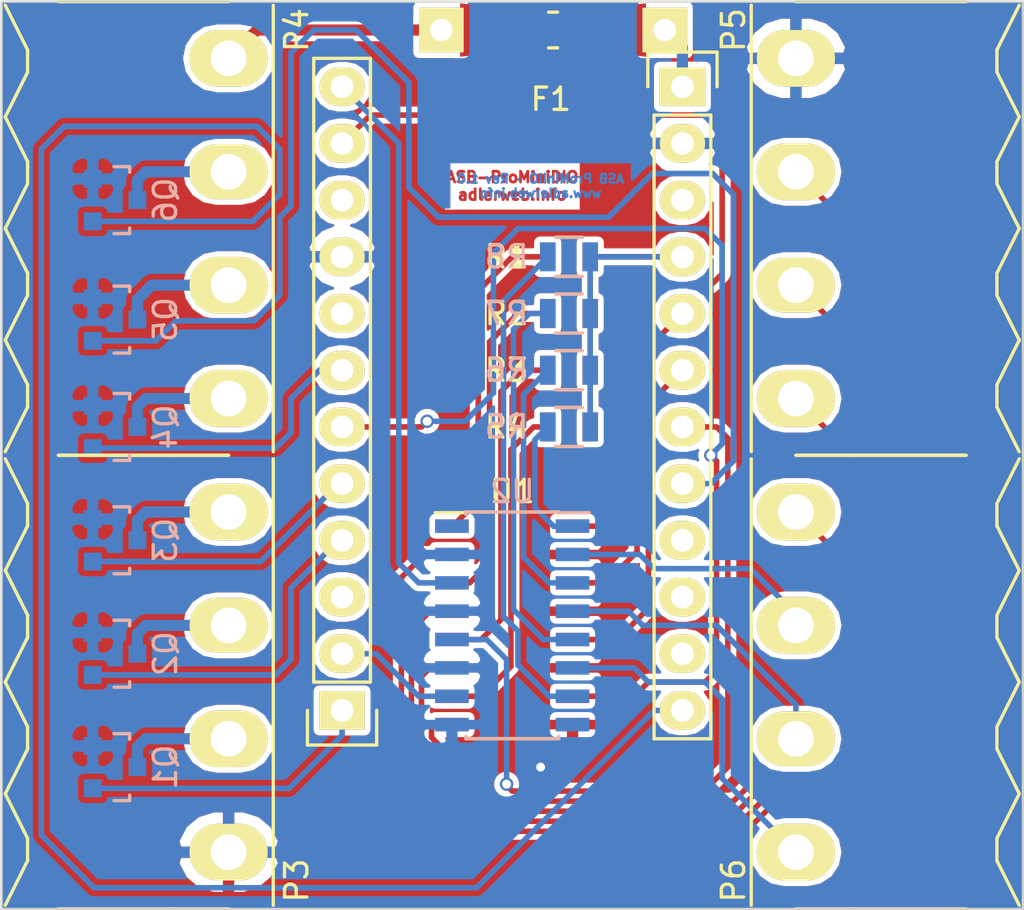
<source format=kicad_pcb>
(kicad_pcb (version 4) (host pcbnew 4.0.6)

  (general
    (links 63)
    (no_connects 0)
    (area 11.104999 124.134999 57.475002 165.425002)
    (thickness 1.6)
    (drawings 6)
    (tracks 265)
    (zones 0)
    (modules 23)
    (nets 39)
  )

  (page A4)
  (layers
    (0 F.Cu signal)
    (31 B.Cu signal hide)
    (32 B.Adhes user hide)
    (33 F.Adhes user hide)
    (34 B.Paste user hide)
    (35 F.Paste user hide)
    (36 B.SilkS user hide)
    (37 F.SilkS user hide)
    (38 B.Mask user hide)
    (39 F.Mask user hide)
    (40 Dwgs.User user hide)
    (41 Cmts.User user hide)
    (42 Eco1.User user hide)
    (43 Eco2.User user hide)
    (44 Edge.Cuts user hide)
    (45 Margin user hide)
    (46 B.CrtYd user hide)
    (47 F.CrtYd user hide)
    (48 B.Fab user hide)
    (49 F.Fab user hide)
  )

  (setup
    (last_trace_width 0.254)
    (user_trace_width 0.155)
    (user_trace_width 0.25)
    (user_trace_width 0.5)
    (trace_clearance 0.2)
    (zone_clearance 0.508)
    (zone_45_only no)
    (trace_min 0.1524)
    (segment_width 0.2)
    (edge_width 0.1)
    (via_size 0.6)
    (via_drill 0.4)
    (via_min_size 0.1524)
    (via_min_drill 0.3)
    (uvia_size 0.5)
    (uvia_drill 0.3)
    (uvias_allowed no)
    (uvia_min_size 0)
    (uvia_min_drill 0)
    (pcb_text_width 0.3)
    (pcb_text_size 1.5 1.5)
    (mod_edge_width 0.15)
    (mod_text_size 1 1)
    (mod_text_width 0.15)
    (pad_size 1.5 1.5)
    (pad_drill 0.6)
    (pad_to_mask_clearance 0)
    (aux_axis_origin 0 0)
    (visible_elements 7FFFFF7F)
    (pcbplotparams
      (layerselection 0x010f0_80000001)
      (usegerberextensions true)
      (excludeedgelayer true)
      (linewidth 0.100000)
      (plotframeref false)
      (viasonmask false)
      (mode 1)
      (useauxorigin false)
      (hpglpennumber 1)
      (hpglpenspeed 20)
      (hpglpendiameter 15)
      (hpglpenoverlay 2)
      (psnegative false)
      (psa4output false)
      (plotreference true)
      (plotvalue true)
      (plotinvisibletext false)
      (padsonsilk false)
      (subtractmaskfromsilk false)
      (outputformat 1)
      (mirror false)
      (drillshape 0)
      (scaleselection 1)
      (outputdirectory ../gerber/))
  )

  (net 0 "")
  (net 1 GND)
  (net 2 +12V)
  (net 3 "Net-(P1-Pad1)")
  (net 4 "Net-(P1-Pad2)")
  (net 5 "Net-(P1-Pad4)")
  (net 6 "Net-(P1-Pad5)")
  (net 7 "Net-(P1-Pad6)")
  (net 8 "Net-(P1-Pad7)")
  (net 9 "Net-(P1-Pad11)")
  (net 10 "Net-(P1-Pad12)")
  (net 11 "Net-(P2-Pad5)")
  (net 12 "Net-(P2-Pad6)")
  (net 13 "Net-(P2-Pad7)")
  (net 14 "Net-(P2-Pad8)")
  (net 15 "Net-(P2-Pad12)")
  (net 16 "Net-(P4-Pad2)")
  (net 17 "Net-(P3-Pad2)")
  (net 18 "Net-(P3-Pad1)")
  (net 19 "Net-(P3-Pad3)")
  (net 20 "Net-(P4-Pad4)")
  (net 21 "Net-(P4-Pad3)")
  (net 22 +5V)
  (net 23 "Net-(P5-Pad2)")
  (net 24 "Net-(P5-Pad1)")
  (net 25 "Net-(P5-Pad3)")
  (net 26 "Net-(P6-Pad2)")
  (net 27 "Net-(P6-Pad1)")
  (net 28 "Net-(P6-Pad3)")
  (net 29 "Net-(P6-Pad4)")
  (net 30 "Net-(R1-Pad1)")
  (net 31 "Net-(R2-Pad1)")
  (net 32 "Net-(R3-Pad1)")
  (net 33 "Net-(R4-Pad1)")
  (net 34 "Net-(R5-Pad1)")
  (net 35 "Net-(R6-Pad1)")
  (net 36 "Net-(R7-Pad1)")
  (net 37 "Net-(R8-Pad1)")
  (net 38 "Net-(F1-Pad1)")

  (net_class Default "This is the default net class."
    (clearance 0.2)
    (trace_width 0.254)
    (via_dia 0.6)
    (via_drill 0.4)
    (uvia_dia 0.5)
    (uvia_drill 0.3)
    (add_net +12V)
    (add_net +5V)
    (add_net GND)
    (add_net "Net-(F1-Pad1)")
    (add_net "Net-(P1-Pad1)")
    (add_net "Net-(P1-Pad11)")
    (add_net "Net-(P1-Pad12)")
    (add_net "Net-(P1-Pad2)")
    (add_net "Net-(P1-Pad4)")
    (add_net "Net-(P1-Pad5)")
    (add_net "Net-(P1-Pad6)")
    (add_net "Net-(P1-Pad7)")
    (add_net "Net-(P2-Pad12)")
    (add_net "Net-(P2-Pad5)")
    (add_net "Net-(P2-Pad6)")
    (add_net "Net-(P2-Pad7)")
    (add_net "Net-(P2-Pad8)")
    (add_net "Net-(P3-Pad1)")
    (add_net "Net-(P3-Pad2)")
    (add_net "Net-(P3-Pad3)")
    (add_net "Net-(P4-Pad2)")
    (add_net "Net-(P4-Pad3)")
    (add_net "Net-(P4-Pad4)")
    (add_net "Net-(P5-Pad1)")
    (add_net "Net-(P5-Pad2)")
    (add_net "Net-(P5-Pad3)")
    (add_net "Net-(P6-Pad1)")
    (add_net "Net-(P6-Pad2)")
    (add_net "Net-(P6-Pad3)")
    (add_net "Net-(P6-Pad4)")
    (add_net "Net-(R1-Pad1)")
    (add_net "Net-(R2-Pad1)")
    (add_net "Net-(R3-Pad1)")
    (add_net "Net-(R4-Pad1)")
    (add_net "Net-(R5-Pad1)")
    (add_net "Net-(R6-Pad1)")
    (add_net "Net-(R7-Pad1)")
    (add_net "Net-(R8-Pad1)")
  )

  (module steckklemme:WAGO_734_4pin_Straight_RuggedPads (layer F.Cu) (tedit 57ED0681) (tstamp 57EC2035)
    (at 21.59 134.62 270)
    (descr "WAGO, Serie 734, Socket, Stiftleiste, 4 polig, 4 pin, rugged Pads, straight, gerade, Date 05Jul2010,")
    (tags "WAGO, Serie 734, Socket, Stiftleiste, 4 polig, 4 pin, rugged Pads, straight, gerade, Date 05Jul2010,")
    (path /57EC1411)
    (fp_text reference P4 (at -8.89 -3.048 270) (layer F.SilkS)
      (effects (font (size 1 1) (thickness 0.15)))
    )
    (fp_text value CONN_01X04 (at 0 6.35 270) (layer F.Fab)
      (effects (font (size 1 1) (thickness 0.15)))
    )
    (fp_line (start -10 -2) (end 10 -2) (layer F.CrtYd) (width 0.15))
    (fp_line (start -10.16 10.16) (end -10.16 0) (layer F.CrtYd) (width 0.15))
    (fp_line (start 10.16 10.16) (end -10.16 10.16) (layer F.CrtYd) (width 0.15))
    (fp_line (start 10.16 0) (end 10.16 10.16) (layer F.CrtYd) (width 0.15))
    (fp_line (start 10.16 0) (end 10.16 2.54) (layer F.SilkS) (width 0.15))
    (fp_line (start -10.16 2.54) (end -10.16 0) (layer F.SilkS) (width 0.15))
    (fp_line (start 10.16 2.54) (end 10.16 7.62) (layer F.SilkS) (width 0.15))
    (fp_line (start -10.16 2.54) (end -10.16 7.62) (layer F.SilkS) (width 0.15))
    (fp_line (start 8 9) (end 10 10) (layer F.SilkS) (width 0.15))
    (fp_line (start 7 9) (end 8 9) (layer F.SilkS) (width 0.15))
    (fp_line (start 5 10) (end 7 9) (layer F.SilkS) (width 0.15))
    (fp_line (start 3 9) (end 5 10) (layer F.SilkS) (width 0.15))
    (fp_line (start 2 9) (end 3 9) (layer F.SilkS) (width 0.15))
    (fp_line (start 0 10) (end 2 9) (layer F.SilkS) (width 0.15))
    (fp_line (start -2 9) (end 0 10) (layer F.SilkS) (width 0.15))
    (fp_line (start -3 9) (end -2 9) (layer F.SilkS) (width 0.15))
    (fp_line (start -5 10) (end -3 9) (layer F.SilkS) (width 0.15))
    (fp_line (start -7 9) (end -5 10) (layer F.SilkS) (width 0.15))
    (fp_line (start -8 9) (end -7 9) (layer F.SilkS) (width 0.15))
    (fp_line (start -10 10) (end -8 9) (layer F.SilkS) (width 0.15))
    (fp_line (start -10 -2) (end 10 -2) (layer F.SilkS) (width 0.15))
    (pad 2 thru_hole oval (at -2.54 0 270) (size 2.45 3.5) (drill 1.6) (layers *.Cu *.Mask F.SilkS)
      (net 16 "Net-(P4-Pad2)"))
    (pad 1 thru_hole oval (at -7.62 0 270) (size 2.54 3.5) (drill 1.6) (layers *.Cu *.Mask F.SilkS)
      (net 2 +12V))
    (pad 3 thru_hole oval (at 2.54 0 270) (size 2.54 3.5) (drill 1.6) (layers *.Cu *.Mask F.SilkS)
      (net 21 "Net-(P4-Pad3)"))
    (pad 4 thru_hole oval (at 7.62 0 270) (size 2.54 3.50012) (drill 1.6) (layers *.Cu *.Mask F.SilkS)
      (net 20 "Net-(P4-Pad4)"))
  )

  (module Pin_Headers:Pin_Header_Straight_1x12 (layer F.Cu) (tedit 55242537) (tstamp 5522B3D0)
    (at 26.67 156.21 180)
    (descr "Through hole pin header")
    (tags "pin header")
    (path /55229960)
    (fp_text reference P1 (at 0 -5.1 180) (layer F.SilkS) hide
      (effects (font (size 1 1) (thickness 0.15)))
    )
    (fp_text value CONN_12 (at 0 -3.1 180) (layer F.Fab) hide
      (effects (font (size 1 1) (thickness 0.15)))
    )
    (fp_line (start -1.75 -1.75) (end -1.75 29.7) (layer F.CrtYd) (width 0.05))
    (fp_line (start 1.75 -1.75) (end 1.75 29.7) (layer F.CrtYd) (width 0.05))
    (fp_line (start -1.75 -1.75) (end 1.75 -1.75) (layer F.CrtYd) (width 0.05))
    (fp_line (start -1.75 29.7) (end 1.75 29.7) (layer F.CrtYd) (width 0.05))
    (fp_line (start 1.27 1.27) (end 1.27 29.21) (layer F.SilkS) (width 0.15))
    (fp_line (start 1.27 29.21) (end -1.27 29.21) (layer F.SilkS) (width 0.15))
    (fp_line (start -1.27 29.21) (end -1.27 1.27) (layer F.SilkS) (width 0.15))
    (fp_line (start 1.55 -1.55) (end 1.55 0) (layer F.SilkS) (width 0.15))
    (fp_line (start 1.27 1.27) (end -1.27 1.27) (layer F.SilkS) (width 0.15))
    (fp_line (start -1.55 0) (end -1.55 -1.55) (layer F.SilkS) (width 0.15))
    (fp_line (start -1.55 -1.55) (end 1.55 -1.55) (layer F.SilkS) (width 0.15))
    (pad 1 thru_hole rect (at 0 0 180) (size 2.032 1.7272) (drill 1.016) (layers *.Cu *.Mask F.SilkS)
      (net 3 "Net-(P1-Pad1)"))
    (pad 2 thru_hole oval (at 0 2.54 180) (size 2.032 1.7272) (drill 1.016) (layers *.Cu *.Mask F.SilkS)
      (net 4 "Net-(P1-Pad2)"))
    (pad 3 thru_hole oval (at 0 5.08 180) (size 2.032 1.7272) (drill 1.016) (layers *.Cu *.Mask F.SilkS))
    (pad 4 thru_hole oval (at 0 7.62 180) (size 2.032 1.7272) (drill 1.016) (layers *.Cu *.Mask F.SilkS)
      (net 5 "Net-(P1-Pad4)"))
    (pad 5 thru_hole oval (at 0 10.16 180) (size 2.032 1.7272) (drill 1.016) (layers *.Cu *.Mask F.SilkS)
      (net 6 "Net-(P1-Pad5)"))
    (pad 6 thru_hole oval (at 0 12.7 180) (size 2.032 1.7272) (drill 1.016) (layers *.Cu *.Mask F.SilkS)
      (net 7 "Net-(P1-Pad6)"))
    (pad 7 thru_hole oval (at 0 15.24 180) (size 2.032 1.7272) (drill 1.016) (layers *.Cu *.Mask F.SilkS)
      (net 8 "Net-(P1-Pad7)"))
    (pad 8 thru_hole oval (at 0 17.78 180) (size 2.032 1.7272) (drill 1.016) (layers *.Cu *.Mask F.SilkS))
    (pad 9 thru_hole oval (at 0 20.32 180) (size 2.032 1.7272) (drill 1.016) (layers *.Cu *.Mask F.SilkS)
      (net 1 GND))
    (pad 10 thru_hole oval (at 0 22.86 180) (size 2.032 1.7272) (drill 1.016) (layers *.Cu *.Mask F.SilkS))
    (pad 11 thru_hole oval (at 0 25.4 180) (size 2.032 1.7272) (drill 1.016) (layers *.Cu *.Mask F.SilkS)
      (net 9 "Net-(P1-Pad11)"))
    (pad 12 thru_hole oval (at 0 27.94 180) (size 2.032 1.7272) (drill 1.016) (layers *.Cu *.Mask F.SilkS)
      (net 10 "Net-(P1-Pad12)"))
    (model Pin_Headers.3dshapes/Pin_Header_Straight_1x12.wrl
      (at (xyz 0 -0.55 0))
      (scale (xyz 1 1 1))
      (rotate (xyz 0 0 90))
    )
  )

  (module TO_SOT_Packages_SMD:SOT-23 (layer B.Cu) (tedit 553634F8) (tstamp 57EA8937)
    (at 16.51 133.35 90)
    (descr "SOT-23, Standard")
    (tags SOT-23)
    (path /57EEE4DC)
    (attr smd)
    (fp_text reference Q6 (at 0 2.25 90) (layer B.SilkS)
      (effects (font (size 1 1) (thickness 0.15)) (justify mirror))
    )
    (fp_text value Q_NMOS_GSD (at 0 -2.3 90) (layer B.Fab)
      (effects (font (size 1 1) (thickness 0.15)) (justify mirror))
    )
    (fp_line (start -1.65 1.6) (end 1.65 1.6) (layer B.CrtYd) (width 0.05))
    (fp_line (start 1.65 1.6) (end 1.65 -1.6) (layer B.CrtYd) (width 0.05))
    (fp_line (start 1.65 -1.6) (end -1.65 -1.6) (layer B.CrtYd) (width 0.05))
    (fp_line (start -1.65 -1.6) (end -1.65 1.6) (layer B.CrtYd) (width 0.05))
    (fp_line (start 1.29916 0.65024) (end 1.2509 0.65024) (layer B.SilkS) (width 0.15))
    (fp_line (start -1.49982 -0.0508) (end -1.49982 0.65024) (layer B.SilkS) (width 0.15))
    (fp_line (start -1.49982 0.65024) (end -1.2509 0.65024) (layer B.SilkS) (width 0.15))
    (fp_line (start 1.29916 0.65024) (end 1.49982 0.65024) (layer B.SilkS) (width 0.15))
    (fp_line (start 1.49982 0.65024) (end 1.49982 -0.0508) (layer B.SilkS) (width 0.15))
    (pad 1 smd rect (at -0.95 -1.00076 90) (size 0.8001 0.8001) (layers B.Cu B.Paste B.Mask)
      (net 15 "Net-(P2-Pad12)"))
    (pad 2 smd rect (at 0.95 -1.00076 90) (size 0.8001 0.8001) (layers B.Cu B.Paste B.Mask)
      (net 1 GND))
    (pad 3 smd rect (at 0 0.99822 90) (size 0.8001 0.8001) (layers B.Cu B.Paste B.Mask)
      (net 16 "Net-(P4-Pad2)"))
    (model TO_SOT_Packages_SMD.3dshapes/SOT-23.wrl
      (at (xyz 0 0 0))
      (scale (xyz 1 1 1))
      (rotate (xyz 0 0 0))
    )
  )

  (module Pin_Headers:Pin_Header_Straight_1x12 (layer F.Cu) (tedit 552424F7) (tstamp 5522B3E0)
    (at 41.91 128.27)
    (descr "Through hole pin header")
    (tags "pin header")
    (path /55229ABD)
    (fp_text reference P2 (at 0 33.02 180) (layer F.SilkS) hide
      (effects (font (size 1 1) (thickness 0.15)))
    )
    (fp_text value CONN_12 (at -0.254 30.988 180) (layer F.Fab) hide
      (effects (font (size 1 1) (thickness 0.15)))
    )
    (fp_line (start -1.75 -1.75) (end -1.75 29.7) (layer F.CrtYd) (width 0.05))
    (fp_line (start 1.75 -1.75) (end 1.75 29.7) (layer F.CrtYd) (width 0.05))
    (fp_line (start -1.75 -1.75) (end 1.75 -1.75) (layer F.CrtYd) (width 0.05))
    (fp_line (start -1.75 29.7) (end 1.75 29.7) (layer F.CrtYd) (width 0.05))
    (fp_line (start 1.27 1.27) (end 1.27 29.21) (layer F.SilkS) (width 0.15))
    (fp_line (start 1.27 29.21) (end -1.27 29.21) (layer F.SilkS) (width 0.15))
    (fp_line (start -1.27 29.21) (end -1.27 1.27) (layer F.SilkS) (width 0.15))
    (fp_line (start 1.55 -1.55) (end 1.55 0) (layer F.SilkS) (width 0.15))
    (fp_line (start 1.27 1.27) (end -1.27 1.27) (layer F.SilkS) (width 0.15))
    (fp_line (start -1.55 0) (end -1.55 -1.55) (layer F.SilkS) (width 0.15))
    (fp_line (start -1.55 -1.55) (end 1.55 -1.55) (layer F.SilkS) (width 0.15))
    (pad 1 thru_hole rect (at 0 0) (size 2.032 1.7272) (drill 1.016) (layers *.Cu *.Mask F.SilkS)
      (net 38 "Net-(F1-Pad1)"))
    (pad 2 thru_hole oval (at 0 2.54) (size 2.032 1.7272) (drill 1.016) (layers *.Cu *.Mask F.SilkS)
      (net 1 GND))
    (pad 3 thru_hole oval (at 0 5.08) (size 2.032 1.7272) (drill 1.016) (layers *.Cu *.Mask F.SilkS))
    (pad 4 thru_hole oval (at 0 7.62) (size 2.032 1.7272) (drill 1.016) (layers *.Cu *.Mask F.SilkS)
      (net 22 +5V))
    (pad 5 thru_hole oval (at 0 10.16) (size 2.032 1.7272) (drill 1.016) (layers *.Cu *.Mask F.SilkS)
      (net 11 "Net-(P2-Pad5)"))
    (pad 6 thru_hole oval (at 0 12.7) (size 2.032 1.7272) (drill 1.016) (layers *.Cu *.Mask F.SilkS)
      (net 12 "Net-(P2-Pad6)"))
    (pad 7 thru_hole oval (at 0 15.24) (size 2.032 1.7272) (drill 1.016) (layers *.Cu *.Mask F.SilkS)
      (net 13 "Net-(P2-Pad7)"))
    (pad 8 thru_hole oval (at 0 17.78) (size 2.032 1.7272) (drill 1.016) (layers *.Cu *.Mask F.SilkS)
      (net 14 "Net-(P2-Pad8)"))
    (pad 9 thru_hole oval (at 0 20.32) (size 2.032 1.7272) (drill 1.016) (layers *.Cu *.Mask F.SilkS))
    (pad 10 thru_hole oval (at 0 22.86) (size 2.032 1.7272) (drill 1.016) (layers *.Cu *.Mask F.SilkS))
    (pad 11 thru_hole oval (at 0 25.4) (size 2.032 1.7272) (drill 1.016) (layers *.Cu *.Mask F.SilkS))
    (pad 12 thru_hole oval (at 0 27.94) (size 2.032 1.7272) (drill 1.016) (layers *.Cu *.Mask F.SilkS)
      (net 15 "Net-(P2-Pad12)"))
    (model Pin_Headers.3dshapes/Pin_Header_Straight_1x12.wrl
      (at (xyz 0 -0.55 0))
      (scale (xyz 1 1 1))
      (rotate (xyz 0 0 90))
    )
  )

  (module TO_SOT_Packages_SMD:SOT-23 (layer B.Cu) (tedit 553634F8) (tstamp 57EA8DD1)
    (at 16.51 158.75 90)
    (descr "SOT-23, Standard")
    (tags SOT-23)
    (path /57EEDD5B)
    (attr smd)
    (fp_text reference Q1 (at 0 2.25 90) (layer B.SilkS)
      (effects (font (size 1 1) (thickness 0.15)) (justify mirror))
    )
    (fp_text value Q_NMOS_GSD (at 0 -2.3 90) (layer B.Fab)
      (effects (font (size 1 1) (thickness 0.15)) (justify mirror))
    )
    (fp_line (start -1.65 1.6) (end 1.65 1.6) (layer B.CrtYd) (width 0.05))
    (fp_line (start 1.65 1.6) (end 1.65 -1.6) (layer B.CrtYd) (width 0.05))
    (fp_line (start 1.65 -1.6) (end -1.65 -1.6) (layer B.CrtYd) (width 0.05))
    (fp_line (start -1.65 -1.6) (end -1.65 1.6) (layer B.CrtYd) (width 0.05))
    (fp_line (start 1.29916 0.65024) (end 1.2509 0.65024) (layer B.SilkS) (width 0.15))
    (fp_line (start -1.49982 -0.0508) (end -1.49982 0.65024) (layer B.SilkS) (width 0.15))
    (fp_line (start -1.49982 0.65024) (end -1.2509 0.65024) (layer B.SilkS) (width 0.15))
    (fp_line (start 1.29916 0.65024) (end 1.49982 0.65024) (layer B.SilkS) (width 0.15))
    (fp_line (start 1.49982 0.65024) (end 1.49982 -0.0508) (layer B.SilkS) (width 0.15))
    (pad 1 smd rect (at -0.95 -1.00076 90) (size 0.8001 0.8001) (layers B.Cu B.Paste B.Mask)
      (net 3 "Net-(P1-Pad1)"))
    (pad 2 smd rect (at 0.95 -1.00076 90) (size 0.8001 0.8001) (layers B.Cu B.Paste B.Mask)
      (net 1 GND))
    (pad 3 smd rect (at 0 0.99822 90) (size 0.8001 0.8001) (layers B.Cu B.Paste B.Mask)
      (net 19 "Net-(P3-Pad3)"))
    (model TO_SOT_Packages_SMD.3dshapes/SOT-23.wrl
      (at (xyz 0 0 0))
      (scale (xyz 1 1 1))
      (rotate (xyz 0 0 0))
    )
  )

  (module TO_SOT_Packages_SMD:SOT-23 (layer B.Cu) (tedit 553634F8) (tstamp 57EA891B)
    (at 16.51 153.67 90)
    (descr "SOT-23, Standard")
    (tags SOT-23)
    (path /57EEDE26)
    (attr smd)
    (fp_text reference Q2 (at 0 2.25 90) (layer B.SilkS)
      (effects (font (size 1 1) (thickness 0.15)) (justify mirror))
    )
    (fp_text value Q_NMOS_GSD (at 0 -2.3 90) (layer B.Fab)
      (effects (font (size 1 1) (thickness 0.15)) (justify mirror))
    )
    (fp_line (start -1.65 1.6) (end 1.65 1.6) (layer B.CrtYd) (width 0.05))
    (fp_line (start 1.65 1.6) (end 1.65 -1.6) (layer B.CrtYd) (width 0.05))
    (fp_line (start 1.65 -1.6) (end -1.65 -1.6) (layer B.CrtYd) (width 0.05))
    (fp_line (start -1.65 -1.6) (end -1.65 1.6) (layer B.CrtYd) (width 0.05))
    (fp_line (start 1.29916 0.65024) (end 1.2509 0.65024) (layer B.SilkS) (width 0.15))
    (fp_line (start -1.49982 -0.0508) (end -1.49982 0.65024) (layer B.SilkS) (width 0.15))
    (fp_line (start -1.49982 0.65024) (end -1.2509 0.65024) (layer B.SilkS) (width 0.15))
    (fp_line (start 1.29916 0.65024) (end 1.49982 0.65024) (layer B.SilkS) (width 0.15))
    (fp_line (start 1.49982 0.65024) (end 1.49982 -0.0508) (layer B.SilkS) (width 0.15))
    (pad 1 smd rect (at -0.95 -1.00076 90) (size 0.8001 0.8001) (layers B.Cu B.Paste B.Mask)
      (net 5 "Net-(P1-Pad4)"))
    (pad 2 smd rect (at 0.95 -1.00076 90) (size 0.8001 0.8001) (layers B.Cu B.Paste B.Mask)
      (net 1 GND))
    (pad 3 smd rect (at 0 0.99822 90) (size 0.8001 0.8001) (layers B.Cu B.Paste B.Mask)
      (net 17 "Net-(P3-Pad2)"))
    (model TO_SOT_Packages_SMD.3dshapes/SOT-23.wrl
      (at (xyz 0 0 0))
      (scale (xyz 1 1 1))
      (rotate (xyz 0 0 0))
    )
  )

  (module TO_SOT_Packages_SMD:SOT-23 (layer B.Cu) (tedit 553634F8) (tstamp 57EA8922)
    (at 16.51 148.59 90)
    (descr "SOT-23, Standard")
    (tags SOT-23)
    (path /57EEDE99)
    (attr smd)
    (fp_text reference Q3 (at 0 2.25 90) (layer B.SilkS)
      (effects (font (size 1 1) (thickness 0.15)) (justify mirror))
    )
    (fp_text value Q_NMOS_GSD (at 0 -2.3 90) (layer B.Fab)
      (effects (font (size 1 1) (thickness 0.15)) (justify mirror))
    )
    (fp_line (start -1.65 1.6) (end 1.65 1.6) (layer B.CrtYd) (width 0.05))
    (fp_line (start 1.65 1.6) (end 1.65 -1.6) (layer B.CrtYd) (width 0.05))
    (fp_line (start 1.65 -1.6) (end -1.65 -1.6) (layer B.CrtYd) (width 0.05))
    (fp_line (start -1.65 -1.6) (end -1.65 1.6) (layer B.CrtYd) (width 0.05))
    (fp_line (start 1.29916 0.65024) (end 1.2509 0.65024) (layer B.SilkS) (width 0.15))
    (fp_line (start -1.49982 -0.0508) (end -1.49982 0.65024) (layer B.SilkS) (width 0.15))
    (fp_line (start -1.49982 0.65024) (end -1.2509 0.65024) (layer B.SilkS) (width 0.15))
    (fp_line (start 1.29916 0.65024) (end 1.49982 0.65024) (layer B.SilkS) (width 0.15))
    (fp_line (start 1.49982 0.65024) (end 1.49982 -0.0508) (layer B.SilkS) (width 0.15))
    (pad 1 smd rect (at -0.95 -1.00076 90) (size 0.8001 0.8001) (layers B.Cu B.Paste B.Mask)
      (net 6 "Net-(P1-Pad5)"))
    (pad 2 smd rect (at 0.95 -1.00076 90) (size 0.8001 0.8001) (layers B.Cu B.Paste B.Mask)
      (net 1 GND))
    (pad 3 smd rect (at 0 0.99822 90) (size 0.8001 0.8001) (layers B.Cu B.Paste B.Mask)
      (net 18 "Net-(P3-Pad1)"))
    (model TO_SOT_Packages_SMD.3dshapes/SOT-23.wrl
      (at (xyz 0 0 0))
      (scale (xyz 1 1 1))
      (rotate (xyz 0 0 0))
    )
  )

  (module TO_SOT_Packages_SMD:SOT-23 (layer B.Cu) (tedit 553634F8) (tstamp 57EA8929)
    (at 16.51 143.51 90)
    (descr "SOT-23, Standard")
    (tags SOT-23)
    (path /57EEE3D9)
    (attr smd)
    (fp_text reference Q4 (at 0 2.25 90) (layer B.SilkS)
      (effects (font (size 1 1) (thickness 0.15)) (justify mirror))
    )
    (fp_text value Q_NMOS_GSD (at 0 -2.3 90) (layer B.Fab)
      (effects (font (size 1 1) (thickness 0.15)) (justify mirror))
    )
    (fp_line (start -1.65 1.6) (end 1.65 1.6) (layer B.CrtYd) (width 0.05))
    (fp_line (start 1.65 1.6) (end 1.65 -1.6) (layer B.CrtYd) (width 0.05))
    (fp_line (start 1.65 -1.6) (end -1.65 -1.6) (layer B.CrtYd) (width 0.05))
    (fp_line (start -1.65 -1.6) (end -1.65 1.6) (layer B.CrtYd) (width 0.05))
    (fp_line (start 1.29916 0.65024) (end 1.2509 0.65024) (layer B.SilkS) (width 0.15))
    (fp_line (start -1.49982 -0.0508) (end -1.49982 0.65024) (layer B.SilkS) (width 0.15))
    (fp_line (start -1.49982 0.65024) (end -1.2509 0.65024) (layer B.SilkS) (width 0.15))
    (fp_line (start 1.29916 0.65024) (end 1.49982 0.65024) (layer B.SilkS) (width 0.15))
    (fp_line (start 1.49982 0.65024) (end 1.49982 -0.0508) (layer B.SilkS) (width 0.15))
    (pad 1 smd rect (at -0.95 -1.00076 90) (size 0.8001 0.8001) (layers B.Cu B.Paste B.Mask)
      (net 8 "Net-(P1-Pad7)"))
    (pad 2 smd rect (at 0.95 -1.00076 90) (size 0.8001 0.8001) (layers B.Cu B.Paste B.Mask)
      (net 1 GND))
    (pad 3 smd rect (at 0 0.99822 90) (size 0.8001 0.8001) (layers B.Cu B.Paste B.Mask)
      (net 20 "Net-(P4-Pad4)"))
    (model TO_SOT_Packages_SMD.3dshapes/SOT-23.wrl
      (at (xyz 0 0 0))
      (scale (xyz 1 1 1))
      (rotate (xyz 0 0 0))
    )
  )

  (module TO_SOT_Packages_SMD:SOT-23 (layer B.Cu) (tedit 553634F8) (tstamp 57EA8930)
    (at 16.51 138.70178 90)
    (descr "SOT-23, Standard")
    (tags SOT-23)
    (path /57EEE45C)
    (attr smd)
    (fp_text reference Q5 (at 0 2.25 90) (layer B.SilkS)
      (effects (font (size 1 1) (thickness 0.15)) (justify mirror))
    )
    (fp_text value Q_NMOS_GSD (at 0 -2.3 90) (layer B.Fab)
      (effects (font (size 1 1) (thickness 0.15)) (justify mirror))
    )
    (fp_line (start -1.65 1.6) (end 1.65 1.6) (layer B.CrtYd) (width 0.05))
    (fp_line (start 1.65 1.6) (end 1.65 -1.6) (layer B.CrtYd) (width 0.05))
    (fp_line (start 1.65 -1.6) (end -1.65 -1.6) (layer B.CrtYd) (width 0.05))
    (fp_line (start -1.65 -1.6) (end -1.65 1.6) (layer B.CrtYd) (width 0.05))
    (fp_line (start 1.29916 0.65024) (end 1.2509 0.65024) (layer B.SilkS) (width 0.15))
    (fp_line (start -1.49982 -0.0508) (end -1.49982 0.65024) (layer B.SilkS) (width 0.15))
    (fp_line (start -1.49982 0.65024) (end -1.2509 0.65024) (layer B.SilkS) (width 0.15))
    (fp_line (start 1.29916 0.65024) (end 1.49982 0.65024) (layer B.SilkS) (width 0.15))
    (fp_line (start 1.49982 0.65024) (end 1.49982 -0.0508) (layer B.SilkS) (width 0.15))
    (pad 1 smd rect (at -0.95 -1.00076 90) (size 0.8001 0.8001) (layers B.Cu B.Paste B.Mask)
      (net 14 "Net-(P2-Pad8)"))
    (pad 2 smd rect (at 0.95 -1.00076 90) (size 0.8001 0.8001) (layers B.Cu B.Paste B.Mask)
      (net 1 GND))
    (pad 3 smd rect (at 0 0.99822 90) (size 0.8001 0.8001) (layers B.Cu B.Paste B.Mask)
      (net 21 "Net-(P4-Pad3)"))
    (model TO_SOT_Packages_SMD.3dshapes/SOT-23.wrl
      (at (xyz 0 0 0))
      (scale (xyz 1 1 1))
      (rotate (xyz 0 0 0))
    )
  )

  (module steckklemme:WAGO_734_4pin_Straight_RuggedPads (layer F.Cu) (tedit 57ED067B) (tstamp 57EC202E)
    (at 21.59 154.94 270)
    (descr "WAGO, Serie 734, Socket, Stiftleiste, 4 polig, 4 pin, rugged Pads, straight, gerade, Date 05Jul2010,")
    (tags "WAGO, Serie 734, Socket, Stiftleiste, 4 polig, 4 pin, rugged Pads, straight, gerade, Date 05Jul2010,")
    (path /57EC132F)
    (fp_text reference P3 (at 8.89 -3.048 270) (layer F.SilkS)
      (effects (font (size 1 1) (thickness 0.15)))
    )
    (fp_text value CONN_01X04 (at 0 6.35 270) (layer F.Fab)
      (effects (font (size 1 1) (thickness 0.15)))
    )
    (fp_line (start -10 -2) (end 10 -2) (layer F.CrtYd) (width 0.15))
    (fp_line (start -10.16 10.16) (end -10.16 0) (layer F.CrtYd) (width 0.15))
    (fp_line (start 10.16 10.16) (end -10.16 10.16) (layer F.CrtYd) (width 0.15))
    (fp_line (start 10.16 0) (end 10.16 10.16) (layer F.CrtYd) (width 0.15))
    (fp_line (start 10.16 0) (end 10.16 2.54) (layer F.SilkS) (width 0.15))
    (fp_line (start -10.16 2.54) (end -10.16 0) (layer F.SilkS) (width 0.15))
    (fp_line (start 10.16 2.54) (end 10.16 7.62) (layer F.SilkS) (width 0.15))
    (fp_line (start -10.16 2.54) (end -10.16 7.62) (layer F.SilkS) (width 0.15))
    (fp_line (start 8 9) (end 10 10) (layer F.SilkS) (width 0.15))
    (fp_line (start 7 9) (end 8 9) (layer F.SilkS) (width 0.15))
    (fp_line (start 5 10) (end 7 9) (layer F.SilkS) (width 0.15))
    (fp_line (start 3 9) (end 5 10) (layer F.SilkS) (width 0.15))
    (fp_line (start 2 9) (end 3 9) (layer F.SilkS) (width 0.15))
    (fp_line (start 0 10) (end 2 9) (layer F.SilkS) (width 0.15))
    (fp_line (start -2 9) (end 0 10) (layer F.SilkS) (width 0.15))
    (fp_line (start -3 9) (end -2 9) (layer F.SilkS) (width 0.15))
    (fp_line (start -5 10) (end -3 9) (layer F.SilkS) (width 0.15))
    (fp_line (start -7 9) (end -5 10) (layer F.SilkS) (width 0.15))
    (fp_line (start -8 9) (end -7 9) (layer F.SilkS) (width 0.15))
    (fp_line (start -10 10) (end -8 9) (layer F.SilkS) (width 0.15))
    (fp_line (start -10 -2) (end 10 -2) (layer F.SilkS) (width 0.15))
    (pad 2 thru_hole oval (at -2.54 0 270) (size 2.45 3.5) (drill 1.6) (layers *.Cu *.Mask F.SilkS)
      (net 17 "Net-(P3-Pad2)"))
    (pad 1 thru_hole oval (at -7.62 0 270) (size 2.54 3.5) (drill 1.6) (layers *.Cu *.Mask F.SilkS)
      (net 18 "Net-(P3-Pad1)"))
    (pad 3 thru_hole oval (at 2.54 0 270) (size 2.54 3.5) (drill 1.6) (layers *.Cu *.Mask F.SilkS)
      (net 19 "Net-(P3-Pad3)"))
    (pad 4 thru_hole oval (at 7.62 0 270) (size 2.54 3.50012) (drill 1.6) (layers *.Cu *.Mask F.SilkS)
      (net 1 GND))
  )

  (module steckklemme:WAGO_734_4pin_Straight_RuggedPads (layer F.Cu) (tedit 57ED066B) (tstamp 57EC203C)
    (at 46.99 134.62 90)
    (descr "WAGO, Serie 734, Socket, Stiftleiste, 4 polig, 4 pin, rugged Pads, straight, gerade, Date 05Jul2010,")
    (tags "WAGO, Serie 734, Socket, Stiftleiste, 4 polig, 4 pin, rugged Pads, straight, gerade, Date 05Jul2010,")
    (path /57EC146B)
    (fp_text reference P5 (at 8.89 -2.794 90) (layer F.SilkS)
      (effects (font (size 1 1) (thickness 0.15)))
    )
    (fp_text value CONN_01X04 (at 0 6.35 90) (layer F.Fab)
      (effects (font (size 1 1) (thickness 0.15)))
    )
    (fp_line (start -10 -2) (end 10 -2) (layer F.CrtYd) (width 0.15))
    (fp_line (start -10.16 10.16) (end -10.16 0) (layer F.CrtYd) (width 0.15))
    (fp_line (start 10.16 10.16) (end -10.16 10.16) (layer F.CrtYd) (width 0.15))
    (fp_line (start 10.16 0) (end 10.16 10.16) (layer F.CrtYd) (width 0.15))
    (fp_line (start 10.16 0) (end 10.16 2.54) (layer F.SilkS) (width 0.15))
    (fp_line (start -10.16 2.54) (end -10.16 0) (layer F.SilkS) (width 0.15))
    (fp_line (start 10.16 2.54) (end 10.16 7.62) (layer F.SilkS) (width 0.15))
    (fp_line (start -10.16 2.54) (end -10.16 7.62) (layer F.SilkS) (width 0.15))
    (fp_line (start 8 9) (end 10 10) (layer F.SilkS) (width 0.15))
    (fp_line (start 7 9) (end 8 9) (layer F.SilkS) (width 0.15))
    (fp_line (start 5 10) (end 7 9) (layer F.SilkS) (width 0.15))
    (fp_line (start 3 9) (end 5 10) (layer F.SilkS) (width 0.15))
    (fp_line (start 2 9) (end 3 9) (layer F.SilkS) (width 0.15))
    (fp_line (start 0 10) (end 2 9) (layer F.SilkS) (width 0.15))
    (fp_line (start -2 9) (end 0 10) (layer F.SilkS) (width 0.15))
    (fp_line (start -3 9) (end -2 9) (layer F.SilkS) (width 0.15))
    (fp_line (start -5 10) (end -3 9) (layer F.SilkS) (width 0.15))
    (fp_line (start -7 9) (end -5 10) (layer F.SilkS) (width 0.15))
    (fp_line (start -8 9) (end -7 9) (layer F.SilkS) (width 0.15))
    (fp_line (start -10 10) (end -8 9) (layer F.SilkS) (width 0.15))
    (fp_line (start -10 -2) (end 10 -2) (layer F.SilkS) (width 0.15))
    (pad 2 thru_hole oval (at -2.54 0 90) (size 2.45 3.5) (drill 1.6) (layers *.Cu *.Mask F.SilkS)
      (net 23 "Net-(P5-Pad2)"))
    (pad 1 thru_hole oval (at -7.62 0 90) (size 2.54 3.5) (drill 1.6) (layers *.Cu *.Mask F.SilkS)
      (net 24 "Net-(P5-Pad1)"))
    (pad 3 thru_hole oval (at 2.54 0 90) (size 2.54 3.5) (drill 1.6) (layers *.Cu *.Mask F.SilkS)
      (net 25 "Net-(P5-Pad3)"))
    (pad 4 thru_hole oval (at 7.62 0 90) (size 2.54 3.50012) (drill 1.6) (layers *.Cu *.Mask F.SilkS)
      (net 1 GND))
  )

  (module steckklemme:WAGO_734_4pin_Straight_RuggedPads (layer F.Cu) (tedit 57ED0671) (tstamp 57EC2043)
    (at 46.99 154.94 90)
    (descr "WAGO, Serie 734, Socket, Stiftleiste, 4 polig, 4 pin, rugged Pads, straight, gerade, Date 05Jul2010,")
    (tags "WAGO, Serie 734, Socket, Stiftleiste, 4 polig, 4 pin, rugged Pads, straight, gerade, Date 05Jul2010,")
    (path /57EC14C8)
    (fp_text reference P6 (at -8.89 -2.794 90) (layer F.SilkS)
      (effects (font (size 1 1) (thickness 0.15)))
    )
    (fp_text value CONN_01X04 (at 0 6.35 90) (layer F.Fab)
      (effects (font (size 1 1) (thickness 0.15)))
    )
    (fp_line (start -10 -2) (end 10 -2) (layer F.CrtYd) (width 0.15))
    (fp_line (start -10.16 10.16) (end -10.16 0) (layer F.CrtYd) (width 0.15))
    (fp_line (start 10.16 10.16) (end -10.16 10.16) (layer F.CrtYd) (width 0.15))
    (fp_line (start 10.16 0) (end 10.16 10.16) (layer F.CrtYd) (width 0.15))
    (fp_line (start 10.16 0) (end 10.16 2.54) (layer F.SilkS) (width 0.15))
    (fp_line (start -10.16 2.54) (end -10.16 0) (layer F.SilkS) (width 0.15))
    (fp_line (start 10.16 2.54) (end 10.16 7.62) (layer F.SilkS) (width 0.15))
    (fp_line (start -10.16 2.54) (end -10.16 7.62) (layer F.SilkS) (width 0.15))
    (fp_line (start 8 9) (end 10 10) (layer F.SilkS) (width 0.15))
    (fp_line (start 7 9) (end 8 9) (layer F.SilkS) (width 0.15))
    (fp_line (start 5 10) (end 7 9) (layer F.SilkS) (width 0.15))
    (fp_line (start 3 9) (end 5 10) (layer F.SilkS) (width 0.15))
    (fp_line (start 2 9) (end 3 9) (layer F.SilkS) (width 0.15))
    (fp_line (start 0 10) (end 2 9) (layer F.SilkS) (width 0.15))
    (fp_line (start -2 9) (end 0 10) (layer F.SilkS) (width 0.15))
    (fp_line (start -3 9) (end -2 9) (layer F.SilkS) (width 0.15))
    (fp_line (start -5 10) (end -3 9) (layer F.SilkS) (width 0.15))
    (fp_line (start -7 9) (end -5 10) (layer F.SilkS) (width 0.15))
    (fp_line (start -8 9) (end -7 9) (layer F.SilkS) (width 0.15))
    (fp_line (start -10 10) (end -8 9) (layer F.SilkS) (width 0.15))
    (fp_line (start -10 -2) (end 10 -2) (layer F.SilkS) (width 0.15))
    (pad 2 thru_hole oval (at -2.54 0 90) (size 2.45 3.5) (drill 1.6) (layers *.Cu *.Mask F.SilkS)
      (net 26 "Net-(P6-Pad2)"))
    (pad 1 thru_hole oval (at -7.62 0 90) (size 2.54 3.5) (drill 1.6) (layers *.Cu *.Mask F.SilkS)
      (net 27 "Net-(P6-Pad1)"))
    (pad 3 thru_hole oval (at 2.54 0 90) (size 2.54 3.5) (drill 1.6) (layers *.Cu *.Mask F.SilkS)
      (net 28 "Net-(P6-Pad3)"))
    (pad 4 thru_hole oval (at 7.62 0 90) (size 2.54 3.50012) (drill 1.6) (layers *.Cu *.Mask F.SilkS)
      (net 29 "Net-(P6-Pad4)"))
  )

  (module Resistors_SMD:R_0805 (layer F.Cu) (tedit 57ED0663) (tstamp 57ECF6AF)
    (at 36.83 135.89)
    (descr "Resistor SMD 0805, reflow soldering, Vishay (see dcrcw.pdf)")
    (tags "resistor 0805")
    (path /57ED3CA5)
    (attr smd)
    (fp_text reference R1 (at -2.794 0) (layer F.SilkS)
      (effects (font (size 1 1) (thickness 0.15)))
    )
    (fp_text value 390 (at 0 2.1) (layer F.Fab)
      (effects (font (size 1 1) (thickness 0.15)))
    )
    (fp_line (start -1.6 -1) (end 1.6 -1) (layer F.CrtYd) (width 0.05))
    (fp_line (start -1.6 1) (end 1.6 1) (layer F.CrtYd) (width 0.05))
    (fp_line (start -1.6 -1) (end -1.6 1) (layer F.CrtYd) (width 0.05))
    (fp_line (start 1.6 -1) (end 1.6 1) (layer F.CrtYd) (width 0.05))
    (fp_line (start 0.6 0.875) (end -0.6 0.875) (layer F.SilkS) (width 0.15))
    (fp_line (start -0.6 -0.875) (end 0.6 -0.875) (layer F.SilkS) (width 0.15))
    (pad 1 smd rect (at -0.95 0) (size 0.7 1.3) (layers F.Cu F.Paste F.Mask)
      (net 30 "Net-(R1-Pad1)"))
    (pad 2 smd rect (at 0.95 0) (size 0.7 1.3) (layers F.Cu F.Paste F.Mask)
      (net 22 +5V))
    (model Resistors_SMD.3dshapes/R_0805.wrl
      (at (xyz 0 0 0))
      (scale (xyz 1 1 1))
      (rotate (xyz 0 0 0))
    )
  )

  (module Resistors_SMD:R_0805 (layer F.Cu) (tedit 57ED0659) (tstamp 57ECF6B5)
    (at 36.83 138.43)
    (descr "Resistor SMD 0805, reflow soldering, Vishay (see dcrcw.pdf)")
    (tags "resistor 0805")
    (path /57ED3D62)
    (attr smd)
    (fp_text reference R2 (at -2.794 0) (layer F.SilkS)
      (effects (font (size 1 1) (thickness 0.15)))
    )
    (fp_text value 390 (at 0 2.1) (layer F.Fab)
      (effects (font (size 1 1) (thickness 0.15)))
    )
    (fp_line (start -1.6 -1) (end 1.6 -1) (layer F.CrtYd) (width 0.05))
    (fp_line (start -1.6 1) (end 1.6 1) (layer F.CrtYd) (width 0.05))
    (fp_line (start -1.6 -1) (end -1.6 1) (layer F.CrtYd) (width 0.05))
    (fp_line (start 1.6 -1) (end 1.6 1) (layer F.CrtYd) (width 0.05))
    (fp_line (start 0.6 0.875) (end -0.6 0.875) (layer F.SilkS) (width 0.15))
    (fp_line (start -0.6 -0.875) (end 0.6 -0.875) (layer F.SilkS) (width 0.15))
    (pad 1 smd rect (at -0.95 0) (size 0.7 1.3) (layers F.Cu F.Paste F.Mask)
      (net 31 "Net-(R2-Pad1)"))
    (pad 2 smd rect (at 0.95 0) (size 0.7 1.3) (layers F.Cu F.Paste F.Mask)
      (net 22 +5V))
    (model Resistors_SMD.3dshapes/R_0805.wrl
      (at (xyz 0 0 0))
      (scale (xyz 1 1 1))
      (rotate (xyz 0 0 0))
    )
  )

  (module Resistors_SMD:R_0805 (layer F.Cu) (tedit 57ED065D) (tstamp 57ECF6BB)
    (at 36.83 140.97)
    (descr "Resistor SMD 0805, reflow soldering, Vishay (see dcrcw.pdf)")
    (tags "resistor 0805")
    (path /57ED3DCF)
    (attr smd)
    (fp_text reference R3 (at -2.794 0) (layer F.SilkS)
      (effects (font (size 1 1) (thickness 0.15)))
    )
    (fp_text value 390 (at 0 2.1) (layer F.Fab)
      (effects (font (size 1 1) (thickness 0.15)))
    )
    (fp_line (start -1.6 -1) (end 1.6 -1) (layer F.CrtYd) (width 0.05))
    (fp_line (start -1.6 1) (end 1.6 1) (layer F.CrtYd) (width 0.05))
    (fp_line (start -1.6 -1) (end -1.6 1) (layer F.CrtYd) (width 0.05))
    (fp_line (start 1.6 -1) (end 1.6 1) (layer F.CrtYd) (width 0.05))
    (fp_line (start 0.6 0.875) (end -0.6 0.875) (layer F.SilkS) (width 0.15))
    (fp_line (start -0.6 -0.875) (end 0.6 -0.875) (layer F.SilkS) (width 0.15))
    (pad 1 smd rect (at -0.95 0) (size 0.7 1.3) (layers F.Cu F.Paste F.Mask)
      (net 32 "Net-(R3-Pad1)"))
    (pad 2 smd rect (at 0.95 0) (size 0.7 1.3) (layers F.Cu F.Paste F.Mask)
      (net 22 +5V))
    (model Resistors_SMD.3dshapes/R_0805.wrl
      (at (xyz 0 0 0))
      (scale (xyz 1 1 1))
      (rotate (xyz 0 0 0))
    )
  )

  (module Resistors_SMD:R_0805 (layer F.Cu) (tedit 57ED0661) (tstamp 57ECF6C1)
    (at 36.83 143.51)
    (descr "Resistor SMD 0805, reflow soldering, Vishay (see dcrcw.pdf)")
    (tags "resistor 0805")
    (path /57ED3F3A)
    (attr smd)
    (fp_text reference R4 (at -2.794 0) (layer F.SilkS)
      (effects (font (size 1 1) (thickness 0.15)))
    )
    (fp_text value 390 (at 0 2.1) (layer F.Fab)
      (effects (font (size 1 1) (thickness 0.15)))
    )
    (fp_line (start -1.6 -1) (end 1.6 -1) (layer F.CrtYd) (width 0.05))
    (fp_line (start -1.6 1) (end 1.6 1) (layer F.CrtYd) (width 0.05))
    (fp_line (start -1.6 -1) (end -1.6 1) (layer F.CrtYd) (width 0.05))
    (fp_line (start 1.6 -1) (end 1.6 1) (layer F.CrtYd) (width 0.05))
    (fp_line (start 0.6 0.875) (end -0.6 0.875) (layer F.SilkS) (width 0.15))
    (fp_line (start -0.6 -0.875) (end 0.6 -0.875) (layer F.SilkS) (width 0.15))
    (pad 1 smd rect (at -0.95 0) (size 0.7 1.3) (layers F.Cu F.Paste F.Mask)
      (net 33 "Net-(R4-Pad1)"))
    (pad 2 smd rect (at 0.95 0) (size 0.7 1.3) (layers F.Cu F.Paste F.Mask)
      (net 22 +5V))
    (model Resistors_SMD.3dshapes/R_0805.wrl
      (at (xyz 0 0 0))
      (scale (xyz 1 1 1))
      (rotate (xyz 0 0 0))
    )
  )

  (module Resistors_SMD:R_0805 (layer B.Cu) (tedit 57ED069E) (tstamp 57ECF6C7)
    (at 36.83 143.51)
    (descr "Resistor SMD 0805, reflow soldering, Vishay (see dcrcw.pdf)")
    (tags "resistor 0805")
    (path /57ED3FA7)
    (attr smd)
    (fp_text reference R5 (at -2.794 0) (layer B.SilkS)
      (effects (font (size 1 1) (thickness 0.15)) (justify mirror))
    )
    (fp_text value 390 (at 0 -2.1) (layer B.Fab)
      (effects (font (size 1 1) (thickness 0.15)) (justify mirror))
    )
    (fp_line (start -1.6 1) (end 1.6 1) (layer B.CrtYd) (width 0.05))
    (fp_line (start -1.6 -1) (end 1.6 -1) (layer B.CrtYd) (width 0.05))
    (fp_line (start -1.6 1) (end -1.6 -1) (layer B.CrtYd) (width 0.05))
    (fp_line (start 1.6 1) (end 1.6 -1) (layer B.CrtYd) (width 0.05))
    (fp_line (start 0.6 -0.875) (end -0.6 -0.875) (layer B.SilkS) (width 0.15))
    (fp_line (start -0.6 0.875) (end 0.6 0.875) (layer B.SilkS) (width 0.15))
    (pad 1 smd rect (at -0.95 0) (size 0.7 1.3) (layers B.Cu B.Paste B.Mask)
      (net 34 "Net-(R5-Pad1)"))
    (pad 2 smd rect (at 0.95 0) (size 0.7 1.3) (layers B.Cu B.Paste B.Mask)
      (net 22 +5V))
    (model Resistors_SMD.3dshapes/R_0805.wrl
      (at (xyz 0 0 0))
      (scale (xyz 1 1 1))
      (rotate (xyz 0 0 0))
    )
  )

  (module Resistors_SMD:R_0805 (layer B.Cu) (tedit 57ED06A3) (tstamp 57ECF6CD)
    (at 36.83 140.97)
    (descr "Resistor SMD 0805, reflow soldering, Vishay (see dcrcw.pdf)")
    (tags "resistor 0805")
    (path /57ED401F)
    (attr smd)
    (fp_text reference R6 (at -2.794 0) (layer B.SilkS)
      (effects (font (size 1 1) (thickness 0.15)) (justify mirror))
    )
    (fp_text value 390 (at 0 -2.1) (layer B.Fab)
      (effects (font (size 1 1) (thickness 0.15)) (justify mirror))
    )
    (fp_line (start -1.6 1) (end 1.6 1) (layer B.CrtYd) (width 0.05))
    (fp_line (start -1.6 -1) (end 1.6 -1) (layer B.CrtYd) (width 0.05))
    (fp_line (start -1.6 1) (end -1.6 -1) (layer B.CrtYd) (width 0.05))
    (fp_line (start 1.6 1) (end 1.6 -1) (layer B.CrtYd) (width 0.05))
    (fp_line (start 0.6 -0.875) (end -0.6 -0.875) (layer B.SilkS) (width 0.15))
    (fp_line (start -0.6 0.875) (end 0.6 0.875) (layer B.SilkS) (width 0.15))
    (pad 1 smd rect (at -0.95 0) (size 0.7 1.3) (layers B.Cu B.Paste B.Mask)
      (net 35 "Net-(R6-Pad1)"))
    (pad 2 smd rect (at 0.95 0) (size 0.7 1.3) (layers B.Cu B.Paste B.Mask)
      (net 22 +5V))
    (model Resistors_SMD.3dshapes/R_0805.wrl
      (at (xyz 0 0 0))
      (scale (xyz 1 1 1))
      (rotate (xyz 0 0 0))
    )
  )

  (module Resistors_SMD:R_0805 (layer B.Cu) (tedit 57ED06A7) (tstamp 57ECF6D3)
    (at 36.83 138.43)
    (descr "Resistor SMD 0805, reflow soldering, Vishay (see dcrcw.pdf)")
    (tags "resistor 0805")
    (path /57ED4092)
    (attr smd)
    (fp_text reference R7 (at -2.794 0) (layer B.SilkS)
      (effects (font (size 1 1) (thickness 0.15)) (justify mirror))
    )
    (fp_text value 390 (at 0 -2.1) (layer B.Fab)
      (effects (font (size 1 1) (thickness 0.15)) (justify mirror))
    )
    (fp_line (start -1.6 1) (end 1.6 1) (layer B.CrtYd) (width 0.05))
    (fp_line (start -1.6 -1) (end 1.6 -1) (layer B.CrtYd) (width 0.05))
    (fp_line (start -1.6 1) (end -1.6 -1) (layer B.CrtYd) (width 0.05))
    (fp_line (start 1.6 1) (end 1.6 -1) (layer B.CrtYd) (width 0.05))
    (fp_line (start 0.6 -0.875) (end -0.6 -0.875) (layer B.SilkS) (width 0.15))
    (fp_line (start -0.6 0.875) (end 0.6 0.875) (layer B.SilkS) (width 0.15))
    (pad 1 smd rect (at -0.95 0) (size 0.7 1.3) (layers B.Cu B.Paste B.Mask)
      (net 36 "Net-(R7-Pad1)"))
    (pad 2 smd rect (at 0.95 0) (size 0.7 1.3) (layers B.Cu B.Paste B.Mask)
      (net 22 +5V))
    (model Resistors_SMD.3dshapes/R_0805.wrl
      (at (xyz 0 0 0))
      (scale (xyz 1 1 1))
      (rotate (xyz 0 0 0))
    )
  )

  (module Resistors_SMD:R_0805 (layer B.Cu) (tedit 57ED06AA) (tstamp 57ECF6D9)
    (at 36.83 135.89)
    (descr "Resistor SMD 0805, reflow soldering, Vishay (see dcrcw.pdf)")
    (tags "resistor 0805")
    (path /57ED4108)
    (attr smd)
    (fp_text reference R8 (at -2.794 0) (layer B.SilkS)
      (effects (font (size 1 1) (thickness 0.15)) (justify mirror))
    )
    (fp_text value 390 (at 0 -2.1) (layer B.Fab)
      (effects (font (size 1 1) (thickness 0.15)) (justify mirror))
    )
    (fp_line (start -1.6 1) (end 1.6 1) (layer B.CrtYd) (width 0.05))
    (fp_line (start -1.6 -1) (end 1.6 -1) (layer B.CrtYd) (width 0.05))
    (fp_line (start -1.6 1) (end -1.6 -1) (layer B.CrtYd) (width 0.05))
    (fp_line (start 1.6 1) (end 1.6 -1) (layer B.CrtYd) (width 0.05))
    (fp_line (start 0.6 -0.875) (end -0.6 -0.875) (layer B.SilkS) (width 0.15))
    (fp_line (start -0.6 0.875) (end 0.6 0.875) (layer B.SilkS) (width 0.15))
    (pad 1 smd rect (at -0.95 0) (size 0.7 1.3) (layers B.Cu B.Paste B.Mask)
      (net 37 "Net-(R8-Pad1)"))
    (pad 2 smd rect (at 0.95 0) (size 0.7 1.3) (layers B.Cu B.Paste B.Mask)
      (net 22 +5V))
    (model Resistors_SMD.3dshapes/R_0805.wrl
      (at (xyz 0 0 0))
      (scale (xyz 1 1 1))
      (rotate (xyz 0 0 0))
    )
  )

  (module Housings_SOIC:SOIC-16_3.9x9.9mm_Pitch1.27mm (layer F.Cu) (tedit 574D979F) (tstamp 57ECF6ED)
    (at 34.29 152.4)
    (descr "16-Lead Plastic Small Outline (SL) - Narrow, 3.90 mm Body [SOIC] (see Microchip Packaging Specification 00000049BS.pdf)")
    (tags "SOIC 1.27")
    (path /57ED05C5)
    (attr smd)
    (fp_text reference U1 (at 0 -6) (layer F.SilkS)
      (effects (font (size 1 1) (thickness 0.15)))
    )
    (fp_text value PC847 (at 0 6) (layer F.Fab)
      (effects (font (size 1 1) (thickness 0.15)))
    )
    (fp_circle (center -1.25 -4.25) (end -1.5 -4.25) (layer F.Fab) (width 0.15))
    (fp_line (start -1.95 -4.95) (end -1.95 4.95) (layer F.Fab) (width 0.15))
    (fp_line (start 1.95 -4.95) (end -1.95 -4.95) (layer F.Fab) (width 0.15))
    (fp_line (start 1.95 4.95) (end 1.95 -4.95) (layer F.Fab) (width 0.15))
    (fp_line (start -1.95 4.95) (end 1.95 4.95) (layer F.Fab) (width 0.15))
    (fp_line (start -3.7 -5.25) (end -3.7 5.25) (layer F.CrtYd) (width 0.05))
    (fp_line (start 3.7 -5.25) (end 3.7 5.25) (layer F.CrtYd) (width 0.05))
    (fp_line (start -3.7 -5.25) (end 3.7 -5.25) (layer F.CrtYd) (width 0.05))
    (fp_line (start -3.7 5.25) (end 3.7 5.25) (layer F.CrtYd) (width 0.05))
    (fp_line (start -2.075 -5.075) (end -2.075 -5.05) (layer F.SilkS) (width 0.15))
    (fp_line (start 2.075 -5.075) (end 2.075 -4.97) (layer F.SilkS) (width 0.15))
    (fp_line (start 2.075 5.075) (end 2.075 4.97) (layer F.SilkS) (width 0.15))
    (fp_line (start -2.075 5.075) (end -2.075 4.97) (layer F.SilkS) (width 0.15))
    (fp_line (start -2.075 -5.075) (end 2.075 -5.075) (layer F.SilkS) (width 0.15))
    (fp_line (start -2.075 5.075) (end 2.075 5.075) (layer F.SilkS) (width 0.15))
    (fp_line (start -2.075 -5.05) (end -3.45 -5.05) (layer F.SilkS) (width 0.15))
    (pad 1 smd rect (at -2.7 -4.445) (size 1.5 0.6) (layers F.Cu F.Paste F.Mask)
      (net 30 "Net-(R1-Pad1)"))
    (pad 2 smd rect (at -2.7 -3.175) (size 1.5 0.6) (layers F.Cu F.Paste F.Mask)
      (net 25 "Net-(P5-Pad3)"))
    (pad 3 smd rect (at -2.7 -1.905) (size 1.5 0.6) (layers F.Cu F.Paste F.Mask)
      (net 31 "Net-(R2-Pad1)"))
    (pad 4 smd rect (at -2.7 -0.635) (size 1.5 0.6) (layers F.Cu F.Paste F.Mask)
      (net 23 "Net-(P5-Pad2)"))
    (pad 5 smd rect (at -2.7 0.635) (size 1.5 0.6) (layers F.Cu F.Paste F.Mask)
      (net 32 "Net-(R3-Pad1)"))
    (pad 6 smd rect (at -2.7 1.905) (size 1.5 0.6) (layers F.Cu F.Paste F.Mask)
      (net 24 "Net-(P5-Pad1)"))
    (pad 7 smd rect (at -2.7 3.175) (size 1.5 0.6) (layers F.Cu F.Paste F.Mask)
      (net 33 "Net-(R4-Pad1)"))
    (pad 8 smd rect (at -2.7 4.445) (size 1.5 0.6) (layers F.Cu F.Paste F.Mask)
      (net 29 "Net-(P6-Pad4)"))
    (pad 9 smd rect (at 2.7 4.445) (size 1.5 0.6) (layers F.Cu F.Paste F.Mask)
      (net 1 GND))
    (pad 10 smd rect (at 2.7 3.175) (size 1.5 0.6) (layers F.Cu F.Paste F.Mask)
      (net 7 "Net-(P1-Pad6)"))
    (pad 11 smd rect (at 2.7 1.905) (size 1.5 0.6) (layers F.Cu F.Paste F.Mask)
      (net 1 GND))
    (pad 12 smd rect (at 2.7 0.635) (size 1.5 0.6) (layers F.Cu F.Paste F.Mask)
      (net 12 "Net-(P2-Pad6)"))
    (pad 13 smd rect (at 2.7 -0.635) (size 1.5 0.6) (layers F.Cu F.Paste F.Mask)
      (net 1 GND))
    (pad 14 smd rect (at 2.7 -1.905) (size 1.5 0.6) (layers F.Cu F.Paste F.Mask)
      (net 11 "Net-(P2-Pad5)"))
    (pad 15 smd rect (at 2.7 -3.175) (size 1.5 0.6) (layers F.Cu F.Paste F.Mask)
      (net 1 GND))
    (pad 16 smd rect (at 2.7 -4.445) (size 1.5 0.6) (layers F.Cu F.Paste F.Mask)
      (net 9 "Net-(P1-Pad11)"))
    (model Housings_SOIC.3dshapes/SOIC-16_3.9x9.9mm_Pitch1.27mm.wrl
      (at (xyz 0 0 0))
      (scale (xyz 1 1 1))
      (rotate (xyz 0 0 0))
    )
  )

  (module Housings_SOIC:SOIC-16_3.9x9.9mm_Pitch1.27mm (layer B.Cu) (tedit 574D979F) (tstamp 57ECF701)
    (at 34.29 152.4 180)
    (descr "16-Lead Plastic Small Outline (SL) - Narrow, 3.90 mm Body [SOIC] (see Microchip Packaging Specification 00000049BS.pdf)")
    (tags "SOIC 1.27")
    (path /57ED01B6)
    (attr smd)
    (fp_text reference U2 (at 0 6 180) (layer B.SilkS)
      (effects (font (size 1 1) (thickness 0.15)) (justify mirror))
    )
    (fp_text value PC847 (at 0 -6 180) (layer B.Fab)
      (effects (font (size 1 1) (thickness 0.15)) (justify mirror))
    )
    (fp_circle (center -1.25 4.25) (end -1.5 4.25) (layer B.Fab) (width 0.15))
    (fp_line (start -1.95 4.95) (end -1.95 -4.95) (layer B.Fab) (width 0.15))
    (fp_line (start 1.95 4.95) (end -1.95 4.95) (layer B.Fab) (width 0.15))
    (fp_line (start 1.95 -4.95) (end 1.95 4.95) (layer B.Fab) (width 0.15))
    (fp_line (start -1.95 -4.95) (end 1.95 -4.95) (layer B.Fab) (width 0.15))
    (fp_line (start -3.7 5.25) (end -3.7 -5.25) (layer B.CrtYd) (width 0.05))
    (fp_line (start 3.7 5.25) (end 3.7 -5.25) (layer B.CrtYd) (width 0.05))
    (fp_line (start -3.7 5.25) (end 3.7 5.25) (layer B.CrtYd) (width 0.05))
    (fp_line (start -3.7 -5.25) (end 3.7 -5.25) (layer B.CrtYd) (width 0.05))
    (fp_line (start -2.075 5.075) (end -2.075 5.05) (layer B.SilkS) (width 0.15))
    (fp_line (start 2.075 5.075) (end 2.075 4.97) (layer B.SilkS) (width 0.15))
    (fp_line (start 2.075 -5.075) (end 2.075 -4.97) (layer B.SilkS) (width 0.15))
    (fp_line (start -2.075 -5.075) (end -2.075 -4.97) (layer B.SilkS) (width 0.15))
    (fp_line (start -2.075 5.075) (end 2.075 5.075) (layer B.SilkS) (width 0.15))
    (fp_line (start -2.075 -5.075) (end 2.075 -5.075) (layer B.SilkS) (width 0.15))
    (fp_line (start -2.075 5.05) (end -3.45 5.05) (layer B.SilkS) (width 0.15))
    (pad 1 smd rect (at -2.7 4.445 180) (size 1.5 0.6) (layers B.Cu B.Paste B.Mask)
      (net 34 "Net-(R5-Pad1)"))
    (pad 2 smd rect (at -2.7 3.175 180) (size 1.5 0.6) (layers B.Cu B.Paste B.Mask)
      (net 28 "Net-(P6-Pad3)"))
    (pad 3 smd rect (at -2.7 1.905 180) (size 1.5 0.6) (layers B.Cu B.Paste B.Mask)
      (net 35 "Net-(R6-Pad1)"))
    (pad 4 smd rect (at -2.7 0.635 180) (size 1.5 0.6) (layers B.Cu B.Paste B.Mask)
      (net 26 "Net-(P6-Pad2)"))
    (pad 5 smd rect (at -2.7 -0.635 180) (size 1.5 0.6) (layers B.Cu B.Paste B.Mask)
      (net 36 "Net-(R7-Pad1)"))
    (pad 6 smd rect (at -2.7 -1.905 180) (size 1.5 0.6) (layers B.Cu B.Paste B.Mask)
      (net 27 "Net-(P6-Pad1)"))
    (pad 7 smd rect (at -2.7 -3.175 180) (size 1.5 0.6) (layers B.Cu B.Paste B.Mask)
      (net 37 "Net-(R8-Pad1)"))
    (pad 8 smd rect (at -2.7 -4.445 180) (size 1.5 0.6) (layers B.Cu B.Paste B.Mask))
    (pad 9 smd rect (at 2.7 -4.445 180) (size 1.5 0.6) (layers B.Cu B.Paste B.Mask)
      (net 1 GND))
    (pad 10 smd rect (at 2.7 -3.175 180) (size 1.5 0.6) (layers B.Cu B.Paste B.Mask)
      (net 4 "Net-(P1-Pad2)"))
    (pad 11 smd rect (at 2.7 -1.905 180) (size 1.5 0.6) (layers B.Cu B.Paste B.Mask)
      (net 1 GND))
    (pad 12 smd rect (at 2.7 -0.635 180) (size 1.5 0.6) (layers B.Cu B.Paste B.Mask)
      (net 13 "Net-(P2-Pad7)"))
    (pad 13 smd rect (at 2.7 0.635 180) (size 1.5 0.6) (layers B.Cu B.Paste B.Mask)
      (net 1 GND))
    (pad 14 smd rect (at 2.7 1.905 180) (size 1.5 0.6) (layers B.Cu B.Paste B.Mask)
      (net 10 "Net-(P1-Pad12)"))
    (pad 15 smd rect (at 2.7 3.175 180) (size 1.5 0.6) (layers B.Cu B.Paste B.Mask)
      (net 1 GND))
    (pad 16 smd rect (at 2.7 4.445 180) (size 1.5 0.6) (layers B.Cu B.Paste B.Mask))
    (model Housings_SOIC.3dshapes/SOIC-16_3.9x9.9mm_Pitch1.27mm.wrl
      (at (xyz 0 0 0))
      (scale (xyz 1 1 1))
      (rotate (xyz 0 0 0))
    )
  )

  (module Resistors_Universal:Resistor_SMD+THTuniversal_0805to1206_RM10_HandSoldering (layer F.Cu) (tedit 0) (tstamp 57ED4444)
    (at 36.11626 125.73 180)
    (descr "Resistor, SMD and THT, universal, 0805 to 1206,RM10,  Hand soldering,")
    (tags "Resistor, SMD and THT, universal, 0805 to 1206, RM10, Hand soldering,")
    (path /57ED5880)
    (fp_text reference F1 (at 0.09906 -3.0988 180) (layer F.SilkS)
      (effects (font (size 1 1) (thickness 0.15)))
    )
    (fp_text value F_Small (at 0.55626 -2.286 180) (layer F.Fab)
      (effects (font (size 1 1) (thickness 0.15)))
    )
    (fp_line (start 0 0.8001) (end 0.20066 0.8001) (layer F.SilkS) (width 0.15))
    (fp_line (start 0 0.8001) (end -0.20066 0.8001) (layer F.SilkS) (width 0.15))
    (fp_line (start -0.09906 -0.8001) (end -0.20066 -0.8001) (layer F.SilkS) (width 0.15))
    (fp_line (start -0.20066 -0.8001) (end 0.20066 -0.8001) (layer F.SilkS) (width 0.15))
    (pad 1 smd trapezoid (at -2.413 0 180) (size 3.50012 1.99898) (rect_delta 0.39878 0 ) (layers F.Cu F.Paste F.Mask)
      (net 38 "Net-(F1-Pad1)"))
    (pad 2 smd trapezoid (at 2.413 0) (size 3.50012 1.99898) (rect_delta 0.39878 0 ) (layers F.Cu F.Paste F.Mask)
      (net 2 +12V))
    (pad 1 thru_hole rect (at -5.00126 0) (size 1.99898 1.99898) (drill 1.00076) (layers *.Cu *.Mask F.SilkS)
      (net 38 "Net-(F1-Pad1)"))
    (pad 2 thru_hole rect (at 5.00126 0) (size 1.99898 1.99898) (drill 1.00076) (layers *.Cu *.Mask F.SilkS)
      (net 2 +12V))
  )

  (gr_line (start 11.43 165.1) (end 11.43 124.46) (layer Edge.Cuts) (width 0.1))
  (gr_line (start 57.15 165.1) (end 11.43 165.1) (layer Edge.Cuts) (width 0.1))
  (gr_line (start 57.15 124.46) (end 57.15 165.1) (layer Edge.Cuts) (width 0.1))
  (gr_line (start 11.43 124.46) (end 57.15 124.46) (layer Edge.Cuts) (width 0.1))
  (gr_text "ASB ProMiniIO · Rev 1.0\nwww.adlerweb.info" (at 35.56 132.715) (layer B.Cu)
    (effects (font (size 0.4 0.4) (thickness 0.1)) (justify mirror))
  )
  (gr_text "ASB-ProMiniDIO\nadlerweb.info" (at 34.29 132.715) (layer F.Cu)
    (effects (font (size 0.48768 0.48768) (thickness 0.12192)))
  )

  (segment (start 11.43 124.46) (end 11.43 165.1) (width 0.25) (layer Dwgs.User) (net 0))
  (segment (start 57.15 124.46) (end 11.43 124.46) (width 0.25) (layer Dwgs.User) (net 0))
  (segment (start 57.15 165.1) (end 57.15 124.46) (width 0.25) (layer Dwgs.User) (net 0))
  (segment (start 11.43 165.1) (end 57.15 165.1) (width 0.25) (layer Dwgs.User) (net 0))
  (segment (start 36.99 156.845) (end 36.99 158.082) (width 0.25) (layer F.Cu) (net 1))
  (via (at 35.56 158.75) (size 0.6) (drill 0.4) (layers F.Cu B.Cu) (net 1))
  (segment (start 36.322 158.75) (end 35.56 158.75) (width 0.25) (layer F.Cu) (net 1) (tstamp 57ED0276))
  (segment (start 36.99 158.082) (end 36.322 158.75) (width 0.25) (layer F.Cu) (net 1) (tstamp 57ED0274))
  (segment (start 46.50994 127) (end 46.99 127) (width 0.25) (layer F.Cu) (net 1))
  (segment (start 31.115 125.73) (end 22.86 125.73) (width 0.5) (layer F.Cu) (net 2))
  (segment (start 22.86 125.73) (end 21.59 127) (width 0.5) (layer F.Cu) (net 2))
  (segment (start 22.07 127) (end 21.59 127) (width 0.5) (layer B.Cu) (net 2))
  (segment (start 31.115 125.73) (end 33.70326 125.73) (width 0.5) (layer F.Cu) (net 2))
  (segment (start 15.50924 159.7) (end 24.2976 159.7) (width 0.254) (layer B.Cu) (net 3))
  (segment (start 24.2976 159.7) (end 26.67 157.3276) (width 0.254) (layer B.Cu) (net 3))
  (segment (start 26.67 157.3276) (end 26.67 156.21) (width 0.254) (layer B.Cu) (net 3))
  (segment (start 31.59 155.575) (end 30.099 155.575) (width 0.25) (layer B.Cu) (net 4))
  (segment (start 28.194 153.67) (end 26.67 153.67) (width 0.25) (layer B.Cu) (net 4) (tstamp 57ECF963))
  (segment (start 30.099 155.575) (end 28.194 153.67) (width 0.25) (layer B.Cu) (net 4) (tstamp 57ECF95E))
  (segment (start 24.384 153.924) (end 24.384 150.7236) (width 0.254) (layer B.Cu) (net 5))
  (segment (start 24.384 150.7236) (end 26.5176 148.59) (width 0.254) (layer B.Cu) (net 5))
  (segment (start 26.5176 148.59) (end 26.67 148.59) (width 0.254) (layer B.Cu) (net 5))
  (segment (start 23.688 154.62) (end 24.384 153.924) (width 0.254) (layer B.Cu) (net 5))
  (segment (start 15.50924 154.62) (end 23.688 154.62) (width 0.254) (layer B.Cu) (net 5))
  (segment (start 15.50924 149.54) (end 22.86 149.54) (width 0.254) (layer B.Cu) (net 6))
  (segment (start 26.67 146.05) (end 26.5176 146.05) (width 0.254) (layer B.Cu) (net 6))
  (segment (start 26.5176 146.05) (end 23.0276 149.54) (width 0.254) (layer B.Cu) (net 6))
  (segment (start 23.0276 149.54) (end 22.86 149.54) (width 0.254) (layer B.Cu) (net 6))
  (segment (start 30.48 143.256) (end 32.177994 143.256) (width 0.25) (layer B.Cu) (net 7))
  (segment (start 33.447994 135.716006) (end 33.782 135.382) (width 0.25) (layer B.Cu) (net 7) (tstamp 57ECFE4D))
  (segment (start 33.447994 141.986) (end 33.447994 135.716006) (width 0.25) (layer B.Cu) (net 7) (tstamp 57ECFE47))
  (segment (start 32.177994 143.256) (end 33.447994 141.986) (width 0.25) (layer B.Cu) (net 7) (tstamp 57ECFE44))
  (segment (start 36.99 155.575) (end 39.751 155.575) (width 0.25) (layer F.Cu) (net 7))
  (segment (start 34.544 134.62) (end 33.782 135.382) (width 0.25) (layer B.Cu) (net 7) (tstamp 57ECFD0E))
  (segment (start 42.926 134.62) (end 34.544 134.62) (width 0.25) (layer B.Cu) (net 7) (tstamp 57ECFD06))
  (segment (start 43.688 135.382) (end 42.926 134.62) (width 0.25) (layer B.Cu) (net 7) (tstamp 57ECFD05))
  (segment (start 43.688 144.272) (end 43.688 135.382) (width 0.25) (layer B.Cu) (net 7) (tstamp 57ECFCFE))
  (segment (start 43.18 144.78) (end 43.688 144.272) (width 0.25) (layer B.Cu) (net 7) (tstamp 57ECFCFD))
  (via (at 43.18 144.78) (size 0.6) (drill 0.4) (layers F.Cu B.Cu) (net 7))
  (segment (start 43.434 145.034) (end 43.18 144.78) (width 0.25) (layer F.Cu) (net 7) (tstamp 57ECFCF9))
  (segment (start 43.434 154.432) (end 43.434 145.034) (width 0.25) (layer F.Cu) (net 7) (tstamp 57ECFCF0))
  (segment (start 42.926 154.94) (end 43.434 154.432) (width 0.25) (layer F.Cu) (net 7) (tstamp 57ECFCED))
  (segment (start 40.386 154.94) (end 42.926 154.94) (width 0.25) (layer F.Cu) (net 7) (tstamp 57ECFCEB))
  (segment (start 39.751 155.575) (end 40.386 154.94) (width 0.25) (layer F.Cu) (net 7) (tstamp 57ECFCDF))
  (segment (start 30.226 143.51) (end 26.67 143.51) (width 0.25) (layer F.Cu) (net 7) (tstamp 57ECFD24))
  (segment (start 30.48 143.256) (end 30.226 143.51) (width 0.25) (layer F.Cu) (net 7) (tstamp 57ECFD23))
  (via (at 30.48 143.256) (size 0.6) (drill 0.4) (layers F.Cu B.Cu) (net 7))
  (segment (start 15.50924 144.46) (end 23.688 144.46) (width 0.254) (layer B.Cu) (net 8))
  (segment (start 23.688 144.46) (end 24.384 143.764) (width 0.254) (layer B.Cu) (net 8))
  (segment (start 24.384 143.764) (end 24.384 142.24) (width 0.254) (layer B.Cu) (net 8))
  (segment (start 25.654 140.97) (end 26.67 140.97) (width 0.254) (layer B.Cu) (net 8))
  (segment (start 24.384 142.24) (end 25.654 140.97) (width 0.254) (layer B.Cu) (net 8))
  (segment (start 26.93924 140.70076) (end 26.67 140.97) (width 0.25) (layer F.Cu) (net 8) (tstamp 57EA89FB))
  (segment (start 36.99 147.955) (end 38.284998 147.955) (width 0.25) (layer F.Cu) (net 9))
  (segment (start 39.427998 138.626002) (end 39.624 138.43) (width 0.25) (layer F.Cu) (net 9) (tstamp 57ED0162))
  (segment (start 39.427998 146.812) (end 39.427998 138.626002) (width 0.25) (layer F.Cu) (net 9) (tstamp 57ED015C))
  (segment (start 38.284998 147.955) (end 39.427998 146.812) (width 0.25) (layer F.Cu) (net 9) (tstamp 57ED0155))
  (segment (start 27.94 129.54) (end 26.67 130.81) (width 0.25) (layer F.Cu) (net 9) (tstamp 57ECFBBD))
  (segment (start 39.624 138.43) (end 40.894 137.16) (width 0.25) (layer F.Cu) (net 9) (tstamp 57ED0165))
  (segment (start 40.894 137.16) (end 43.18 137.16) (width 0.25) (layer F.Cu) (net 9) (tstamp 57ECFBB3))
  (segment (start 43.18 137.16) (end 43.688 136.652) (width 0.25) (layer F.Cu) (net 9) (tstamp 57ECFBB5))
  (segment (start 43.688 136.652) (end 43.688 130.302) (width 0.25) (layer F.Cu) (net 9) (tstamp 57ECFBB6))
  (segment (start 43.688 130.302) (end 42.926 129.54) (width 0.25) (layer F.Cu) (net 9) (tstamp 57ECFBB9))
  (segment (start 42.926 129.54) (end 27.94 129.54) (width 0.25) (layer F.Cu) (net 9) (tstamp 57ECFBBB))
  (segment (start 36.99 147.955) (end 37.465 147.955) (width 0.25) (layer F.Cu) (net 9))
  (segment (start 31.59 150.495) (end 30.099 150.495) (width 0.25) (layer B.Cu) (net 10))
  (segment (start 29.21 130.81) (end 26.67 128.27) (width 0.25) (layer B.Cu) (net 10) (tstamp 57ECF99D))
  (segment (start 29.21 149.606) (end 29.21 130.81) (width 0.25) (layer B.Cu) (net 10) (tstamp 57ECF999))
  (segment (start 30.099 150.495) (end 29.21 149.606) (width 0.25) (layer B.Cu) (net 10) (tstamp 57ECF993))
  (segment (start 26.67 128.27) (end 26.8224 128.27) (width 0.25) (layer F.Cu) (net 10))
  (segment (start 36.99 150.495) (end 38.481 150.495) (width 0.25) (layer F.Cu) (net 11))
  (segment (start 39.878 140.462) (end 41.91 138.43) (width 0.25) (layer F.Cu) (net 11) (tstamp 57ECFAAB))
  (segment (start 39.878 149.098) (end 39.878 140.462) (width 0.25) (layer F.Cu) (net 11) (tstamp 57ECFAA7))
  (segment (start 38.481 150.495) (end 39.878 149.098) (width 0.25) (layer F.Cu) (net 11) (tstamp 57ECFAA4))
  (segment (start 36.99 153.035) (end 38.989 153.035) (width 0.25) (layer F.Cu) (net 12))
  (segment (start 40.386 142.494) (end 41.91 140.97) (width 0.25) (layer F.Cu) (net 12) (tstamp 57ECFA9B))
  (segment (start 40.386 151.638) (end 40.386 142.494) (width 0.25) (layer F.Cu) (net 12) (tstamp 57ECFA96))
  (segment (start 38.989 153.035) (end 40.386 151.638) (width 0.25) (layer F.Cu) (net 12) (tstamp 57ECFA93))
  (segment (start 34.036 159.512) (end 34.036 159.569998) (width 0.25) (layer F.Cu) (net 13))
  (segment (start 42.868002 159.823998) (end 43.942 158.75) (width 0.25) (layer F.Cu) (net 13) (tstamp 57ECFDAD))
  (segment (start 34.29 159.823998) (end 42.868002 159.823998) (width 0.25) (layer F.Cu) (net 13) (tstamp 57ECFDA9))
  (segment (start 34.036 159.569998) (end 34.29 159.823998) (width 0.25) (layer F.Cu) (net 13) (tstamp 57ECFDA7))
  (via (at 34.036 159.512) (size 0.6) (drill 0.4) (layers F.Cu B.Cu) (net 13))
  (segment (start 33.147 153.035) (end 34.036 153.924) (width 0.25) (layer B.Cu) (net 13) (tstamp 57ECF9FA))
  (segment (start 34.036 153.924) (end 34.036 159.512) (width 0.25) (layer B.Cu) (net 13) (tstamp 57ECF9FC))
  (segment (start 31.59 153.035) (end 33.147 153.035) (width 0.25) (layer B.Cu) (net 13))
  (segment (start 43.434 143.51) (end 41.91 143.51) (width 0.25) (layer F.Cu) (net 13) (tstamp 57ECFA13))
  (segment (start 43.942 144.018) (end 43.434 143.51) (width 0.25) (layer F.Cu) (net 13) (tstamp 57ECFA0C))
  (segment (start 43.942 158.75) (end 43.942 144.018) (width 0.25) (layer F.Cu) (net 13) (tstamp 57ECFDB5))
  (segment (start 41.91 143.51) (end 42.69994 143.51) (width 0.25) (layer F.Cu) (net 13))
  (segment (start 24.384 126.746) (end 25.4 125.73) (width 0.254) (layer B.Cu) (net 14))
  (segment (start 24.384 133.604) (end 24.384 126.746) (width 0.254) (layer B.Cu) (net 14))
  (segment (start 23.876 134.112) (end 24.384 133.604) (width 0.254) (layer B.Cu) (net 14))
  (segment (start 23.876 137.612513) (end 23.876 134.112) (width 0.254) (layer B.Cu) (net 14))
  (segment (start 15.50924 139.65178) (end 18.33622 139.65178) (width 0.254) (layer B.Cu) (net 14))
  (segment (start 18.33622 139.65178) (end 19.23099 138.75701) (width 0.254) (layer B.Cu) (net 14))
  (segment (start 22.731503 138.75701) (end 23.876 137.612513) (width 0.254) (layer B.Cu) (net 14))
  (segment (start 43.25939 132.15939) (end 44.196 133.096) (width 0.254) (layer B.Cu) (net 14))
  (segment (start 19.23099 138.75701) (end 22.731503 138.75701) (width 0.254) (layer B.Cu) (net 14))
  (segment (start 44.196 145.034) (end 43.18 146.05) (width 0.254) (layer B.Cu) (net 14))
  (segment (start 38.608 134.112) (end 40.56061 132.15939) (width 0.254) (layer B.Cu) (net 14))
  (segment (start 25.4 125.73) (end 27.305 125.73) (width 0.254) (layer B.Cu) (net 14))
  (segment (start 29.66201 128.08701) (end 29.66201 132.78601) (width 0.254) (layer B.Cu) (net 14))
  (segment (start 27.305 125.73) (end 29.66201 128.08701) (width 0.254) (layer B.Cu) (net 14))
  (segment (start 29.66201 132.78601) (end 30.988 134.112) (width 0.254) (layer B.Cu) (net 14))
  (segment (start 30.988 134.112) (end 38.608 134.112) (width 0.254) (layer B.Cu) (net 14))
  (segment (start 40.56061 132.15939) (end 43.25939 132.15939) (width 0.254) (layer B.Cu) (net 14))
  (segment (start 44.196 133.096) (end 44.196 145.034) (width 0.254) (layer B.Cu) (net 14))
  (segment (start 43.18 146.05) (end 41.91 146.05) (width 0.25) (layer B.Cu) (net 14) (tstamp 57ECF84A))
  (segment (start 41.7576 146.05) (end 41.91 146.05) (width 0.25) (layer B.Cu) (net 14))
  (segment (start 13.208 135.128) (end 13.208 135.636) (width 0.254) (layer B.Cu) (net 15))
  (segment (start 13.208 131.064) (end 13.208 135.128) (width 0.254) (layer B.Cu) (net 15))
  (segment (start 13.208 161.798) (end 13.208 140.208) (width 0.254) (layer B.Cu) (net 15))
  (segment (start 13.208 135.128) (end 13.208 140.208) (width 0.254) (layer B.Cu) (net 15))
  (segment (start 13.208 140.208) (end 13.208 139.7) (width 0.254) (layer B.Cu) (net 15))
  (segment (start 15.50924 134.3) (end 22.672 134.3) (width 0.254) (layer B.Cu) (net 15))
  (segment (start 14.224 130.048) (end 13.208 131.064) (width 0.254) (layer B.Cu) (net 15))
  (segment (start 22.672 134.3) (end 23.876 133.096) (width 0.254) (layer B.Cu) (net 15))
  (segment (start 23.876 133.096) (end 23.876 131.064) (width 0.254) (layer B.Cu) (net 15))
  (segment (start 23.876 131.064) (end 22.86 130.048) (width 0.254) (layer B.Cu) (net 15))
  (segment (start 22.86 130.048) (end 14.224 130.048) (width 0.254) (layer B.Cu) (net 15))
  (segment (start 13.208 161.798) (end 13.335 161.925) (width 0.254) (layer B.Cu) (net 15))
  (segment (start 13.335 161.925) (end 15.56501 164.15501) (width 0.25) (layer B.Cu) (net 15))
  (segment (start 15.56501 164.15501) (end 32.69899 164.15501) (width 0.25) (layer B.Cu) (net 15))
  (segment (start 32.69899 164.15501) (end 40.644 156.21) (width 0.25) (layer B.Cu) (net 15))
  (segment (start 40.644 156.21) (end 41.91 156.21) (width 0.25) (layer B.Cu) (net 15))
  (segment (start 41.59 155.89) (end 41.91 156.21) (width 0.25) (layer F.Cu) (net 15) (tstamp 57EA89FE))
  (segment (start 21.59 132.08) (end 17.87817 132.08) (width 0.5) (layer B.Cu) (net 16))
  (segment (start 17.87817 132.08) (end 17.50822 132.44995) (width 0.5) (layer B.Cu) (net 16))
  (segment (start 17.50822 132.44995) (end 17.50822 133.35) (width 0.5) (layer B.Cu) (net 16))
  (segment (start 21.32076 132.34924) (end 21.59 132.08) (width 0.25) (layer B.Cu) (net 16))
  (segment (start 21.59 152.4) (end 17.87817 152.4) (width 0.5) (layer B.Cu) (net 17))
  (segment (start 17.87817 152.4) (end 17.50822 152.76995) (width 0.5) (layer B.Cu) (net 17))
  (segment (start 17.50822 152.76995) (end 17.50822 153.67) (width 0.5) (layer B.Cu) (net 17))
  (segment (start 21.32076 152.66924) (end 21.59 152.4) (width 0.25) (layer B.Cu) (net 17))
  (segment (start 21.59 147.32) (end 17.87817 147.32) (width 0.5) (layer B.Cu) (net 18))
  (segment (start 17.87817 147.32) (end 17.50822 147.68995) (width 0.5) (layer B.Cu) (net 18))
  (segment (start 17.50822 147.68995) (end 17.50822 148.59) (width 0.5) (layer B.Cu) (net 18))
  (segment (start 21.32076 147.58924) (end 21.59 147.32) (width 0.25) (layer B.Cu) (net 18))
  (segment (start 21.59 157.48) (end 17.87817 157.48) (width 0.5) (layer B.Cu) (net 19))
  (segment (start 17.87817 157.48) (end 17.50822 157.84995) (width 0.5) (layer B.Cu) (net 19))
  (segment (start 17.50822 157.84995) (end 17.50822 158.75) (width 0.5) (layer B.Cu) (net 19))
  (segment (start 21.32076 157.74924) (end 21.59 157.48) (width 0.25) (layer B.Cu) (net 19))
  (segment (start 21.59 142.24) (end 17.87817 142.24) (width 0.5) (layer B.Cu) (net 20))
  (segment (start 17.87817 142.24) (end 17.50822 142.60995) (width 0.5) (layer B.Cu) (net 20))
  (segment (start 17.50822 142.60995) (end 17.50822 143.51) (width 0.5) (layer B.Cu) (net 20))
  (segment (start 21.32076 142.50924) (end 21.59 142.24) (width 0.25) (layer B.Cu) (net 20))
  (segment (start 21.59 137.16) (end 18.14995 137.16) (width 0.5) (layer B.Cu) (net 21))
  (segment (start 18.14995 137.16) (end 17.50822 137.80173) (width 0.5) (layer B.Cu) (net 21))
  (segment (start 17.50822 137.80173) (end 17.50822 138.70178) (width 0.5) (layer B.Cu) (net 21))
  (segment (start 21.59 137.16) (end 21.59 137.414) (width 0.254) (layer B.Cu) (net 21))
  (segment (start 41.91 135.89) (end 37.78 135.89) (width 0.25) (layer F.Cu) (net 22))
  (segment (start 41.91 135.89) (end 37.78 135.89) (width 0.25) (layer B.Cu) (net 22))
  (segment (start 37.78 138.43) (end 37.78 140.97) (width 0.25) (layer B.Cu) (net 22))
  (segment (start 37.78 138.43) (end 37.78 135.89) (width 0.25) (layer B.Cu) (net 22))
  (segment (start 37.78 143.51) (end 37.78 140.97) (width 0.25) (layer B.Cu) (net 22))
  (segment (start 37.78 140.97) (end 37.78 143.51) (width 0.25) (layer F.Cu) (net 22))
  (segment (start 37.78 138.43) (end 37.78 140.97) (width 0.25) (layer F.Cu) (net 22))
  (segment (start 37.78 135.89) (end 37.78 138.43) (width 0.25) (layer F.Cu) (net 22))
  (segment (start 31.59 151.765) (end 30.607 151.765) (width 0.25) (layer F.Cu) (net 23))
  (segment (start 50.684004 140.854004) (end 46.99 137.16) (width 0.25) (layer F.Cu) (net 23) (tstamp 57ECFCB9))
  (segment (start 50.684004 158.360792) (end 50.684004 140.854004) (width 0.25) (layer F.Cu) (net 23) (tstamp 57ECFCB6))
  (segment (start 48.886792 160.158004) (end 50.684004 158.360792) (width 0.25) (layer F.Cu) (net 23) (tstamp 57ECFCB3))
  (segment (start 45.584792 160.158004) (end 48.886792 160.158004) (width 0.25) (layer F.Cu) (net 23) (tstamp 57ECFCB0))
  (segment (start 44.568792 161.174004) (end 45.584792 160.158004) (width 0.25) (layer F.Cu) (net 23) (tstamp 57ECFCAF))
  (segment (start 33.155208 161.174004) (end 44.568792 161.174004) (width 0.25) (layer F.Cu) (net 23) (tstamp 57ECFCAD))
  (segment (start 29.775998 157.794794) (end 33.155208 161.174004) (width 0.25) (layer F.Cu) (net 23) (tstamp 57ECFCA8))
  (segment (start 29.775998 152.596002) (end 29.775998 157.794794) (width 0.25) (layer F.Cu) (net 23) (tstamp 57ECFCA6))
  (segment (start 30.607 151.765) (end 29.775998 152.596002) (width 0.25) (layer F.Cu) (net 23) (tstamp 57ECFCA4))
  (segment (start 31.59 151.765) (end 30.861 151.765) (width 0.25) (layer F.Cu) (net 23))
  (segment (start 31.59 154.305) (end 30.607 154.305) (width 0.25) (layer F.Cu) (net 24))
  (segment (start 50.234002 145.484002) (end 46.99 142.24) (width 0.25) (layer F.Cu) (net 24) (tstamp 57ECFC9D))
  (segment (start 50.234002 158.174396) (end 50.234002 145.484002) (width 0.25) (layer F.Cu) (net 24) (tstamp 57ECFC9C))
  (segment (start 48.700396 159.708002) (end 50.234002 158.174396) (width 0.25) (layer F.Cu) (net 24) (tstamp 57ECFC9B))
  (segment (start 45.398396 159.708002) (end 48.700396 159.708002) (width 0.25) (layer F.Cu) (net 24) (tstamp 57ECFC99))
  (segment (start 44.382396 160.724002) (end 45.398396 159.708002) (width 0.25) (layer F.Cu) (net 24) (tstamp 57ECFC98))
  (segment (start 33.341604 160.724002) (end 44.382396 160.724002) (width 0.25) (layer F.Cu) (net 24) (tstamp 57ECFC96))
  (segment (start 30.226 157.608398) (end 33.341604 160.724002) (width 0.25) (layer F.Cu) (net 24) (tstamp 57ECFC93))
  (segment (start 30.226 154.686) (end 30.226 157.608398) (width 0.25) (layer F.Cu) (net 24) (tstamp 57ECFC92))
  (segment (start 30.607 154.305) (end 30.226 154.686) (width 0.25) (layer F.Cu) (net 24) (tstamp 57ECFC90))
  (segment (start 31.59 149.225) (end 30.353 149.225) (width 0.25) (layer F.Cu) (net 25))
  (segment (start 51.134006 136.224006) (end 46.99 132.08) (width 0.25) (layer F.Cu) (net 25) (tstamp 57ECFCD6))
  (segment (start 51.134006 158.547188) (end 51.134006 136.224006) (width 0.25) (layer F.Cu) (net 25) (tstamp 57ECFCD1))
  (segment (start 49.073188 160.608006) (end 51.134006 158.547188) (width 0.25) (layer F.Cu) (net 25) (tstamp 57ECFCCF))
  (segment (start 45.771188 160.608006) (end 49.073188 160.608006) (width 0.25) (layer F.Cu) (net 25) (tstamp 57ECFCCC))
  (segment (start 44.755188 161.624006) (end 45.771188 160.608006) (width 0.25) (layer F.Cu) (net 25) (tstamp 57ECFCCB))
  (segment (start 32.968812 161.624006) (end 44.755188 161.624006) (width 0.25) (layer F.Cu) (net 25) (tstamp 57ECFCC9))
  (segment (start 29.325996 157.98119) (end 32.968812 161.624006) (width 0.25) (layer F.Cu) (net 25) (tstamp 57ECFCC6))
  (segment (start 29.325996 150.252004) (end 29.325996 157.98119) (width 0.25) (layer F.Cu) (net 25) (tstamp 57ECFCC4))
  (segment (start 30.353 149.225) (end 29.325996 150.252004) (width 0.25) (layer F.Cu) (net 25) (tstamp 57ECFCBE))
  (segment (start 36.99 151.765) (end 39.497 151.765) (width 0.25) (layer B.Cu) (net 26))
  (segment (start 46.99 155.956) (end 46.99 157.48) (width 0.25) (layer B.Cu) (net 26) (tstamp 57ECF889))
  (segment (start 43.434 152.4) (end 46.99 155.956) (width 0.25) (layer B.Cu) (net 26) (tstamp 57ECF887))
  (segment (start 40.132 152.4) (end 43.434 152.4) (width 0.25) (layer B.Cu) (net 26) (tstamp 57ECF886))
  (segment (start 39.497 151.765) (end 40.132 152.4) (width 0.25) (layer B.Cu) (net 26) (tstamp 57ECF885))
  (segment (start 36.99 154.305) (end 39.751 154.305) (width 0.25) (layer B.Cu) (net 27))
  (segment (start 43.688 159.258) (end 46.99 162.56) (width 0.25) (layer B.Cu) (net 27) (tstamp 57ECF881))
  (segment (start 43.688 155.702) (end 43.688 159.258) (width 0.25) (layer B.Cu) (net 27) (tstamp 57ECF880))
  (segment (start 42.926 154.94) (end 43.688 155.702) (width 0.25) (layer B.Cu) (net 27) (tstamp 57ECF87F))
  (segment (start 40.386 154.94) (end 42.926 154.94) (width 0.25) (layer B.Cu) (net 27) (tstamp 57ECF87E))
  (segment (start 39.751 154.305) (end 40.386 154.94) (width 0.25) (layer B.Cu) (net 27) (tstamp 57ECF87D))
  (segment (start 46.99 152.4) (end 46.99 151.892) (width 0.25) (layer B.Cu) (net 28))
  (segment (start 46.99 151.892) (end 44.958 149.86) (width 0.25) (layer B.Cu) (net 28) (tstamp 57ECF896))
  (segment (start 40.005 149.225) (end 40.64 149.86) (width 0.25) (layer B.Cu) (net 28) (tstamp 57ECF88E))
  (segment (start 40.64 149.86) (end 44.704 149.86) (width 0.25) (layer B.Cu) (net 28) (tstamp 57ECF88F))
  (segment (start 36.99 149.225) (end 40.005 149.225) (width 0.25) (layer B.Cu) (net 28))
  (segment (start 44.958 149.86) (end 44.704 149.86) (width 0.25) (layer B.Cu) (net 28) (tstamp 57ECF897))
  (segment (start 46.99 152.4) (end 46.51 152.4) (width 0.25) (layer F.Cu) (net 28))
  (segment (start 47.1764 151.94999) (end 47.308205 152.081795) (width 0.25) (layer F.Cu) (net 28))
  (segment (start 31.59 156.845) (end 30.803002 156.845) (width 0.25) (layer F.Cu) (net 29))
  (segment (start 30.676002 157.422002) (end 31.115 157.861) (width 0.25) (layer F.Cu) (net 29) (tstamp 57ED022F))
  (segment (start 30.676002 156.972) (end 30.676002 157.422002) (width 0.25) (layer F.Cu) (net 29) (tstamp 57ED022B))
  (segment (start 30.803002 156.845) (end 30.676002 156.972) (width 0.25) (layer F.Cu) (net 29) (tstamp 57ED0229))
  (segment (start 32.004 158.75) (end 31.115 157.861) (width 0.25) (layer F.Cu) (net 29))
  (segment (start 32.004 158.75) (end 33.528 160.274) (width 0.25) (layer F.Cu) (net 29) (tstamp 57ED0217))
  (segment (start 33.528 160.274) (end 44.196 160.274) (width 0.25) (layer F.Cu) (net 29) (tstamp 57ECFC01))
  (segment (start 49.784 157.988) (end 49.784 150.114) (width 0.25) (layer F.Cu) (net 29) (tstamp 57ECFC4C))
  (segment (start 49.784 150.114) (end 46.99 147.32) (width 0.25) (layer F.Cu) (net 29) (tstamp 57ECFC08))
  (segment (start 45.212 159.258) (end 48.514 159.258) (width 0.25) (layer F.Cu) (net 29) (tstamp 57ECFC47))
  (segment (start 48.514 159.258) (end 49.784 157.988) (width 0.25) (layer F.Cu) (net 29) (tstamp 57ECFC48))
  (segment (start 44.196 160.274) (end 45.212 159.258) (width 0.25) (layer F.Cu) (net 29))
  (segment (start 46.50994 147.32) (end 46.99 147.32) (width 0.25) (layer F.Cu) (net 29))
  (segment (start 31.59 147.955) (end 31.623 147.955) (width 0.25) (layer F.Cu) (net 30))
  (segment (start 31.623 147.955) (end 32.766 146.812) (width 0.25) (layer F.Cu) (net 30) (tstamp 57ED013E))
  (segment (start 32.766 146.812) (end 32.766 137.414) (width 0.25) (layer F.Cu) (net 30) (tstamp 57ED0141))
  (segment (start 32.766 137.414) (end 34.29 135.89) (width 0.25) (layer F.Cu) (net 30) (tstamp 57ED0145))
  (segment (start 34.29 135.89) (end 35.88 135.89) (width 0.25) (layer F.Cu) (net 30) (tstamp 57ED0147))
  (segment (start 31.59 150.495) (end 32.385 150.495) (width 0.25) (layer F.Cu) (net 31))
  (segment (start 34.544 138.43) (end 35.88 138.43) (width 0.25) (layer F.Cu) (net 31) (tstamp 57ECFB80))
  (segment (start 33.274 139.7) (end 34.544 138.43) (width 0.25) (layer F.Cu) (net 31) (tstamp 57ECFB7D))
  (segment (start 33.274 149.606) (end 33.274 139.7) (width 0.25) (layer F.Cu) (net 31) (tstamp 57ECFB79))
  (segment (start 32.385 150.495) (end 33.274 149.606) (width 0.25) (layer F.Cu) (net 31) (tstamp 57ECFB78))
  (segment (start 35.88 140.97) (end 34.740002 140.97) (width 0.25) (layer F.Cu) (net 32))
  (segment (start 32.893 153.035) (end 31.59 153.035) (width 0.25) (layer F.Cu) (net 32) (tstamp 57ECFB8B))
  (segment (start 33.782 152.146) (end 32.893 153.035) (width 0.25) (layer F.Cu) (net 32) (tstamp 57ECFB87))
  (segment (start 33.782 141.928002) (end 33.782 152.146) (width 0.25) (layer F.Cu) (net 32) (tstamp 57ECFB86))
  (segment (start 34.740002 140.97) (end 33.782 141.928002) (width 0.25) (layer F.Cu) (net 32) (tstamp 57ECFB84))
  (segment (start 35.88 143.51) (end 35.248002 143.51) (width 0.25) (layer F.Cu) (net 33))
  (segment (start 32.893 155.575) (end 31.59 155.575) (width 0.25) (layer F.Cu) (net 33) (tstamp 57ECFB98))
  (segment (start 34.232002 154.235998) (end 32.893 155.575) (width 0.25) (layer F.Cu) (net 33) (tstamp 57ECFB93))
  (segment (start 34.232002 144.526) (end 34.232002 154.235998) (width 0.25) (layer F.Cu) (net 33) (tstamp 57ECFB91))
  (segment (start 35.248002 143.51) (end 34.232002 144.526) (width 0.25) (layer F.Cu) (net 33) (tstamp 57ECFB8E))
  (segment (start 36.99 147.955) (end 36.137002 147.955) (width 0.25) (layer B.Cu) (net 34))
  (segment (start 35.306 144.084) (end 35.88 143.51) (width 0.25) (layer B.Cu) (net 34) (tstamp 57ECFE5F))
  (segment (start 35.306 147.123998) (end 35.306 144.084) (width 0.25) (layer B.Cu) (net 34) (tstamp 57ECFE5D))
  (segment (start 36.137002 147.955) (end 35.306 147.123998) (width 0.25) (layer B.Cu) (net 34) (tstamp 57ECFE5C))
  (segment (start 36.99 147.955) (end 36.957 147.955) (width 0.25) (layer B.Cu) (net 34))
  (segment (start 36.99 150.495) (end 35.941 150.495) (width 0.25) (layer B.Cu) (net 35))
  (segment (start 34.798 142.052) (end 35.88 140.97) (width 0.25) (layer B.Cu) (net 35) (tstamp 57ECFB32))
  (segment (start 34.798 149.352) (end 34.798 142.052) (width 0.25) (layer B.Cu) (net 35) (tstamp 57ECFB2D))
  (segment (start 35.941 150.495) (end 34.798 149.352) (width 0.25) (layer B.Cu) (net 35) (tstamp 57ECFB2C))
  (segment (start 35.88 138.43) (end 35.052 138.43) (width 0.25) (layer B.Cu) (net 36))
  (segment (start 35.687 153.035) (end 36.99 153.035) (width 0.25) (layer B.Cu) (net 36) (tstamp 57ECFB3D))
  (segment (start 34.347998 151.695998) (end 35.687 153.035) (width 0.25) (layer B.Cu) (net 36) (tstamp 57ECFB38))
  (segment (start 34.347998 139.134002) (end 34.347998 151.695998) (width 0.25) (layer B.Cu) (net 36) (tstamp 57ECFB37))
  (segment (start 35.052 138.43) (end 34.347998 139.134002) (width 0.25) (layer B.Cu) (net 36) (tstamp 57ECFB36))
  (segment (start 36.99 155.575) (end 35.941 155.575) (width 0.25) (layer B.Cu) (net 37))
  (segment (start 33.897996 137.872004) (end 35.88 135.89) (width 0.25) (layer B.Cu) (net 37) (tstamp 57ECFB5B))
  (segment (start 33.897996 152.007996) (end 33.897996 137.872004) (width 0.25) (layer B.Cu) (net 37) (tstamp 57ECFB5A))
  (segment (start 34.544 152.654) (end 33.897996 152.007996) (width 0.25) (layer B.Cu) (net 37) (tstamp 57ECFB46))
  (segment (start 34.544 154.178) (end 34.544 152.654) (width 0.25) (layer B.Cu) (net 37) (tstamp 57ECFB44))
  (segment (start 35.941 155.575) (end 34.544 154.178) (width 0.25) (layer B.Cu) (net 37) (tstamp 57ECFB41))
  (segment (start 41.91 128.27) (end 41.91 126.52248) (width 0.5) (layer B.Cu) (net 38))
  (segment (start 41.91 126.52248) (end 41.11752 125.73) (width 0.5) (layer B.Cu) (net 38))
  (segment (start 38.52926 125.73) (end 41.11752 125.73) (width 0.5) (layer F.Cu) (net 38))

  (zone (net 1) (net_name GND) (layer B.Cu) (tstamp 0) (hatch edge 0.508)
    (connect_pads (clearance 0.254))
    (min_thickness 0.127)
    (fill yes (arc_segments 16) (thermal_gap 0.508) (thermal_bridge_width 0.508))
    (polygon
      (pts
        (xy 11.43 124.46) (xy 57.15 124.46) (xy 57.15 165.1) (xy 11.43 165.1)
      )
    )
    (filled_polygon
      (pts
        (xy 29.817295 124.604565) (xy 29.79179 124.73051) (xy 29.79179 126.72949) (xy 29.813929 126.847148) (xy 29.883465 126.955211)
        (xy 29.989565 127.027705) (xy 30.11551 127.05321) (xy 32.11449 127.05321) (xy 32.232148 127.031071) (xy 32.340211 126.961535)
        (xy 32.412705 126.855435) (xy 32.43821 126.72949) (xy 32.43821 124.73051) (xy 32.416071 124.612852) (xy 32.358575 124.5235)
        (xy 39.875204 124.5235) (xy 39.819815 124.604565) (xy 39.79431 124.73051) (xy 39.79431 126.72949) (xy 39.816449 126.847148)
        (xy 39.885985 126.955211) (xy 39.992085 127.027705) (xy 40.11803 127.05321) (xy 41.3425 127.05321) (xy 41.3425 127.08268)
        (xy 40.894 127.08268) (xy 40.776342 127.104819) (xy 40.668279 127.174355) (xy 40.595785 127.280455) (xy 40.57028 127.4064)
        (xy 40.57028 129.1336) (xy 40.592419 129.251258) (xy 40.661955 129.359321) (xy 40.768055 129.431815) (xy 40.894 129.45732)
        (xy 41.354928 129.45732) (xy 40.976597 129.608438) (xy 40.576229 129.998778) (xy 40.382513 130.399333) (xy 40.479494 130.6195)
        (xy 41.7195 130.6195) (xy 41.7195 130.5995) (xy 42.1005 130.5995) (xy 42.1005 130.6195) (xy 43.340506 130.6195)
        (xy 43.437487 130.399333) (xy 43.243771 129.998778) (xy 42.843403 129.608438) (xy 42.465072 129.45732) (xy 42.926 129.45732)
        (xy 43.043658 129.435181) (xy 43.151721 129.365645) (xy 43.224215 129.259545) (xy 43.24972 129.1336) (xy 43.24972 127.474683)
        (xy 44.730671 127.474683) (xy 44.735715 127.528712) (xy 45.073099 128.167433) (xy 45.629229 128.628423) (xy 46.31944 128.8415)
        (xy 46.7995 128.8415) (xy 46.7995 127.1905) (xy 47.1805 127.1905) (xy 47.1805 128.8415) (xy 47.66056 128.8415)
        (xy 48.350771 128.628423) (xy 48.906901 128.167433) (xy 49.244285 127.528712) (xy 49.249329 127.474683) (xy 49.157969 127.1905)
        (xy 47.1805 127.1905) (xy 46.7995 127.1905) (xy 44.822031 127.1905) (xy 44.730671 127.474683) (xy 43.24972 127.474683)
        (xy 43.24972 127.4064) (xy 43.227581 127.288742) (xy 43.158045 127.180679) (xy 43.051945 127.108185) (xy 42.926 127.08268)
        (xy 42.4775 127.08268) (xy 42.4775 126.525317) (xy 44.730671 126.525317) (xy 44.822031 126.8095) (xy 46.7995 126.8095)
        (xy 46.7995 125.1585) (xy 47.1805 125.1585) (xy 47.1805 126.8095) (xy 49.157969 126.8095) (xy 49.249329 126.525317)
        (xy 49.244285 126.471288) (xy 48.906901 125.832567) (xy 48.350771 125.371577) (xy 47.66056 125.1585) (xy 47.1805 125.1585)
        (xy 46.7995 125.1585) (xy 46.31944 125.1585) (xy 45.629229 125.371577) (xy 45.073099 125.832567) (xy 44.735715 126.471288)
        (xy 44.730671 126.525317) (xy 42.4775 126.525317) (xy 42.4775 126.52248) (xy 42.44073 126.337623) (xy 42.44073 124.73051)
        (xy 42.418591 124.612852) (xy 42.361095 124.5235) (xy 57.0865 124.5235) (xy 57.0865 165.0365) (xy 11.4935 165.0365)
        (xy 11.4935 131.064) (xy 12.7635 131.064) (xy 12.7635 161.798) (xy 12.797336 161.968103) (xy 12.839555 162.031288)
        (xy 12.893691 162.112309) (xy 13.020691 162.239309) (xy 13.029213 162.245003) (xy 15.252113 164.467902) (xy 15.252115 164.467905)
        (xy 15.395673 164.563827) (xy 15.56501 164.59751) (xy 32.69899 164.59751) (xy 32.868328 164.563827) (xy 33.011885 164.467905)
        (xy 40.711386 156.768404) (xy 40.896311 157.045164) (xy 41.279488 157.301194) (xy 41.731475 157.3911) (xy 42.088525 157.3911)
        (xy 42.540512 157.301194) (xy 42.923689 157.045164) (xy 43.179719 156.661987) (xy 43.2455 156.331284) (xy 43.2455 159.258)
        (xy 43.279183 159.427338) (xy 43.375105 159.570895) (xy 45.304792 161.500582) (xy 45.002836 161.95249) (xy 44.881995 162.56)
        (xy 45.002836 163.16751) (xy 45.346963 163.682532) (xy 45.861985 164.026659) (xy 46.469495 164.1475) (xy 47.510505 164.1475)
        (xy 48.118015 164.026659) (xy 48.633037 163.682532) (xy 48.977164 163.16751) (xy 49.098005 162.56) (xy 48.977164 161.95249)
        (xy 48.633037 161.437468) (xy 48.118015 161.093341) (xy 47.510505 160.9725) (xy 46.469495 160.9725) (xy 46.10149 161.0457)
        (xy 44.1305 159.07471) (xy 44.1305 155.702005) (xy 44.130501 155.702) (xy 44.096817 155.532662) (xy 44.000895 155.389105)
        (xy 43.238895 154.627105) (xy 43.095338 154.531183) (xy 42.92848 154.497993) (xy 43.179719 154.121987) (xy 43.269625 153.67)
        (xy 43.179719 153.218013) (xy 42.92881 152.8425) (xy 43.25071 152.8425) (xy 46.358782 155.950571) (xy 45.834206 156.054916)
        (xy 45.333783 156.389288) (xy 44.999411 156.889711) (xy 44.881995 157.48) (xy 44.999411 158.070289) (xy 45.333783 158.570712)
        (xy 45.834206 158.905084) (xy 46.424495 159.0225) (xy 47.555505 159.0225) (xy 48.145794 158.905084) (xy 48.646217 158.570712)
        (xy 48.980589 158.070289) (xy 49.098005 157.48) (xy 48.980589 156.889711) (xy 48.646217 156.389288) (xy 48.145794 156.054916)
        (xy 47.555505 155.9375) (xy 47.42882 155.9375) (xy 47.398817 155.786663) (xy 47.302895 155.643105) (xy 47.302892 155.643103)
        (xy 43.746895 152.087105) (xy 43.603338 151.991183) (xy 43.434 151.9575) (xy 42.92881 151.9575) (xy 43.179719 151.581987)
        (xy 43.269625 151.13) (xy 43.179719 150.678013) (xy 42.92881 150.3025) (xy 44.77471 150.3025) (xy 45.588373 151.116163)
        (xy 45.346963 151.277468) (xy 45.002836 151.79249) (xy 44.881995 152.4) (xy 45.002836 153.00751) (xy 45.346963 153.522532)
        (xy 45.861985 153.866659) (xy 46.469495 153.9875) (xy 47.510505 153.9875) (xy 48.118015 153.866659) (xy 48.633037 153.522532)
        (xy 48.977164 153.00751) (xy 49.098005 152.4) (xy 48.977164 151.79249) (xy 48.633037 151.277468) (xy 48.118015 150.933341)
        (xy 47.510505 150.8125) (xy 46.53629 150.8125) (xy 45.270895 149.547105) (xy 45.127338 149.451183) (xy 44.958 149.4175)
        (xy 42.92881 149.4175) (xy 43.179719 149.041987) (xy 43.269625 148.59) (xy 43.179719 148.138013) (xy 42.923689 147.754836)
        (xy 42.540512 147.498806) (xy 42.088525 147.4089) (xy 41.731475 147.4089) (xy 41.279488 147.498806) (xy 40.896311 147.754836)
        (xy 40.640281 148.138013) (xy 40.550375 148.59) (xy 40.640281 149.041987) (xy 40.89119 149.4175) (xy 40.823289 149.4175)
        (xy 40.317895 148.912105) (xy 40.174338 148.816183) (xy 40.005 148.7825) (xy 38.025596 148.7825) (xy 37.972045 148.699279)
        (xy 37.865945 148.626785) (xy 37.74 148.60128) (xy 36.24 148.60128) (xy 36.122342 148.623419) (xy 36.014279 148.692955)
        (xy 35.941785 148.799055) (xy 35.91628 148.925) (xy 35.91628 149.525) (xy 35.938419 149.642658) (xy 36.007955 149.750721)
        (xy 36.114055 149.823215) (xy 36.24 149.84872) (xy 37.74 149.84872) (xy 37.857658 149.826581) (xy 37.965721 149.757045)
        (xy 38.026904 149.6675) (xy 39.82171 149.6675) (xy 40.327103 150.172892) (xy 40.327105 150.172895) (xy 40.360188 150.195)
        (xy 40.470662 150.268817) (xy 40.64 150.302501) (xy 40.640005 150.3025) (xy 40.89119 150.3025) (xy 40.640281 150.678013)
        (xy 40.550375 151.13) (xy 40.640281 151.581987) (xy 40.89119 151.9575) (xy 40.315289 151.9575) (xy 39.809895 151.452105)
        (xy 39.666338 151.356183) (xy 39.497 151.3225) (xy 38.025596 151.3225) (xy 37.972045 151.239279) (xy 37.865945 151.166785)
        (xy 37.74 151.14128) (xy 36.24 151.14128) (xy 36.122342 151.163419) (xy 36.014279 151.232955) (xy 35.941785 151.339055)
        (xy 35.91628 151.465) (xy 35.91628 152.065) (xy 35.938419 152.182658) (xy 36.007955 152.290721) (xy 36.114055 152.363215)
        (xy 36.24 152.38872) (xy 37.74 152.38872) (xy 37.857658 152.366581) (xy 37.965721 152.297045) (xy 38.026904 152.2075)
        (xy 39.31371 152.2075) (xy 39.819103 152.712892) (xy 39.819105 152.712895) (xy 39.852188 152.735) (xy 39.962662 152.808817)
        (xy 40.132 152.842501) (xy 40.132005 152.8425) (xy 40.89119 152.8425) (xy 40.640281 153.218013) (xy 40.550375 153.67)
        (xy 40.640281 154.121987) (xy 40.89119 154.4975) (xy 40.569289 154.4975) (xy 40.063895 153.992105) (xy 39.920338 153.896183)
        (xy 39.751 153.8625) (xy 38.025596 153.8625) (xy 37.972045 153.779279) (xy 37.865945 153.706785) (xy 37.74 153.68128)
        (xy 36.24 153.68128) (xy 36.122342 153.703419) (xy 36.014279 153.772955) (xy 35.941785 153.879055) (xy 35.91628 154.005)
        (xy 35.91628 154.605) (xy 35.938419 154.722658) (xy 36.007955 154.830721) (xy 36.114055 154.903215) (xy 36.24 154.92872)
        (xy 37.74 154.92872) (xy 37.857658 154.906581) (xy 37.965721 154.837045) (xy 38.026904 154.7475) (xy 39.56771 154.7475)
        (xy 40.073103 155.252892) (xy 40.073105 155.252895) (xy 40.144884 155.300856) (xy 40.216662 155.348817) (xy 40.386 155.382501)
        (xy 40.386005 155.3825) (xy 40.89119 155.3825) (xy 40.640281 155.758013) (xy 40.638163 155.768661) (xy 40.474662 155.801183)
        (xy 40.331105 155.897105) (xy 32.5157 163.71251) (xy 23.514784 163.71251) (xy 23.844285 163.088712) (xy 23.849329 163.034683)
        (xy 23.757969 162.7505) (xy 21.7805 162.7505) (xy 21.7805 162.7705) (xy 21.3995 162.7705) (xy 21.3995 162.7505)
        (xy 19.422031 162.7505) (xy 19.330671 163.034683) (xy 19.335715 163.088712) (xy 19.665216 163.71251) (xy 15.748299 163.71251)
        (xy 14.121107 162.085317) (xy 19.330671 162.085317) (xy 19.422031 162.3695) (xy 21.3995 162.3695) (xy 21.3995 160.7185)
        (xy 21.7805 160.7185) (xy 21.7805 162.3695) (xy 23.757969 162.3695) (xy 23.849329 162.085317) (xy 23.844285 162.031288)
        (xy 23.506901 161.392567) (xy 22.950771 160.931577) (xy 22.26056 160.7185) (xy 21.7805 160.7185) (xy 21.3995 160.7185)
        (xy 20.91944 160.7185) (xy 20.229229 160.931577) (xy 19.673099 161.392567) (xy 19.335715 162.031288) (xy 19.330671 162.085317)
        (xy 14.121107 162.085317) (xy 13.655003 161.619213) (xy 13.6525 161.615467) (xy 13.6525 159.29995) (xy 14.78547 159.29995)
        (xy 14.78547 160.10005) (xy 14.807609 160.217708) (xy 14.877145 160.325771) (xy 14.983245 160.398265) (xy 15.10919 160.42377)
        (xy 15.90929 160.42377) (xy 16.026948 160.401631) (xy 16.135011 160.332095) (xy 16.207505 160.225995) (xy 16.224008 160.1445)
        (xy 24.2976 160.1445) (xy 24.467703 160.110664) (xy 24.611909 160.014309) (xy 26.984309 157.641909) (xy 27.005964 157.6095)
        (xy 27.080664 157.497703) (xy 27.100632 157.39732) (xy 27.686 157.39732) (xy 27.803658 157.375181) (xy 27.911721 157.305645)
        (xy 27.984215 157.199545) (xy 27.996703 157.137875) (xy 30.2685 157.137875) (xy 30.2685 157.258679) (xy 30.355506 157.468729)
        (xy 30.516272 157.629494) (xy 30.726322 157.7165) (xy 31.256625 157.7165) (xy 31.3995 157.573625) (xy 31.3995 156.995)
        (xy 31.7805 156.995) (xy 31.7805 157.573625) (xy 31.923375 157.7165) (xy 32.453678 157.7165) (xy 32.663728 157.629494)
        (xy 32.824494 157.468729) (xy 32.9115 157.258679) (xy 32.9115 157.137875) (xy 32.768625 156.995) (xy 31.7805 156.995)
        (xy 31.3995 156.995) (xy 30.411375 156.995) (xy 30.2685 157.137875) (xy 27.996703 157.137875) (xy 28.00972 157.0736)
        (xy 28.00972 155.3464) (xy 27.987581 155.228742) (xy 27.918045 155.120679) (xy 27.811945 155.048185) (xy 27.686 155.02268)
        (xy 25.654 155.02268) (xy 25.536342 155.044819) (xy 25.428279 155.114355) (xy 25.355785 155.220455) (xy 25.33028 155.3464)
        (xy 25.33028 157.0736) (xy 25.352419 157.191258) (xy 25.421955 157.299321) (xy 25.528055 157.371815) (xy 25.654 157.39732)
        (xy 25.971662 157.39732) (xy 24.113482 159.2555) (xy 18.210635 159.2555) (xy 18.23199 159.15005) (xy 18.23199 158.34995)
        (xy 18.209851 158.232292) (xy 18.140315 158.124229) (xy 18.078644 158.082092) (xy 18.113236 158.0475) (xy 19.594878 158.0475)
        (xy 19.602836 158.08751) (xy 19.946963 158.602532) (xy 20.461985 158.946659) (xy 21.069495 159.0675) (xy 22.110505 159.0675)
        (xy 22.718015 158.946659) (xy 23.233037 158.602532) (xy 23.577164 158.08751) (xy 23.698005 157.48) (xy 23.577164 156.87249)
        (xy 23.233037 156.357468) (xy 22.718015 156.013341) (xy 22.110505 155.8925) (xy 21.069495 155.8925) (xy 20.461985 156.013341)
        (xy 19.946963 156.357468) (xy 19.602836 156.87249) (xy 19.594878 156.9125) (xy 17.87817 156.9125) (xy 17.660997 156.955698)
        (xy 17.476887 157.078717) (xy 17.106937 157.448667) (xy 16.983918 157.632777) (xy 16.94072 157.84995) (xy 16.94072 158.080409)
        (xy 16.882449 158.117905) (xy 16.809955 158.224005) (xy 16.78445 158.34995) (xy 16.78445 159.15005) (xy 16.804292 159.2555)
        (xy 16.224646 159.2555) (xy 16.210871 159.182292) (xy 16.141335 159.074229) (xy 16.035235 159.001735) (xy 15.90929 158.97623)
        (xy 15.10919 158.97623) (xy 14.991532 158.998369) (xy 14.883469 159.067905) (xy 14.810975 159.174005) (xy 14.78547 159.29995)
        (xy 13.6525 159.29995) (xy 13.6525 158.133375) (xy 14.53769 158.133375) (xy 14.53769 158.313728) (xy 14.624696 158.523778)
        (xy 14.785461 158.684544) (xy 14.995511 158.77155) (xy 15.175865 158.77155) (xy 15.31874 158.628675) (xy 15.31874 157.9905)
        (xy 15.69974 157.9905) (xy 15.69974 158.628675) (xy 15.842615 158.77155) (xy 16.022969 158.77155) (xy 16.233019 158.684544)
        (xy 16.393784 158.523778) (xy 16.48079 158.313728) (xy 16.48079 158.133375) (xy 16.337915 157.9905) (xy 15.69974 157.9905)
        (xy 15.31874 157.9905) (xy 14.680565 157.9905) (xy 14.53769 158.133375) (xy 13.6525 158.133375) (xy 13.6525 157.286272)
        (xy 14.53769 157.286272) (xy 14.53769 157.466625) (xy 14.680565 157.6095) (xy 15.31874 157.6095) (xy 15.31874 156.971325)
        (xy 15.69974 156.971325) (xy 15.69974 157.6095) (xy 16.337915 157.6095) (xy 16.48079 157.466625) (xy 16.48079 157.286272)
        (xy 16.393784 157.076222) (xy 16.233019 156.915456) (xy 16.022969 156.82845) (xy 15.842615 156.82845) (xy 15.69974 156.971325)
        (xy 15.31874 156.971325) (xy 15.175865 156.82845) (xy 14.995511 156.82845) (xy 14.785461 156.915456) (xy 14.624696 157.076222)
        (xy 14.53769 157.286272) (xy 13.6525 157.286272) (xy 13.6525 154.21995) (xy 14.78547 154.21995) (xy 14.78547 155.02005)
        (xy 14.807609 155.137708) (xy 14.877145 155.245771) (xy 14.983245 155.318265) (xy 15.10919 155.34377) (xy 15.90929 155.34377)
        (xy 16.026948 155.321631) (xy 16.135011 155.252095) (xy 16.207505 155.145995) (xy 16.224008 155.0645) (xy 23.688 155.0645)
        (xy 23.858103 155.030664) (xy 24.002309 154.934309) (xy 24.698309 154.238309) (xy 24.794665 154.094102) (xy 24.8285 153.924)
        (xy 24.8285 153.67) (xy 25.310375 153.67) (xy 25.400281 154.121987) (xy 25.656311 154.505164) (xy 26.039488 154.761194)
        (xy 26.491475 154.8511) (xy 26.848525 154.8511) (xy 27.300512 154.761194) (xy 27.683689 154.505164) (xy 27.939719 154.121987)
        (xy 27.941606 154.1125) (xy 28.01071 154.1125) (xy 29.786105 155.887895) (xy 29.929662 155.983817) (xy 30.099 156.0175)
        (xy 30.554404 156.0175) (xy 30.568229 156.038985) (xy 30.516272 156.060506) (xy 30.355506 156.221271) (xy 30.2685 156.431321)
        (xy 30.2685 156.552125) (xy 30.411375 156.695) (xy 31.3995 156.695) (xy 31.3995 156.6345) (xy 31.7805 156.6345)
        (xy 31.7805 156.695) (xy 32.768625 156.695) (xy 32.9115 156.552125) (xy 32.9115 156.431321) (xy 32.824494 156.221271)
        (xy 32.663728 156.060506) (xy 32.612124 156.039131) (xy 32.638215 156.000945) (xy 32.66372 155.875) (xy 32.66372 155.275)
        (xy 32.641581 155.157342) (xy 32.611771 155.111015) (xy 32.663728 155.089494) (xy 32.824494 154.928729) (xy 32.9115 154.718679)
        (xy 32.9115 154.597875) (xy 32.768625 154.455) (xy 31.7805 154.455) (xy 31.7805 154.5155) (xy 31.3995 154.5155)
        (xy 31.3995 154.455) (xy 30.411375 154.455) (xy 30.2685 154.597875) (xy 30.2685 154.718679) (xy 30.355506 154.928729)
        (xy 30.516272 155.089494) (xy 30.567876 155.110869) (xy 30.553096 155.1325) (xy 30.28229 155.1325) (xy 28.506895 153.357105)
        (xy 28.363338 153.261183) (xy 28.194 153.2275) (xy 27.941606 153.2275) (xy 27.939719 153.218013) (xy 27.683689 152.834836)
        (xy 27.300512 152.578806) (xy 26.848525 152.4889) (xy 26.491475 152.4889) (xy 26.039488 152.578806) (xy 25.656311 152.834836)
        (xy 25.400281 153.218013) (xy 25.310375 153.67) (xy 24.8285 153.67) (xy 24.8285 151.13) (xy 25.310375 151.13)
        (xy 25.400281 151.581987) (xy 25.656311 151.965164) (xy 26.039488 152.221194) (xy 26.491475 152.3111) (xy 26.848525 152.3111)
        (xy 27.300512 152.221194) (xy 27.683689 151.965164) (xy 27.939719 151.581987) (xy 28.029625 151.13) (xy 27.939719 150.678013)
        (xy 27.683689 150.294836) (xy 27.300512 150.038806) (xy 26.848525 149.9489) (xy 26.491475 149.9489) (xy 26.039488 150.038806)
        (xy 25.656311 150.294836) (xy 25.400281 150.678013) (xy 25.310375 151.13) (xy 24.8285 151.13) (xy 24.8285 150.907718)
        (xy 26.052446 149.683772) (xy 26.491475 149.7711) (xy 26.848525 149.7711) (xy 27.300512 149.681194) (xy 27.683689 149.425164)
        (xy 27.939719 149.041987) (xy 28.029625 148.59) (xy 27.939719 148.138013) (xy 27.683689 147.754836) (xy 27.300512 147.498806)
        (xy 26.848525 147.4089) (xy 26.491475 147.4089) (xy 26.039488 147.498806) (xy 25.656311 147.754836) (xy 25.400281 148.138013)
        (xy 25.310375 148.59) (xy 25.400281 149.041987) (xy 25.414987 149.063995) (xy 24.069691 150.409291) (xy 23.973336 150.553497)
        (xy 23.9395 150.7236) (xy 23.9395 153.739882) (xy 23.503882 154.1755) (xy 18.210635 154.1755) (xy 18.23199 154.07005)
        (xy 18.23199 153.26995) (xy 18.209851 153.152292) (xy 18.140315 153.044229) (xy 18.078644 153.002092) (xy 18.113236 152.9675)
        (xy 19.594878 152.9675) (xy 19.599411 152.990289) (xy 19.933783 153.490712) (xy 20.434206 153.825084) (xy 21.024495 153.9425)
        (xy 22.155505 153.9425) (xy 22.745794 153.825084) (xy 23.246217 153.490712) (xy 23.580589 152.990289) (xy 23.698005 152.4)
        (xy 23.580589 151.809711) (xy 23.246217 151.309288) (xy 22.745794 150.974916) (xy 22.155505 150.8575) (xy 21.024495 150.8575)
        (xy 20.434206 150.974916) (xy 19.933783 151.309288) (xy 19.599411 151.809711) (xy 19.594878 151.8325) (xy 17.87817 151.8325)
        (xy 17.660997 151.875698) (xy 17.476887 151.998717) (xy 17.106937 152.368667) (xy 16.983918 152.552777) (xy 16.94072 152.76995)
        (xy 16.94072 153.000409) (xy 16.882449 153.037905) (xy 16.809955 153.144005) (xy 16.78445 153.26995) (xy 16.78445 154.07005)
        (xy 16.804292 154.1755) (xy 16.224646 154.1755) (xy 16.210871 154.102292) (xy 16.141335 153.994229) (xy 16.035235 153.921735)
        (xy 15.90929 153.89623) (xy 15.10919 153.89623) (xy 14.991532 153.918369) (xy 14.883469 153.987905) (xy 14.810975 154.094005)
        (xy 14.78547 154.21995) (xy 13.6525 154.21995) (xy 13.6525 153.053375) (xy 14.53769 153.053375) (xy 14.53769 153.233728)
        (xy 14.624696 153.443778) (xy 14.785461 153.604544) (xy 14.995511 153.69155) (xy 15.175865 153.69155) (xy 15.31874 153.548675)
        (xy 15.31874 152.9105) (xy 15.69974 152.9105) (xy 15.69974 153.548675) (xy 15.842615 153.69155) (xy 16.022969 153.69155)
        (xy 16.233019 153.604544) (xy 16.393784 153.443778) (xy 16.48079 153.233728) (xy 16.48079 153.053375) (xy 16.337915 152.9105)
        (xy 15.69974 152.9105) (xy 15.31874 152.9105) (xy 14.680565 152.9105) (xy 14.53769 153.053375) (xy 13.6525 153.053375)
        (xy 13.6525 152.206272) (xy 14.53769 152.206272) (xy 14.53769 152.386625) (xy 14.680565 152.5295) (xy 15.31874 152.5295)
        (xy 15.31874 151.891325) (xy 15.69974 151.891325) (xy 15.69974 152.5295) (xy 16.337915 152.5295) (xy 16.48079 152.386625)
        (xy 16.48079 152.206272) (xy 16.393784 151.996222) (xy 16.233019 151.835456) (xy 16.022969 151.74845) (xy 15.842615 151.74845)
        (xy 15.69974 151.891325) (xy 15.31874 151.891325) (xy 15.175865 151.74845) (xy 14.995511 151.74845) (xy 14.785461 151.835456)
        (xy 14.624696 151.996222) (xy 14.53769 152.206272) (xy 13.6525 152.206272) (xy 13.6525 149.13995) (xy 14.78547 149.13995)
        (xy 14.78547 149.94005) (xy 14.807609 150.057708) (xy 14.877145 150.165771) (xy 14.983245 150.238265) (xy 15.10919 150.26377)
        (xy 15.90929 150.26377) (xy 16.026948 150.241631) (xy 16.135011 150.172095) (xy 16.207505 150.065995) (xy 16.224008 149.9845)
        (xy 23.0276 149.9845) (xy 23.197703 149.950664) (xy 23.341909 149.854309) (xy 26.052446 147.143772) (xy 26.491475 147.2311)
        (xy 26.848525 147.2311) (xy 27.300512 147.141194) (xy 27.683689 146.885164) (xy 27.939719 146.501987) (xy 28.029625 146.05)
        (xy 27.939719 145.598013) (xy 27.683689 145.214836) (xy 27.300512 144.958806) (xy 26.848525 144.8689) (xy 26.491475 144.8689)
        (xy 26.039488 144.958806) (xy 25.656311 145.214836) (xy 25.400281 145.598013) (xy 25.310375 146.05) (xy 25.400281 146.501987)
        (xy 25.414987 146.523995) (xy 22.843482 149.0955) (xy 18.210635 149.0955) (xy 18.23199 148.99005) (xy 18.23199 148.18995)
        (xy 18.209851 148.072292) (xy 18.140315 147.964229) (xy 18.078644 147.922092) (xy 18.113236 147.8875) (xy 19.594878 147.8875)
        (xy 19.602836 147.92751) (xy 19.946963 148.442532) (xy 20.461985 148.786659) (xy 21.069495 148.9075) (xy 22.110505 148.9075)
        (xy 22.718015 148.786659) (xy 23.233037 148.442532) (xy 23.577164 147.92751) (xy 23.698005 147.32) (xy 23.577164 146.71249)
        (xy 23.233037 146.197468) (xy 22.718015 145.853341) (xy 22.110505 145.7325) (xy 21.069495 145.7325) (xy 20.461985 145.853341)
        (xy 19.946963 146.197468) (xy 19.602836 146.71249) (xy 19.594878 146.7525) (xy 17.87817 146.7525) (xy 17.660997 146.795698)
        (xy 17.476887 146.918717) (xy 17.106937 147.288667) (xy 16.983918 147.472777) (xy 16.94072 147.68995) (xy 16.94072 147.920409)
        (xy 16.882449 147.957905) (xy 16.809955 148.064005) (xy 16.78445 148.18995) (xy 16.78445 148.99005) (xy 16.804292 149.0955)
        (xy 16.224646 149.0955) (xy 16.210871 149.022292) (xy 16.141335 148.914229) (xy 16.035235 148.841735) (xy 15.90929 148.81623)
        (xy 15.10919 148.81623) (xy 14.991532 148.838369) (xy 14.883469 148.907905) (xy 14.810975 149.014005) (xy 14.78547 149.13995)
        (xy 13.6525 149.13995) (xy 13.6525 147.973375) (xy 14.53769 147.973375) (xy 14.53769 148.153728) (xy 14.624696 148.363778)
        (xy 14.785461 148.524544) (xy 14.995511 148.61155) (xy 15.175865 148.61155) (xy 15.31874 148.468675) (xy 15.31874 147.8305)
        (xy 15.69974 147.8305) (xy 15.69974 148.468675) (xy 15.842615 148.61155) (xy 16.022969 148.61155) (xy 16.233019 148.524544)
        (xy 16.393784 148.363778) (xy 16.48079 148.153728) (xy 16.48079 147.973375) (xy 16.337915 147.8305) (xy 15.69974 147.8305)
        (xy 15.31874 147.8305) (xy 14.680565 147.8305) (xy 14.53769 147.973375) (xy 13.6525 147.973375) (xy 13.6525 147.126272)
        (xy 14.53769 147.126272) (xy 14.53769 147.306625) (xy 14.680565 147.4495) (xy 15.31874 147.4495) (xy 15.31874 146.811325)
        (xy 15.69974 146.811325) (xy 15.69974 147.4495) (xy 16.337915 147.4495) (xy 16.48079 147.306625) (xy 16.48079 147.126272)
        (xy 16.393784 146.916222) (xy 16.233019 146.755456) (xy 16.022969 146.66845) (xy 15.842615 146.66845) (xy 15.69974 146.811325)
        (xy 15.31874 146.811325) (xy 15.175865 146.66845) (xy 14.995511 146.66845) (xy 14.785461 146.755456) (xy 14.624696 146.916222)
        (xy 14.53769 147.126272) (xy 13.6525 147.126272) (xy 13.6525 144.05995) (xy 14.78547 144.05995) (xy 14.78547 144.86005)
        (xy 14.807609 144.977708) (xy 14.877145 145.085771) (xy 14.983245 145.158265) (xy 15.10919 145.18377) (xy 15.90929 145.18377)
        (xy 16.026948 145.161631) (xy 16.135011 145.092095) (xy 16.207505 144.985995) (xy 16.224008 144.9045) (xy 23.688 144.9045)
        (xy 23.858103 144.870664) (xy 24.002309 144.774309) (xy 24.698309 144.078309) (xy 24.794665 143.934102) (xy 24.8285 143.764)
        (xy 24.8285 143.51) (xy 25.310375 143.51) (xy 25.400281 143.961987) (xy 25.656311 144.345164) (xy 26.039488 144.601194)
        (xy 26.491475 144.6911) (xy 26.848525 144.6911) (xy 27.300512 144.601194) (xy 27.683689 144.345164) (xy 27.939719 143.961987)
        (xy 28.029625 143.51) (xy 27.939719 143.058013) (xy 27.683689 142.674836) (xy 27.300512 142.418806) (xy 26.848525 142.3289)
        (xy 26.491475 142.3289) (xy 26.039488 142.418806) (xy 25.656311 142.674836) (xy 25.400281 143.058013) (xy 25.310375 143.51)
        (xy 24.8285 143.51) (xy 24.8285 142.424118) (xy 25.572655 141.679963) (xy 25.656311 141.805164) (xy 26.039488 142.061194)
        (xy 26.491475 142.1511) (xy 26.848525 142.1511) (xy 27.300512 142.061194) (xy 27.683689 141.805164) (xy 27.939719 141.421987)
        (xy 28.029625 140.97) (xy 27.939719 140.518013) (xy 27.683689 140.134836) (xy 27.300512 139.878806) (xy 26.848525 139.7889)
        (xy 26.491475 139.7889) (xy 26.039488 139.878806) (xy 25.656311 140.134836) (xy 25.400281 140.518013) (xy 25.377985 140.630104)
        (xy 25.339691 140.655691) (xy 24.069691 141.925691) (xy 23.973336 142.069897) (xy 23.9395 142.24) (xy 23.9395 143.579882)
        (xy 23.503882 144.0155) (xy 18.210635 144.0155) (xy 18.23199 143.91005) (xy 18.23199 143.10995) (xy 18.209851 142.992292)
        (xy 18.140315 142.884229) (xy 18.078644 142.842092) (xy 18.113236 142.8075) (xy 19.594817 142.8075) (xy 19.602775 142.84751)
        (xy 19.946902 143.362532) (xy 20.461924 143.706659) (xy 21.069434 143.8275) (xy 22.110566 143.8275) (xy 22.718076 143.706659)
        (xy 23.233098 143.362532) (xy 23.577225 142.84751) (xy 23.698066 142.24) (xy 23.577225 141.63249) (xy 23.233098 141.117468)
        (xy 22.718076 140.773341) (xy 22.110566 140.6525) (xy 21.069434 140.6525) (xy 20.461924 140.773341) (xy 19.946902 141.117468)
        (xy 19.602775 141.63249) (xy 19.594817 141.6725) (xy 17.87817 141.6725) (xy 17.660997 141.715698) (xy 17.476887 141.838717)
        (xy 17.106937 142.208667) (xy 16.983918 142.392777) (xy 16.94072 142.60995) (xy 16.94072 142.840409) (xy 16.882449 142.877905)
        (xy 16.809955 142.984005) (xy 16.78445 143.10995) (xy 16.78445 143.91005) (xy 16.804292 144.0155) (xy 16.224646 144.0155)
        (xy 16.210871 143.942292) (xy 16.141335 143.834229) (xy 16.035235 143.761735) (xy 15.90929 143.73623) (xy 15.10919 143.73623)
        (xy 14.991532 143.758369) (xy 14.883469 143.827905) (xy 14.810975 143.934005) (xy 14.78547 144.05995) (xy 13.6525 144.05995)
        (xy 13.6525 142.893375) (xy 14.53769 142.893375) (xy 14.53769 143.073728) (xy 14.624696 143.283778) (xy 14.785461 143.444544)
        (xy 14.995511 143.53155) (xy 15.175865 143.53155) (xy 15.31874 143.388675) (xy 15.31874 142.7505) (xy 15.69974 142.7505)
        (xy 15.69974 143.388675) (xy 15.842615 143.53155) (xy 16.022969 143.53155) (xy 16.233019 143.444544) (xy 16.393784 143.283778)
        (xy 16.48079 143.073728) (xy 16.48079 142.893375) (xy 16.337915 142.7505) (xy 15.69974 142.7505) (xy 15.31874 142.7505)
        (xy 14.680565 142.7505) (xy 14.53769 142.893375) (xy 13.6525 142.893375) (xy 13.6525 142.046272) (xy 14.53769 142.046272)
        (xy 14.53769 142.226625) (xy 14.680565 142.3695) (xy 15.31874 142.3695) (xy 15.31874 141.731325) (xy 15.69974 141.731325)
        (xy 15.69974 142.3695) (xy 16.337915 142.3695) (xy 16.48079 142.226625) (xy 16.48079 142.046272) (xy 16.393784 141.836222)
        (xy 16.233019 141.675456) (xy 16.022969 141.58845) (xy 15.842615 141.58845) (xy 15.69974 141.731325) (xy 15.31874 141.731325)
        (xy 15.175865 141.58845) (xy 14.995511 141.58845) (xy 14.785461 141.675456) (xy 14.624696 141.836222) (xy 14.53769 142.046272)
        (xy 13.6525 142.046272) (xy 13.6525 138.085155) (xy 14.53769 138.085155) (xy 14.53769 138.265508) (xy 14.624696 138.475558)
        (xy 14.785461 138.636324) (xy 14.995511 138.72333) (xy 15.175865 138.72333) (xy 15.31874 138.580455) (xy 15.31874 137.94228)
        (xy 15.69974 137.94228) (xy 15.69974 138.580455) (xy 15.842615 138.72333) (xy 16.022969 138.72333) (xy 16.233019 138.636324)
        (xy 16.393784 138.475558) (xy 16.48079 138.265508) (xy 16.48079 138.085155) (xy 16.337915 137.94228) (xy 15.69974 137.94228)
        (xy 15.31874 137.94228) (xy 14.680565 137.94228) (xy 14.53769 138.085155) (xy 13.6525 138.085155) (xy 13.6525 137.238052)
        (xy 14.53769 137.238052) (xy 14.53769 137.418405) (xy 14.680565 137.56128) (xy 15.31874 137.56128) (xy 15.31874 136.923105)
        (xy 15.69974 136.923105) (xy 15.69974 137.56128) (xy 16.337915 137.56128) (xy 16.48079 137.418405) (xy 16.48079 137.238052)
        (xy 16.393784 137.028002) (xy 16.233019 136.867236) (xy 16.022969 136.78023) (xy 15.842615 136.78023) (xy 15.69974 136.923105)
        (xy 15.31874 136.923105) (xy 15.175865 136.78023) (xy 14.995511 136.78023) (xy 14.785461 136.867236) (xy 14.624696 137.028002)
        (xy 14.53769 137.238052) (xy 13.6525 137.238052) (xy 13.6525 132.733375) (xy 14.53769 132.733375) (xy 14.53769 132.913728)
        (xy 14.624696 133.123778) (xy 14.785461 133.284544) (xy 14.995511 133.37155) (xy 15.175865 133.37155) (xy 15.31874 133.228675)
        (xy 15.31874 132.5905) (xy 15.69974 132.5905) (xy 15.69974 133.228675) (xy 15.842615 133.37155) (xy 16.022969 133.37155)
        (xy 16.233019 133.284544) (xy 16.393784 133.123778) (xy 16.48079 132.913728) (xy 16.48079 132.733375) (xy 16.337915 132.5905)
        (xy 15.69974 132.5905) (xy 15.31874 132.5905) (xy 14.680565 132.5905) (xy 14.53769 132.733375) (xy 13.6525 132.733375)
        (xy 13.6525 131.886272) (xy 14.53769 131.886272) (xy 14.53769 132.066625) (xy 14.680565 132.2095) (xy 15.31874 132.2095)
        (xy 15.31874 131.571325) (xy 15.69974 131.571325) (xy 15.69974 132.2095) (xy 16.337915 132.2095) (xy 16.48079 132.066625)
        (xy 16.48079 131.886272) (xy 16.393784 131.676222) (xy 16.233019 131.515456) (xy 16.022969 131.42845) (xy 15.842615 131.42845)
        (xy 15.69974 131.571325) (xy 15.31874 131.571325) (xy 15.175865 131.42845) (xy 14.995511 131.42845) (xy 14.785461 131.515456)
        (xy 14.624696 131.676222) (xy 14.53769 131.886272) (xy 13.6525 131.886272) (xy 13.6525 131.248118) (xy 14.408118 130.4925)
        (xy 22.675882 130.4925) (xy 23.024571 130.841189) (xy 22.745794 130.654916) (xy 22.155505 130.5375) (xy 21.024495 130.5375)
        (xy 20.434206 130.654916) (xy 19.933783 130.989288) (xy 19.599411 131.489711) (xy 19.594878 131.5125) (xy 17.87817 131.5125)
        (xy 17.660997 131.555698) (xy 17.476887 131.678717) (xy 17.106937 132.048667) (xy 16.983918 132.232777) (xy 16.94072 132.44995)
        (xy 16.94072 132.680409) (xy 16.882449 132.717905) (xy 16.809955 132.824005) (xy 16.78445 132.94995) (xy 16.78445 133.75005)
        (xy 16.804292 133.8555) (xy 16.224646 133.8555) (xy 16.210871 133.782292) (xy 16.141335 133.674229) (xy 16.035235 133.601735)
        (xy 15.90929 133.57623) (xy 15.10919 133.57623) (xy 14.991532 133.598369) (xy 14.883469 133.667905) (xy 14.810975 133.774005)
        (xy 14.78547 133.89995) (xy 14.78547 134.70005) (xy 14.807609 134.817708) (xy 14.877145 134.925771) (xy 14.983245 134.998265)
        (xy 15.10919 135.02377) (xy 15.90929 135.02377) (xy 16.026948 135.001631) (xy 16.135011 134.932095) (xy 16.207505 134.825995)
        (xy 16.224008 134.7445) (xy 22.672 134.7445) (xy 22.842103 134.710664) (xy 22.986309 134.614309) (xy 23.4315 134.169118)
        (xy 23.4315 136.334489) (xy 23.233037 136.037468) (xy 22.718015 135.693341) (xy 22.110505 135.5725) (xy 21.069495 135.5725)
        (xy 20.461985 135.693341) (xy 19.946963 136.037468) (xy 19.602836 136.55249) (xy 19.594878 136.5925) (xy 18.14995 136.5925)
        (xy 17.932777 136.635698) (xy 17.748667 136.758717) (xy 17.106937 137.400447) (xy 16.983918 137.584557) (xy 16.94072 137.80173)
        (xy 16.94072 138.032189) (xy 16.882449 138.069685) (xy 16.809955 138.175785) (xy 16.78445 138.30173) (xy 16.78445 139.10183)
        (xy 16.804292 139.20728) (xy 16.224646 139.20728) (xy 16.210871 139.134072) (xy 16.141335 139.026009) (xy 16.035235 138.953515)
        (xy 15.90929 138.92801) (xy 15.10919 138.92801) (xy 14.991532 138.950149) (xy 14.883469 139.019685) (xy 14.810975 139.125785)
        (xy 14.78547 139.25173) (xy 14.78547 140.05183) (xy 14.807609 140.169488) (xy 14.877145 140.277551) (xy 14.983245 140.350045)
        (xy 15.10919 140.37555) (xy 15.90929 140.37555) (xy 16.026948 140.353411) (xy 16.135011 140.283875) (xy 16.207505 140.177775)
        (xy 16.224008 140.09628) (xy 18.33622 140.09628) (xy 18.506323 140.062444) (xy 18.650529 139.966089) (xy 19.415108 139.20151)
        (xy 22.731503 139.20151) (xy 22.901606 139.167674) (xy 23.045812 139.071319) (xy 24.190309 137.926822) (xy 24.23596 137.8585)
        (xy 24.286664 137.782616) (xy 24.3205 137.612513) (xy 24.3205 136.300667) (xy 25.142513 136.300667) (xy 25.336229 136.701222)
        (xy 25.736597 137.091562) (xy 26.250502 137.296833) (xy 26.039488 137.338806) (xy 25.656311 137.594836) (xy 25.400281 137.978013)
        (xy 25.310375 138.43) (xy 25.400281 138.881987) (xy 25.656311 139.265164) (xy 26.039488 139.521194) (xy 26.491475 139.6111)
        (xy 26.848525 139.6111) (xy 27.300512 139.521194) (xy 27.683689 139.265164) (xy 27.939719 138.881987) (xy 28.029625 138.43)
        (xy 27.939719 137.978013) (xy 27.683689 137.594836) (xy 27.300512 137.338806) (xy 27.089498 137.296833) (xy 27.603403 137.091562)
        (xy 28.003771 136.701222) (xy 28.197487 136.300667) (xy 28.100506 136.0805) (xy 26.8605 136.0805) (xy 26.8605 136.1005)
        (xy 26.4795 136.1005) (xy 26.4795 136.0805) (xy 25.239494 136.0805) (xy 25.142513 136.300667) (xy 24.3205 136.300667)
        (xy 24.3205 135.479333) (xy 25.142513 135.479333) (xy 25.239494 135.6995) (xy 26.4795 135.6995) (xy 26.4795 135.6795)
        (xy 26.8605 135.6795) (xy 26.8605 135.6995) (xy 28.100506 135.6995) (xy 28.197487 135.479333) (xy 28.003771 135.078778)
        (xy 27.603403 134.688438) (xy 27.089498 134.483167) (xy 27.300512 134.441194) (xy 27.683689 134.185164) (xy 27.939719 133.801987)
        (xy 28.029625 133.35) (xy 27.939719 132.898013) (xy 27.683689 132.514836) (xy 27.300512 132.258806) (xy 26.848525 132.1689)
        (xy 26.491475 132.1689) (xy 26.039488 132.258806) (xy 25.656311 132.514836) (xy 25.400281 132.898013) (xy 25.310375 133.35)
        (xy 25.400281 133.801987) (xy 25.656311 134.185164) (xy 26.039488 134.441194) (xy 26.250502 134.483167) (xy 25.736597 134.688438)
        (xy 25.336229 135.078778) (xy 25.142513 135.479333) (xy 24.3205 135.479333) (xy 24.3205 134.296118) (xy 24.698309 133.918309)
        (xy 24.794664 133.774103) (xy 24.8285 133.604) (xy 24.8285 130.81) (xy 25.310375 130.81) (xy 25.400281 131.261987)
        (xy 25.656311 131.645164) (xy 26.039488 131.901194) (xy 26.491475 131.9911) (xy 26.848525 131.9911) (xy 27.300512 131.901194)
        (xy 27.683689 131.645164) (xy 27.939719 131.261987) (xy 28.029625 130.81) (xy 27.939719 130.358013) (xy 27.683689 129.974836)
        (xy 27.300512 129.718806) (xy 26.848525 129.6289) (xy 26.491475 129.6289) (xy 26.039488 129.718806) (xy 25.656311 129.974836)
        (xy 25.400281 130.358013) (xy 25.310375 130.81) (xy 24.8285 130.81) (xy 24.8285 126.930118) (xy 25.584118 126.1745)
        (xy 27.120882 126.1745) (xy 29.21751 128.271128) (xy 29.21751 130.191721) (xy 27.862838 128.837048) (xy 27.939719 128.721987)
        (xy 28.029625 128.27) (xy 27.939719 127.818013) (xy 27.683689 127.434836) (xy 27.300512 127.178806) (xy 26.848525 127.0889)
        (xy 26.491475 127.0889) (xy 26.039488 127.178806) (xy 25.656311 127.434836) (xy 25.400281 127.818013) (xy 25.310375 128.27)
        (xy 25.400281 128.721987) (xy 25.656311 129.105164) (xy 26.039488 129.361194) (xy 26.491475 129.4511) (xy 26.848525 129.4511)
        (xy 27.162797 129.388587) (xy 28.7675 130.993289) (xy 28.7675 149.606) (xy 28.801183 149.775338) (xy 28.897105 149.918895)
        (xy 29.786105 150.807895) (xy 29.929662 150.903817) (xy 30.099 150.9375) (xy 30.554404 150.9375) (xy 30.568229 150.958985)
        (xy 30.516272 150.980506) (xy 30.355506 151.141271) (xy 30.2685 151.351321) (xy 30.2685 151.472125) (xy 30.411375 151.615)
        (xy 31.3995 151.615) (xy 31.3995 151.5545) (xy 31.7805 151.5545) (xy 31.7805 151.615) (xy 32.768625 151.615)
        (xy 32.9115 151.472125) (xy 32.9115 151.351321) (xy 32.824494 151.141271) (xy 32.663728 150.980506) (xy 32.612124 150.959131)
        (xy 32.638215 150.920945) (xy 32.66372 150.795) (xy 32.66372 150.195) (xy 32.641581 150.077342) (xy 32.611771 150.031015)
        (xy 32.663728 150.009494) (xy 32.824494 149.848729) (xy 32.9115 149.638679) (xy 32.9115 149.517875) (xy 32.768625 149.375)
        (xy 31.7805 149.375) (xy 31.7805 149.4355) (xy 31.3995 149.4355) (xy 31.3995 149.375) (xy 30.411375 149.375)
        (xy 30.2685 149.517875) (xy 30.2685 149.638679) (xy 30.355506 149.848729) (xy 30.516272 150.009494) (xy 30.567876 150.030869)
        (xy 30.553096 150.0525) (xy 30.28229 150.0525) (xy 29.6525 149.42271) (xy 29.6525 148.811321) (xy 30.2685 148.811321)
        (xy 30.2685 148.932125) (xy 30.411375 149.075) (xy 31.3995 149.075) (xy 31.3995 149.0145) (xy 31.7805 149.0145)
        (xy 31.7805 149.075) (xy 32.768625 149.075) (xy 32.9115 148.932125) (xy 32.9115 148.811321) (xy 32.824494 148.601271)
        (xy 32.663728 148.440506) (xy 32.612124 148.419131) (xy 32.638215 148.380945) (xy 32.66372 148.255) (xy 32.66372 147.655)
        (xy 32.641581 147.537342) (xy 32.572045 147.429279) (xy 32.465945 147.356785) (xy 32.34 147.33128) (xy 30.84 147.33128)
        (xy 30.722342 147.353419) (xy 30.614279 147.422955) (xy 30.541785 147.529055) (xy 30.51628 147.655) (xy 30.51628 148.255)
        (xy 30.538419 148.372658) (xy 30.568229 148.418985) (xy 30.516272 148.440506) (xy 30.355506 148.601271) (xy 30.2685 148.811321)
        (xy 29.6525 148.811321) (xy 29.6525 133.405118) (xy 30.673691 134.426309) (xy 30.817897 134.522664) (xy 30.988 134.5565)
        (xy 33.98171 134.5565) (xy 33.135099 135.403111) (xy 33.039177 135.546668) (xy 33.039177 135.546669) (xy 33.005494 135.716006)
        (xy 33.005494 141.80271) (xy 31.994704 142.8135) (xy 30.910788 142.8135) (xy 30.830243 142.732814) (xy 30.603367 142.638607)
        (xy 30.35771 142.638393) (xy 30.130671 142.732203) (xy 29.956814 142.905757) (xy 29.862607 143.132633) (xy 29.862393 143.37829)
        (xy 29.956203 143.605329) (xy 30.129757 143.779186) (xy 30.356633 143.873393) (xy 30.60229 143.873607) (xy 30.829329 143.779797)
        (xy 30.910768 143.6985) (xy 32.177994 143.6985) (xy 32.347332 143.664817) (xy 32.490889 143.568895) (xy 33.455496 142.604288)
        (xy 33.455496 152.007996) (xy 33.489179 152.177334) (xy 33.585101 152.320891) (xy 34.1015 152.837289) (xy 34.1015 153.36371)
        (xy 33.459895 152.722105) (xy 33.316338 152.626183) (xy 33.147 152.5925) (xy 32.625596 152.5925) (xy 32.611771 152.571015)
        (xy 32.663728 152.549494) (xy 32.824494 152.388729) (xy 32.9115 152.178679) (xy 32.9115 152.057875) (xy 32.768625 151.915)
        (xy 31.7805 151.915) (xy 31.7805 151.9755) (xy 31.3995 151.9755) (xy 31.3995 151.915) (xy 30.411375 151.915)
        (xy 30.2685 152.057875) (xy 30.2685 152.178679) (xy 30.355506 152.388729) (xy 30.516272 152.549494) (xy 30.567876 152.570869)
        (xy 30.541785 152.609055) (xy 30.51628 152.735) (xy 30.51628 153.335) (xy 30.538419 153.452658) (xy 30.568229 153.498985)
        (xy 30.516272 153.520506) (xy 30.355506 153.681271) (xy 30.2685 153.891321) (xy 30.2685 154.012125) (xy 30.411375 154.155)
        (xy 31.3995 154.155) (xy 31.3995 154.0945) (xy 31.7805 154.0945) (xy 31.7805 154.155) (xy 32.768625 154.155)
        (xy 32.9115 154.012125) (xy 32.9115 153.891321) (xy 32.824494 153.681271) (xy 32.663728 153.520506) (xy 32.612124 153.499131)
        (xy 32.626904 153.4775) (xy 32.96371 153.4775) (xy 33.5935 154.10729) (xy 33.5935 159.081212) (xy 33.512814 159.161757)
        (xy 33.418607 159.388633) (xy 33.418393 159.63429) (xy 33.512203 159.861329) (xy 33.685757 160.035186) (xy 33.912633 160.129393)
        (xy 34.15829 160.129607) (xy 34.385329 160.035797) (xy 34.559186 159.862243) (xy 34.653393 159.635367) (xy 34.653607 159.38971)
        (xy 34.559797 159.162671) (xy 34.4785 159.081232) (xy 34.4785 156.545) (xy 35.91628 156.545) (xy 35.91628 157.145)
        (xy 35.938419 157.262658) (xy 36.007955 157.370721) (xy 36.114055 157.443215) (xy 36.24 157.46872) (xy 37.74 157.46872)
        (xy 37.857658 157.446581) (xy 37.965721 157.377045) (xy 38.038215 157.270945) (xy 38.06372 157.145) (xy 38.06372 156.545)
        (xy 38.041581 156.427342) (xy 37.972045 156.319279) (xy 37.865945 156.246785) (xy 37.74 156.22128) (xy 36.24 156.22128)
        (xy 36.122342 156.243419) (xy 36.014279 156.312955) (xy 35.941785 156.419055) (xy 35.91628 156.545) (xy 34.4785 156.545)
        (xy 34.4785 154.73829) (xy 35.628105 155.887895) (xy 35.771663 155.983817) (xy 35.941 156.0175) (xy 35.954404 156.0175)
        (xy 36.007955 156.100721) (xy 36.114055 156.173215) (xy 36.24 156.19872) (xy 37.74 156.19872) (xy 37.857658 156.176581)
        (xy 37.965721 156.107045) (xy 38.038215 156.000945) (xy 38.06372 155.875) (xy 38.06372 155.275) (xy 38.041581 155.157342)
        (xy 37.972045 155.049279) (xy 37.865945 154.976785) (xy 37.74 154.95128) (xy 36.24 154.95128) (xy 36.122342 154.973419)
        (xy 36.026732 155.034942) (xy 34.9865 153.99471) (xy 34.9865 152.96029) (xy 35.374105 153.347895) (xy 35.517662 153.443817)
        (xy 35.687 153.477501) (xy 35.687005 153.4775) (xy 35.954404 153.4775) (xy 36.007955 153.560721) (xy 36.114055 153.633215)
        (xy 36.24 153.65872) (xy 37.74 153.65872) (xy 37.857658 153.636581) (xy 37.965721 153.567045) (xy 38.038215 153.460945)
        (xy 38.06372 153.335) (xy 38.06372 152.735) (xy 38.041581 152.617342) (xy 37.972045 152.509279) (xy 37.865945 152.436785)
        (xy 37.74 152.41128) (xy 36.24 152.41128) (xy 36.122342 152.433419) (xy 36.014279 152.502955) (xy 35.953096 152.5925)
        (xy 35.87029 152.5925) (xy 34.790498 151.512708) (xy 34.790498 149.970288) (xy 35.628105 150.807895) (xy 35.771662 150.903817)
        (xy 35.941 150.9375) (xy 35.954404 150.9375) (xy 36.007955 151.020721) (xy 36.114055 151.093215) (xy 36.24 151.11872)
        (xy 37.74 151.11872) (xy 37.857658 151.096581) (xy 37.965721 151.027045) (xy 38.038215 150.920945) (xy 38.06372 150.795)
        (xy 38.06372 150.195) (xy 38.041581 150.077342) (xy 37.972045 149.969279) (xy 37.865945 149.896785) (xy 37.74 149.87128)
        (xy 36.24 149.87128) (xy 36.122342 149.893419) (xy 36.026732 149.954942) (xy 35.2405 149.16871) (xy 35.2405 147.684288)
        (xy 35.824107 148.267895) (xy 35.93231 148.340194) (xy 35.938419 148.372658) (xy 36.007955 148.480721) (xy 36.114055 148.553215)
        (xy 36.24 148.57872) (xy 37.74 148.57872) (xy 37.857658 148.556581) (xy 37.965721 148.487045) (xy 38.038215 148.380945)
        (xy 38.06372 148.255) (xy 38.06372 147.655) (xy 38.041581 147.537342) (xy 37.972045 147.429279) (xy 37.865945 147.356785)
        (xy 37.74 147.33128) (xy 36.24 147.33128) (xy 36.155055 147.347263) (xy 36.127792 147.32) (xy 44.881934 147.32)
        (xy 45.002775 147.92751) (xy 45.346902 148.442532) (xy 45.861924 148.786659) (xy 46.469434 148.9075) (xy 47.510566 148.9075)
        (xy 48.118076 148.786659) (xy 48.633098 148.442532) (xy 48.977225 147.92751) (xy 49.098066 147.32) (xy 48.977225 146.71249)
        (xy 48.633098 146.197468) (xy 48.118076 145.853341) (xy 47.510566 145.7325) (xy 46.469434 145.7325) (xy 45.861924 145.853341)
        (xy 45.346902 146.197468) (xy 45.002775 146.71249) (xy 44.881934 147.32) (xy 36.127792 147.32) (xy 35.7485 146.940708)
        (xy 35.7485 144.48372) (xy 36.23 144.48372) (xy 36.347658 144.461581) (xy 36.455721 144.392045) (xy 36.528215 144.285945)
        (xy 36.55372 144.16) (xy 36.55372 142.86) (xy 36.531581 142.742342) (xy 36.462045 142.634279) (xy 36.355945 142.561785)
        (xy 36.23 142.53628) (xy 35.53 142.53628) (xy 35.412342 142.558419) (xy 35.304279 142.627955) (xy 35.2405 142.7213)
        (xy 35.2405 142.23529) (xy 35.53207 141.94372) (xy 36.23 141.94372) (xy 36.347658 141.921581) (xy 36.455721 141.852045)
        (xy 36.528215 141.745945) (xy 36.55372 141.62) (xy 36.55372 140.32) (xy 36.531581 140.202342) (xy 36.462045 140.094279)
        (xy 36.355945 140.021785) (xy 36.23 139.99628) (xy 35.53 139.99628) (xy 35.412342 140.018419) (xy 35.304279 140.087955)
        (xy 35.231785 140.194055) (xy 35.20628 140.32) (xy 35.20628 141.01793) (xy 34.790498 141.433712) (xy 34.790498 139.317292)
        (xy 35.20628 138.90151) (xy 35.20628 139.08) (xy 35.228419 139.197658) (xy 35.297955 139.305721) (xy 35.404055 139.378215)
        (xy 35.53 139.40372) (xy 36.23 139.40372) (xy 36.347658 139.381581) (xy 36.455721 139.312045) (xy 36.528215 139.205945)
        (xy 36.55372 139.08) (xy 36.55372 137.78) (xy 36.531581 137.662342) (xy 36.462045 137.554279) (xy 36.355945 137.481785)
        (xy 36.23 137.45628) (xy 35.53 137.45628) (xy 35.412342 137.478419) (xy 35.304279 137.547955) (xy 35.231785 137.654055)
        (xy 35.20628 137.78) (xy 35.20628 137.9875) (xy 35.052 137.9875) (xy 34.882663 138.021183) (xy 34.80061 138.076009)
        (xy 34.739105 138.117105) (xy 34.340496 138.515714) (xy 34.340496 138.055294) (xy 35.53207 136.86372) (xy 36.23 136.86372)
        (xy 36.347658 136.841581) (xy 36.455721 136.772045) (xy 36.528215 136.665945) (xy 36.55372 136.54) (xy 36.55372 135.24)
        (xy 36.531581 135.122342) (xy 36.493074 135.0625) (xy 37.167011 135.0625) (xy 37.131785 135.114055) (xy 37.10628 135.24)
        (xy 37.10628 136.54) (xy 37.128419 136.657658) (xy 37.197955 136.765721) (xy 37.304055 136.838215) (xy 37.3375 136.844988)
        (xy 37.3375 137.473685) (xy 37.312342 137.478419) (xy 37.204279 137.547955) (xy 37.131785 137.654055) (xy 37.10628 137.78)
        (xy 37.10628 139.08) (xy 37.128419 139.197658) (xy 37.197955 139.305721) (xy 37.304055 139.378215) (xy 37.3375 139.384988)
        (xy 37.3375 140.013685) (xy 37.312342 140.018419) (xy 37.204279 140.087955) (xy 37.131785 140.194055) (xy 37.10628 140.32)
        (xy 37.10628 141.62) (xy 37.128419 141.737658) (xy 37.197955 141.845721) (xy 37.304055 141.918215) (xy 37.3375 141.924988)
        (xy 37.3375 142.553685) (xy 37.312342 142.558419) (xy 37.204279 142.627955) (xy 37.131785 142.734055) (xy 37.10628 142.86)
        (xy 37.10628 144.16) (xy 37.128419 144.277658) (xy 37.197955 144.385721) (xy 37.304055 144.458215) (xy 37.43 144.48372)
        (xy 38.13 144.48372) (xy 38.247658 144.461581) (xy 38.355721 144.392045) (xy 38.428215 144.285945) (xy 38.45372 144.16)
        (xy 38.45372 142.86) (xy 38.431581 142.742342) (xy 38.362045 142.634279) (xy 38.255945 142.561785) (xy 38.2225 142.555012)
        (xy 38.2225 141.926315) (xy 38.247658 141.921581) (xy 38.355721 141.852045) (xy 38.428215 141.745945) (xy 38.45372 141.62)
        (xy 38.45372 140.32) (xy 38.431581 140.202342) (xy 38.362045 140.094279) (xy 38.255945 140.021785) (xy 38.2225 140.015012)
        (xy 38.2225 139.386315) (xy 38.247658 139.381581) (xy 38.355721 139.312045) (xy 38.428215 139.205945) (xy 38.45372 139.08)
        (xy 38.45372 137.78) (xy 38.431581 137.662342) (xy 38.362045 137.554279) (xy 38.255945 137.481785) (xy 38.2225 137.475012)
        (xy 38.2225 136.846315) (xy 38.247658 136.841581) (xy 38.355721 136.772045) (xy 38.428215 136.665945) (xy 38.45372 136.54)
        (xy 38.45372 136.3325) (xy 40.638394 136.3325) (xy 40.640281 136.341987) (xy 40.896311 136.725164) (xy 41.279488 136.981194)
        (xy 41.731475 137.0711) (xy 42.088525 137.0711) (xy 42.540512 136.981194) (xy 42.923689 136.725164) (xy 43.179719 136.341987)
        (xy 43.2455 136.011284) (xy 43.2455 138.308716) (xy 43.179719 137.978013) (xy 42.923689 137.594836) (xy 42.540512 137.338806)
        (xy 42.088525 137.2489) (xy 41.731475 137.2489) (xy 41.279488 137.338806) (xy 40.896311 137.594836) (xy 40.640281 137.978013)
        (xy 40.550375 138.43) (xy 40.640281 138.881987) (xy 40.896311 139.265164) (xy 41.279488 139.521194) (xy 41.731475 139.6111)
        (xy 42.088525 139.6111) (xy 42.540512 139.521194) (xy 42.923689 139.265164) (xy 43.179719 138.881987) (xy 43.2455 138.551284)
        (xy 43.2455 140.848716) (xy 43.179719 140.518013) (xy 42.923689 140.134836) (xy 42.540512 139.878806) (xy 42.088525 139.7889)
        (xy 41.731475 139.7889) (xy 41.279488 139.878806) (xy 40.896311 140.134836) (xy 40.640281 140.518013) (xy 40.550375 140.97)
        (xy 40.640281 141.421987) (xy 40.896311 141.805164) (xy 41.279488 142.061194) (xy 41.731475 142.1511) (xy 42.088525 142.1511)
        (xy 42.540512 142.061194) (xy 42.923689 141.805164) (xy 43.179719 141.421987) (xy 43.2455 141.091284) (xy 43.2455 143.388716)
        (xy 43.179719 143.058013) (xy 42.923689 142.674836) (xy 42.540512 142.418806) (xy 42.088525 142.3289) (xy 41.731475 142.3289)
        (xy 41.279488 142.418806) (xy 40.896311 142.674836) (xy 40.640281 143.058013) (xy 40.550375 143.51) (xy 40.640281 143.961987)
        (xy 40.896311 144.345164) (xy 41.279488 144.601194) (xy 41.731475 144.6911) (xy 42.088525 144.6911) (xy 42.540512 144.601194)
        (xy 42.602951 144.559474) (xy 42.562607 144.656633) (xy 42.562393 144.90229) (xy 42.602995 145.000556) (xy 42.540512 144.958806)
        (xy 42.088525 144.8689) (xy 41.731475 144.8689) (xy 41.279488 144.958806) (xy 40.896311 145.214836) (xy 40.640281 145.598013)
        (xy 40.550375 146.05) (xy 40.640281 146.501987) (xy 40.896311 146.885164) (xy 41.279488 147.141194) (xy 41.731475 147.2311)
        (xy 42.088525 147.2311) (xy 42.540512 147.141194) (xy 42.923689 146.885164) (xy 43.179719 146.501987) (xy 43.181258 146.49425)
        (xy 43.350102 146.460664) (xy 43.494309 146.364309) (xy 44.510309 145.348309) (xy 44.540459 145.303186) (xy 44.606664 145.204103)
        (xy 44.6405 145.034) (xy 44.6405 142.24) (xy 44.881995 142.24) (xy 45.002836 142.84751) (xy 45.346963 143.362532)
        (xy 45.861985 143.706659) (xy 46.469495 143.8275) (xy 47.510505 143.8275) (xy 48.118015 143.706659) (xy 48.633037 143.362532)
        (xy 48.977164 142.84751) (xy 49.098005 142.24) (xy 48.977164 141.63249) (xy 48.633037 141.117468) (xy 48.118015 140.773341)
        (xy 47.510505 140.6525) (xy 46.469495 140.6525) (xy 45.861985 140.773341) (xy 45.346963 141.117468) (xy 45.002836 141.63249)
        (xy 44.881995 142.24) (xy 44.6405 142.24) (xy 44.6405 137.16) (xy 44.881995 137.16) (xy 44.999411 137.750289)
        (xy 45.333783 138.250712) (xy 45.834206 138.585084) (xy 46.424495 138.7025) (xy 47.555505 138.7025) (xy 48.145794 138.585084)
        (xy 48.646217 138.250712) (xy 48.980589 137.750289) (xy 49.098005 137.16) (xy 48.980589 136.569711) (xy 48.646217 136.069288)
        (xy 48.145794 135.734916) (xy 47.555505 135.6175) (xy 46.424495 135.6175) (xy 45.834206 135.734916) (xy 45.333783 136.069288)
        (xy 44.999411 136.569711) (xy 44.881995 137.16) (xy 44.6405 137.16) (xy 44.6405 133.096) (xy 44.606665 132.925898)
        (xy 44.510309 132.781691) (xy 43.808618 132.08) (xy 44.881995 132.08) (xy 45.002836 132.68751) (xy 45.346963 133.202532)
        (xy 45.861985 133.546659) (xy 46.469495 133.6675) (xy 47.510505 133.6675) (xy 48.118015 133.546659) (xy 48.633037 133.202532)
        (xy 48.977164 132.68751) (xy 49.098005 132.08) (xy 48.977164 131.47249) (xy 48.633037 130.957468) (xy 48.118015 130.613341)
        (xy 47.510505 130.4925) (xy 46.469495 130.4925) (xy 45.861985 130.613341) (xy 45.346963 130.957468) (xy 45.002836 131.47249)
        (xy 44.881995 132.08) (xy 43.808618 132.08) (xy 43.573699 131.845081) (xy 43.429493 131.748726) (xy 43.25939 131.71489)
        (xy 43.147697 131.71489) (xy 43.243771 131.621222) (xy 43.437487 131.220667) (xy 43.340506 131.0005) (xy 42.1005 131.0005)
        (xy 42.1005 131.0205) (xy 41.7195 131.0205) (xy 41.7195 131.0005) (xy 40.479494 131.0005) (xy 40.382513 131.220667)
        (xy 40.576229 131.621222) (xy 40.672303 131.71489) (xy 40.56061 131.71489) (xy 40.390508 131.748725) (xy 40.246301 131.845081)
        (xy 39.660833 132.430549) (xy 39.660833 131.6375) (xy 31.459167 131.6375) (xy 31.459167 133.6675) (xy 31.172118 133.6675)
        (xy 30.10651 132.601892) (xy 30.10651 128.08701) (xy 30.072675 127.916908) (xy 29.976319 127.772701) (xy 27.619309 125.415691)
        (xy 27.553287 125.371577) (xy 27.475103 125.319336) (xy 27.305 125.2855) (xy 25.4 125.2855) (xy 25.229897 125.319336)
        (xy 25.151713 125.371577) (xy 25.085691 125.415691) (xy 24.069691 126.431691) (xy 23.973336 126.575897) (xy 23.9395 126.746)
        (xy 23.9395 130.498882) (xy 23.174309 129.733691) (xy 23.152032 129.718806) (xy 23.030103 129.637336) (xy 22.86 129.6035)
        (xy 14.224 129.6035) (xy 14.053897 129.637336) (xy 13.931968 129.718806) (xy 13.909691 129.733691) (xy 12.893691 130.749691)
        (xy 12.797336 130.893897) (xy 12.7635 131.064) (xy 11.4935 131.064) (xy 11.4935 127) (xy 19.481995 127)
        (xy 19.602836 127.60751) (xy 19.946963 128.122532) (xy 20.461985 128.466659) (xy 21.069495 128.5875) (xy 22.110505 128.5875)
        (xy 22.718015 128.466659) (xy 23.233037 128.122532) (xy 23.577164 127.60751) (xy 23.698005 127) (xy 23.577164 126.39249)
        (xy 23.233037 125.877468) (xy 22.718015 125.533341) (xy 22.110505 125.4125) (xy 21.069495 125.4125) (xy 20.461985 125.533341)
        (xy 19.946963 125.877468) (xy 19.602836 126.39249) (xy 19.481995 127) (xy 11.4935 127) (xy 11.4935 124.5235)
        (xy 29.872684 124.5235)
      )
    )
  )
  (zone (net 1) (net_name GND) (layer F.Cu) (tstamp 0) (hatch edge 0.508)
    (connect_pads (clearance 0.254))
    (min_thickness 0.127)
    (fill yes (arc_segments 16) (thermal_gap 0.508) (thermal_bridge_width 0.508))
    (polygon
      (pts
        (xy 11.43 124.46) (xy 57.15 124.46) (xy 57.15 165.1) (xy 11.43 165.1)
      )
    )
    (filled_polygon
      (pts
        (xy 29.817295 124.604565) (xy 29.79179 124.73051) (xy 29.79179 125.1625) (xy 22.86 125.1625) (xy 22.642827 125.205698)
        (xy 22.458717 125.328717) (xy 22.331062 125.456372) (xy 22.110505 125.4125) (xy 21.069495 125.4125) (xy 20.461985 125.533341)
        (xy 19.946963 125.877468) (xy 19.602836 126.39249) (xy 19.481995 127) (xy 19.602836 127.60751) (xy 19.946963 128.122532)
        (xy 20.461985 128.466659) (xy 21.069495 128.5875) (xy 22.110505 128.5875) (xy 22.718015 128.466659) (xy 23.012335 128.27)
        (xy 25.310375 128.27) (xy 25.400281 128.721987) (xy 25.656311 129.105164) (xy 26.039488 129.361194) (xy 26.491475 129.4511)
        (xy 26.848525 129.4511) (xy 27.300512 129.361194) (xy 27.683689 129.105164) (xy 27.939719 128.721987) (xy 28.029625 128.27)
        (xy 27.939719 127.818013) (xy 27.683689 127.434836) (xy 27.300512 127.178806) (xy 26.848525 127.0889) (xy 26.491475 127.0889)
        (xy 26.039488 127.178806) (xy 25.656311 127.434836) (xy 25.400281 127.818013) (xy 25.310375 128.27) (xy 23.012335 128.27)
        (xy 23.233037 128.122532) (xy 23.577164 127.60751) (xy 23.698005 127) (xy 23.577164 126.39249) (xy 23.513694 126.2975)
        (xy 29.79179 126.2975) (xy 29.79179 126.72949) (xy 29.813929 126.847148) (xy 29.883465 126.955211) (xy 29.989565 127.027705)
        (xy 30.11551 127.05321) (xy 31.660263 127.05321) (xy 31.666877 127.079921) (xy 31.748198 127.179417) (xy 31.861823 127.239436)
        (xy 31.989845 127.250519) (xy 35.489965 126.851739) (xy 35.570978 126.831681) (xy 35.679041 126.762145) (xy 35.751535 126.656045)
        (xy 35.77704 126.5301) (xy 35.77704 124.9299) (xy 35.766282 124.847137) (xy 35.709425 124.731898) (xy 35.612214 124.647859)
        (xy 35.489965 124.608261) (xy 34.746012 124.5235) (xy 37.486508 124.5235) (xy 36.742555 124.608261) (xy 36.661542 124.628319)
        (xy 36.553479 124.697855) (xy 36.480985 124.803955) (xy 36.45548 124.9299) (xy 36.45548 126.5301) (xy 36.466238 126.612863)
        (xy 36.523095 126.728102) (xy 36.620306 126.812141) (xy 36.742555 126.851739) (xy 40.242675 127.250519) (xy 40.396978 127.230461)
        (xy 40.505041 127.160925) (xy 40.577535 127.054825) (xy 40.577862 127.05321) (xy 42.11701 127.05321) (xy 42.234668 127.031071)
        (xy 42.342731 126.961535) (xy 42.415225 126.855435) (xy 42.44073 126.72949) (xy 42.44073 126.525317) (xy 44.730671 126.525317)
        (xy 44.822031 126.8095) (xy 46.7995 126.8095) (xy 46.7995 125.1585) (xy 47.1805 125.1585) (xy 47.1805 126.8095)
        (xy 49.157969 126.8095) (xy 49.249329 126.525317) (xy 49.244285 126.471288) (xy 48.906901 125.832567) (xy 48.350771 125.371577)
        (xy 47.66056 125.1585) (xy 47.1805 125.1585) (xy 46.7995 125.1585) (xy 46.31944 125.1585) (xy 45.629229 125.371577)
        (xy 45.073099 125.832567) (xy 44.735715 126.471288) (xy 44.730671 126.525317) (xy 42.44073 126.525317) (xy 42.44073 124.73051)
        (xy 42.418591 124.612852) (xy 42.361095 124.5235) (xy 57.0865 124.5235) (xy 57.0865 165.0365) (xy 11.4935 165.0365)
        (xy 11.4935 163.034683) (xy 19.330671 163.034683) (xy 19.335715 163.088712) (xy 19.673099 163.727433) (xy 20.229229 164.188423)
        (xy 20.91944 164.4015) (xy 21.3995 164.4015) (xy 21.3995 162.7505) (xy 21.7805 162.7505) (xy 21.7805 164.4015)
        (xy 22.26056 164.4015) (xy 22.950771 164.188423) (xy 23.506901 163.727433) (xy 23.844285 163.088712) (xy 23.849329 163.034683)
        (xy 23.757969 162.7505) (xy 21.7805 162.7505) (xy 21.3995 162.7505) (xy 19.422031 162.7505) (xy 19.330671 163.034683)
        (xy 11.4935 163.034683) (xy 11.4935 162.085317) (xy 19.330671 162.085317) (xy 19.422031 162.3695) (xy 21.3995 162.3695)
        (xy 21.3995 160.7185) (xy 21.7805 160.7185) (xy 21.7805 162.3695) (xy 23.757969 162.3695) (xy 23.849329 162.085317)
        (xy 23.844285 162.031288) (xy 23.506901 161.392567) (xy 22.950771 160.931577) (xy 22.26056 160.7185) (xy 21.7805 160.7185)
        (xy 21.3995 160.7185) (xy 20.91944 160.7185) (xy 20.229229 160.931577) (xy 19.673099 161.392567) (xy 19.335715 162.031288)
        (xy 19.330671 162.085317) (xy 11.4935 162.085317) (xy 11.4935 157.48) (xy 19.481995 157.48) (xy 19.602836 158.08751)
        (xy 19.946963 158.602532) (xy 20.461985 158.946659) (xy 21.069495 159.0675) (xy 22.110505 159.0675) (xy 22.718015 158.946659)
        (xy 23.233037 158.602532) (xy 23.577164 158.08751) (xy 23.698005 157.48) (xy 23.577164 156.87249) (xy 23.233037 156.357468)
        (xy 22.718015 156.013341) (xy 22.110505 155.8925) (xy 21.069495 155.8925) (xy 20.461985 156.013341) (xy 19.946963 156.357468)
        (xy 19.602836 156.87249) (xy 19.481995 157.48) (xy 11.4935 157.48) (xy 11.4935 155.3464) (xy 25.33028 155.3464)
        (xy 25.33028 157.0736) (xy 25.352419 157.191258) (xy 25.421955 157.299321) (xy 25.528055 157.371815) (xy 25.654 157.39732)
        (xy 27.686 157.39732) (xy 27.803658 157.375181) (xy 27.911721 157.305645) (xy 27.984215 157.199545) (xy 28.00972 157.0736)
        (xy 28.00972 155.3464) (xy 27.987581 155.228742) (xy 27.918045 155.120679) (xy 27.811945 155.048185) (xy 27.686 155.02268)
        (xy 25.654 155.02268) (xy 25.536342 155.044819) (xy 25.428279 155.114355) (xy 25.355785 155.220455) (xy 25.33028 155.3464)
        (xy 11.4935 155.3464) (xy 11.4935 152.4) (xy 19.481995 152.4) (xy 19.599411 152.990289) (xy 19.933783 153.490712)
        (xy 20.434206 153.825084) (xy 21.024495 153.9425) (xy 22.155505 153.9425) (xy 22.745794 153.825084) (xy 22.977893 153.67)
        (xy 25.310375 153.67) (xy 25.400281 154.121987) (xy 25.656311 154.505164) (xy 26.039488 154.761194) (xy 26.491475 154.8511)
        (xy 26.848525 154.8511) (xy 27.300512 154.761194) (xy 27.683689 154.505164) (xy 27.939719 154.121987) (xy 28.029625 153.67)
        (xy 27.939719 153.218013) (xy 27.683689 152.834836) (xy 27.300512 152.578806) (xy 26.848525 152.4889) (xy 26.491475 152.4889)
        (xy 26.039488 152.578806) (xy 25.656311 152.834836) (xy 25.400281 153.218013) (xy 25.310375 153.67) (xy 22.977893 153.67)
        (xy 23.246217 153.490712) (xy 23.580589 152.990289) (xy 23.698005 152.4) (xy 23.580589 151.809711) (xy 23.246217 151.309288)
        (xy 22.977894 151.13) (xy 25.310375 151.13) (xy 25.400281 151.581987) (xy 25.656311 151.965164) (xy 26.039488 152.221194)
        (xy 26.491475 152.3111) (xy 26.848525 152.3111) (xy 27.300512 152.221194) (xy 27.683689 151.965164) (xy 27.939719 151.581987)
        (xy 28.029625 151.13) (xy 27.939719 150.678013) (xy 27.683689 150.294836) (xy 27.300512 150.038806) (xy 26.848525 149.9489)
        (xy 26.491475 149.9489) (xy 26.039488 150.038806) (xy 25.656311 150.294836) (xy 25.400281 150.678013) (xy 25.310375 151.13)
        (xy 22.977894 151.13) (xy 22.745794 150.974916) (xy 22.155505 150.8575) (xy 21.024495 150.8575) (xy 20.434206 150.974916)
        (xy 19.933783 151.309288) (xy 19.599411 151.809711) (xy 19.481995 152.4) (xy 11.4935 152.4) (xy 11.4935 147.32)
        (xy 19.481995 147.32) (xy 19.602836 147.92751) (xy 19.946963 148.442532) (xy 20.461985 148.786659) (xy 21.069495 148.9075)
        (xy 22.110505 148.9075) (xy 22.718015 148.786659) (xy 23.012335 148.59) (xy 25.310375 148.59) (xy 25.400281 149.041987)
        (xy 25.656311 149.425164) (xy 26.039488 149.681194) (xy 26.491475 149.7711) (xy 26.848525 149.7711) (xy 27.300512 149.681194)
        (xy 27.683689 149.425164) (xy 27.939719 149.041987) (xy 28.029625 148.59) (xy 27.939719 148.138013) (xy 27.683689 147.754836)
        (xy 27.300512 147.498806) (xy 26.848525 147.4089) (xy 26.491475 147.4089) (xy 26.039488 147.498806) (xy 25.656311 147.754836)
        (xy 25.400281 148.138013) (xy 25.310375 148.59) (xy 23.012335 148.59) (xy 23.233037 148.442532) (xy 23.577164 147.92751)
        (xy 23.698005 147.32) (xy 23.577164 146.71249) (xy 23.233037 146.197468) (xy 23.012336 146.05) (xy 25.310375 146.05)
        (xy 25.400281 146.501987) (xy 25.656311 146.885164) (xy 26.039488 147.141194) (xy 26.491475 147.2311) (xy 26.848525 147.2311)
        (xy 27.300512 147.141194) (xy 27.683689 146.885164) (xy 27.939719 146.501987) (xy 28.029625 146.05) (xy 27.939719 145.598013)
        (xy 27.683689 145.214836) (xy 27.300512 144.958806) (xy 26.848525 144.8689) (xy 26.491475 144.8689) (xy 26.039488 144.958806)
        (xy 25.656311 145.214836) (xy 25.400281 145.598013) (xy 25.310375 146.05) (xy 23.012336 146.05) (xy 22.718015 145.853341)
        (xy 22.110505 145.7325) (xy 21.069495 145.7325) (xy 20.461985 145.853341) (xy 19.946963 146.197468) (xy 19.602836 146.71249)
        (xy 19.481995 147.32) (xy 11.4935 147.32) (xy 11.4935 142.24) (xy 19.481934 142.24) (xy 19.602775 142.84751)
        (xy 19.946902 143.362532) (xy 20.461924 143.706659) (xy 21.069434 143.8275) (xy 22.110566 143.8275) (xy 22.718076 143.706659)
        (xy 23.012396 143.51) (xy 25.310375 143.51) (xy 25.400281 143.961987) (xy 25.656311 144.345164) (xy 26.039488 144.601194)
        (xy 26.491475 144.6911) (xy 26.848525 144.6911) (xy 27.300512 144.601194) (xy 27.683689 144.345164) (xy 27.939719 143.961987)
        (xy 27.941606 143.9525) (xy 30.226 143.9525) (xy 30.395338 143.918817) (xy 30.463181 143.873486) (xy 30.60229 143.873607)
        (xy 30.829329 143.779797) (xy 31.003186 143.606243) (xy 31.097393 143.379367) (xy 31.097607 143.13371) (xy 31.003797 142.906671)
        (xy 30.830243 142.732814) (xy 30.603367 142.638607) (xy 30.35771 142.638393) (xy 30.130671 142.732203) (xy 29.956814 142.905757)
        (xy 29.889653 143.0675) (xy 27.941606 143.0675) (xy 27.939719 143.058013) (xy 27.683689 142.674836) (xy 27.300512 142.418806)
        (xy 26.848525 142.3289) (xy 26.491475 142.3289) (xy 26.039488 142.418806) (xy 25.656311 142.674836) (xy 25.400281 143.058013)
        (xy 25.310375 143.51) (xy 23.012396 143.51) (xy 23.233098 143.362532) (xy 23.577225 142.84751) (xy 23.698066 142.24)
        (xy 23.577225 141.63249) (xy 23.233098 141.117468) (xy 23.012397 140.97) (xy 25.310375 140.97) (xy 25.400281 141.421987)
        (xy 25.656311 141.805164) (xy 26.039488 142.061194) (xy 26.491475 142.1511) (xy 26.848525 142.1511) (xy 27.300512 142.061194)
        (xy 27.683689 141.805164) (xy 27.939719 141.421987) (xy 28.029625 140.97) (xy 27.939719 140.518013) (xy 27.683689 140.134836)
        (xy 27.300512 139.878806) (xy 26.848525 139.7889) (xy 26.491475 139.7889) (xy 26.039488 139.878806) (xy 25.656311 140.134836)
        (xy 25.400281 140.518013) (xy 25.310375 140.97) (xy 23.012397 140.97) (xy 22.718076 140.773341) (xy 22.110566 140.6525)
        (xy 21.069434 140.6525) (xy 20.461924 140.773341) (xy 19.946902 141.117468) (xy 19.602775 141.63249) (xy 19.481934 142.24)
        (xy 11.4935 142.24) (xy 11.4935 137.16) (xy 19.481995 137.16) (xy 19.602836 137.76751) (xy 19.946963 138.282532)
        (xy 20.461985 138.626659) (xy 21.069495 138.7475) (xy 22.110505 138.7475) (xy 22.718015 138.626659) (xy 23.233037 138.282532)
        (xy 23.577164 137.76751) (xy 23.698005 137.16) (xy 23.577164 136.55249) (xy 23.408902 136.300667) (xy 25.142513 136.300667)
        (xy 25.336229 136.701222) (xy 25.736597 137.091562) (xy 26.250502 137.296833) (xy 26.039488 137.338806) (xy 25.656311 137.594836)
        (xy 25.400281 137.978013) (xy 25.310375 138.43) (xy 25.400281 138.881987) (xy 25.656311 139.265164) (xy 26.039488 139.521194)
        (xy 26.491475 139.6111) (xy 26.848525 139.6111) (xy 27.300512 139.521194) (xy 27.683689 139.265164) (xy 27.939719 138.881987)
        (xy 28.029625 138.43) (xy 27.939719 137.978013) (xy 27.683689 137.594836) (xy 27.300512 137.338806) (xy 27.089498 137.296833)
        (xy 27.603403 137.091562) (xy 28.003771 136.701222) (xy 28.197487 136.300667) (xy 28.100506 136.0805) (xy 26.8605 136.0805)
        (xy 26.8605 136.1005) (xy 26.4795 136.1005) (xy 26.4795 136.0805) (xy 25.239494 136.0805) (xy 25.142513 136.300667)
        (xy 23.408902 136.300667) (xy 23.233037 136.037468) (xy 22.718015 135.693341) (xy 22.110505 135.5725) (xy 21.069495 135.5725)
        (xy 20.461985 135.693341) (xy 19.946963 136.037468) (xy 19.602836 136.55249) (xy 19.481995 137.16) (xy 11.4935 137.16)
        (xy 11.4935 135.479333) (xy 25.142513 135.479333) (xy 25.239494 135.6995) (xy 26.4795 135.6995) (xy 26.4795 135.6795)
        (xy 26.8605 135.6795) (xy 26.8605 135.6995) (xy 28.100506 135.6995) (xy 28.197487 135.479333) (xy 28.003771 135.078778)
        (xy 27.603403 134.688438) (xy 27.089498 134.483167) (xy 27.300512 134.441194) (xy 27.683689 134.185164) (xy 27.939719 133.801987)
        (xy 28.029625 133.35) (xy 27.939719 132.898013) (xy 27.683689 132.514836) (xy 27.300512 132.258806) (xy 26.848525 132.1689)
        (xy 26.491475 132.1689) (xy 26.039488 132.258806) (xy 25.656311 132.514836) (xy 25.400281 132.898013) (xy 25.310375 133.35)
        (xy 25.400281 133.801987) (xy 25.656311 134.185164) (xy 26.039488 134.441194) (xy 26.250502 134.483167) (xy 25.736597 134.688438)
        (xy 25.336229 135.078778) (xy 25.142513 135.479333) (xy 11.4935 135.479333) (xy 11.4935 132.08) (xy 19.481995 132.08)
        (xy 19.599411 132.670289) (xy 19.933783 133.170712) (xy 20.434206 133.505084) (xy 21.024495 133.6225) (xy 22.155505 133.6225)
        (xy 22.745794 133.505084) (xy 23.246217 133.170712) (xy 23.580589 132.670289) (xy 23.698005 132.08) (xy 23.580589 131.489711)
        (xy 23.246217 130.989288) (xy 22.977894 130.81) (xy 25.310375 130.81) (xy 25.400281 131.261987) (xy 25.656311 131.645164)
        (xy 26.039488 131.901194) (xy 26.491475 131.9911) (xy 26.848525 131.9911) (xy 27.300512 131.901194) (xy 27.683689 131.645164)
        (xy 27.800122 131.470908) (xy 31.206077 131.470908) (xy 31.206077 133.837172) (xy 37.373923 133.837172) (xy 37.373923 131.470908)
        (xy 31.206077 131.470908) (xy 27.800122 131.470908) (xy 27.939719 131.261987) (xy 28.029625 130.81) (xy 27.939719 130.358013)
        (xy 27.862838 130.242952) (xy 28.12329 129.9825) (xy 40.592925 129.9825) (xy 40.576229 129.998778) (xy 40.382513 130.399333)
        (xy 40.479494 130.6195) (xy 41.7195 130.6195) (xy 41.7195 130.5995) (xy 42.1005 130.5995) (xy 42.1005 130.6195)
        (xy 42.1205 130.6195) (xy 42.1205 131.0005) (xy 42.1005 131.0005) (xy 42.1005 131.0205) (xy 41.7195 131.0205)
        (xy 41.7195 131.0005) (xy 40.479494 131.0005) (xy 40.382513 131.220667) (xy 40.576229 131.621222) (xy 40.976597 132.011562)
        (xy 41.490502 132.216833) (xy 41.279488 132.258806) (xy 40.896311 132.514836) (xy 40.640281 132.898013) (xy 40.550375 133.35)
        (xy 40.640281 133.801987) (xy 40.896311 134.185164) (xy 41.279488 134.441194) (xy 41.731475 134.5311) (xy 42.088525 134.5311)
        (xy 42.540512 134.441194) (xy 42.923689 134.185164) (xy 43.179719 133.801987) (xy 43.2455 133.471284) (xy 43.2455 135.768716)
        (xy 43.179719 135.438013) (xy 42.923689 135.054836) (xy 42.540512 134.798806) (xy 42.088525 134.7089) (xy 41.731475 134.7089)
        (xy 41.279488 134.798806) (xy 40.896311 135.054836) (xy 40.640281 135.438013) (xy 40.638394 135.4475) (xy 38.45372 135.4475)
        (xy 38.45372 135.24) (xy 38.431581 135.122342) (xy 38.362045 135.014279) (xy 38.255945 134.941785) (xy 38.13 134.91628)
        (xy 37.43 134.91628) (xy 37.312342 134.938419) (xy 37.204279 135.007955) (xy 37.131785 135.114055) (xy 37.10628 135.24)
        (xy 37.10628 136.54) (xy 37.128419 136.657658) (xy 37.197955 136.765721) (xy 37.304055 136.838215) (xy 37.3375 136.844988)
        (xy 37.3375 137.473685) (xy 37.312342 137.478419) (xy 37.204279 137.547955) (xy 37.131785 137.654055) (xy 37.10628 137.78)
        (xy 37.10628 139.08) (xy 37.128419 139.197658) (xy 37.197955 139.305721) (xy 37.304055 139.378215) (xy 37.3375 139.384988)
        (xy 37.3375 140.013685) (xy 37.312342 140.018419) (xy 37.204279 140.087955) (xy 37.131785 140.194055) (xy 37.10628 140.32)
        (xy 37.10628 141.62) (xy 37.128419 141.737658) (xy 37.197955 141.845721) (xy 37.304055 141.918215) (xy 37.3375 141.924988)
        (xy 37.3375 142.553685) (xy 37.312342 142.558419) (xy 37.204279 142.627955) (xy 37.131785 142.734055) (xy 37.10628 142.86)
        (xy 37.10628 144.16) (xy 37.128419 144.277658) (xy 37.197955 144.385721) (xy 37.304055 144.458215) (xy 37.43 144.48372)
        (xy 38.13 144.48372) (xy 38.247658 144.461581) (xy 38.355721 144.392045) (xy 38.428215 144.285945) (xy 38.45372 144.16)
        (xy 38.45372 142.86) (xy 38.431581 142.742342) (xy 38.362045 142.634279) (xy 38.255945 142.561785) (xy 38.2225 142.555012)
        (xy 38.2225 141.926315) (xy 38.247658 141.921581) (xy 38.355721 141.852045) (xy 38.428215 141.745945) (xy 38.45372 141.62)
        (xy 38.45372 140.32) (xy 38.431581 140.202342) (xy 38.362045 140.094279) (xy 38.255945 140.021785) (xy 38.2225 140.015012)
        (xy 38.2225 139.386315) (xy 38.247658 139.381581) (xy 38.355721 139.312045) (xy 38.428215 139.205945) (xy 38.45372 139.08)
        (xy 38.45372 137.78) (xy 38.431581 137.662342) (xy 38.362045 137.554279) (xy 38.255945 137.481785) (xy 38.2225 137.475012)
        (xy 38.2225 136.846315) (xy 38.247658 136.841581) (xy 38.355721 136.772045) (xy 38.428215 136.665945) (xy 38.45372 136.54)
        (xy 38.45372 136.3325) (xy 40.638394 136.3325) (xy 40.640281 136.341987) (xy 40.89152 136.717993) (xy 40.724663 136.751183)
        (xy 40.693441 136.772045) (xy 40.581105 136.847105) (xy 39.115103 138.313107) (xy 39.019181 138.456664) (xy 39.019181 138.456665)
        (xy 38.985498 138.626002) (xy 38.985498 146.62871) (xy 38.101708 147.5125) (xy 38.025596 147.5125) (xy 37.972045 147.429279)
        (xy 37.865945 147.356785) (xy 37.74 147.33128) (xy 36.24 147.33128) (xy 36.122342 147.353419) (xy 36.014279 147.422955)
        (xy 35.941785 147.529055) (xy 35.91628 147.655) (xy 35.91628 148.255) (xy 35.938419 148.372658) (xy 35.968229 148.418985)
        (xy 35.916272 148.440506) (xy 35.755506 148.601271) (xy 35.6685 148.811321) (xy 35.6685 148.932125) (xy 35.811375 149.075)
        (xy 36.7995 149.075) (xy 36.7995 149.0145) (xy 37.1805 149.0145) (xy 37.1805 149.075) (xy 38.168625 149.075)
        (xy 38.3115 148.932125) (xy 38.3115 148.811321) (xy 38.224494 148.601271) (xy 38.063728 148.440506) (xy 38.012124 148.419131)
        (xy 38.026904 148.3975) (xy 38.284998 148.3975) (xy 38.454336 148.363817) (xy 38.597893 148.267895) (xy 39.4355 147.430288)
        (xy 39.4355 148.91471) (xy 38.29771 150.0525) (xy 38.025596 150.0525) (xy 38.011771 150.031015) (xy 38.063728 150.009494)
        (xy 38.224494 149.848729) (xy 38.3115 149.638679) (xy 38.3115 149.517875) (xy 38.168625 149.375) (xy 37.1805 149.375)
        (xy 37.1805 149.4355) (xy 36.7995 149.4355) (xy 36.7995 149.375) (xy 35.811375 149.375) (xy 35.6685 149.517875)
        (xy 35.6685 149.638679) (xy 35.755506 149.848729) (xy 35.916272 150.009494) (xy 35.967876 150.030869) (xy 35.941785 150.069055)
        (xy 35.91628 150.195) (xy 35.91628 150.795) (xy 35.938419 150.912658) (xy 35.968229 150.958985) (xy 35.916272 150.980506)
        (xy 35.755506 151.141271) (xy 35.6685 151.351321) (xy 35.6685 151.472125) (xy 35.811375 151.615) (xy 36.7995 151.615)
        (xy 36.7995 151.5545) (xy 37.1805 151.5545) (xy 37.1805 151.615) (xy 38.168625 151.615) (xy 38.3115 151.472125)
        (xy 38.3115 151.351321) (xy 38.224494 151.141271) (xy 38.063728 150.980506) (xy 38.012124 150.959131) (xy 38.026904 150.9375)
        (xy 38.481 150.9375) (xy 38.650338 150.903817) (xy 38.793895 150.807895) (xy 39.9435 149.65829) (xy 39.9435 151.45471)
        (xy 38.80571 152.5925) (xy 38.025596 152.5925) (xy 38.011771 152.571015) (xy 38.063728 152.549494) (xy 38.224494 152.388729)
        (xy 38.3115 152.178679) (xy 38.3115 152.057875) (xy 38.168625 151.915) (xy 37.1805 151.915) (xy 37.1805 151.9755)
        (xy 36.7995 151.9755) (xy 36.7995 151.915) (xy 35.811375 151.915) (xy 35.6685 152.057875) (xy 35.6685 152.178679)
        (xy 35.755506 152.388729) (xy 35.916272 152.549494) (xy 35.967876 152.570869) (xy 35.941785 152.609055) (xy 35.91628 152.735)
        (xy 35.91628 153.335) (xy 35.938419 153.452658) (xy 35.968229 153.498985) (xy 35.916272 153.520506) (xy 35.755506 153.681271)
        (xy 35.6685 153.891321) (xy 35.6685 154.012125) (xy 35.811375 154.155) (xy 36.7995 154.155) (xy 36.7995 154.0945)
        (xy 37.1805 154.0945) (xy 37.1805 154.155) (xy 38.168625 154.155) (xy 38.3115 154.012125) (xy 38.3115 153.891321)
        (xy 38.224494 153.681271) (xy 38.063728 153.520506) (xy 38.012124 153.499131) (xy 38.026904 153.4775) (xy 38.989 153.4775)
        (xy 39.158338 153.443817) (xy 39.301895 153.347895) (xy 40.698895 151.950895) (xy 40.777599 151.833105) (xy 40.792836 151.810302)
        (xy 40.896311 151.965164) (xy 41.279488 152.221194) (xy 41.731475 152.3111) (xy 42.088525 152.3111) (xy 42.540512 152.221194)
        (xy 42.923689 151.965164) (xy 42.9915 151.863677) (xy 42.9915 152.936323) (xy 42.923689 152.834836) (xy 42.540512 152.578806)
        (xy 42.088525 152.4889) (xy 41.731475 152.4889) (xy 41.279488 152.578806) (xy 40.896311 152.834836) (xy 40.640281 153.218013)
        (xy 40.550375 153.67) (xy 40.640281 154.121987) (xy 40.89119 154.4975) (xy 40.386005 154.4975) (xy 40.386 154.497499)
        (xy 40.216662 154.531183) (xy 40.144884 154.579144) (xy 40.073105 154.627105) (xy 40.073103 154.627108) (xy 39.56771 155.1325)
        (xy 38.025596 155.1325) (xy 38.011771 155.111015) (xy 38.063728 155.089494) (xy 38.224494 154.928729) (xy 38.3115 154.718679)
        (xy 38.3115 154.597875) (xy 38.168625 154.455) (xy 37.1805 154.455) (xy 37.1805 154.5155) (xy 36.7995 154.5155)
        (xy 36.7995 154.455) (xy 35.811375 154.455) (xy 35.6685 154.597875) (xy 35.6685 154.718679) (xy 35.755506 154.928729)
        (xy 35.916272 155.089494) (xy 35.967876 155.110869) (xy 35.941785 155.149055) (xy 35.91628 155.275) (xy 35.91628 155.875)
        (xy 35.938419 155.992658) (xy 35.968229 156.038985) (xy 35.916272 156.060506) (xy 35.755506 156.221271) (xy 35.6685 156.431321)
        (xy 35.6685 156.552125) (xy 35.811375 156.695) (xy 36.7995 156.695) (xy 36.7995 156.6345) (xy 37.1805 156.6345)
        (xy 37.1805 156.695) (xy 38.168625 156.695) (xy 38.3115 156.552125) (xy 38.3115 156.431321) (xy 38.224494 156.221271)
        (xy 38.063728 156.060506) (xy 38.012124 156.039131) (xy 38.026904 156.0175) (xy 39.751 156.0175) (xy 39.920338 155.983817)
        (xy 40.063895 155.887895) (xy 40.569289 155.3825) (xy 40.89119 155.3825) (xy 40.640281 155.758013) (xy 40.550375 156.21)
        (xy 40.640281 156.661987) (xy 40.896311 157.045164) (xy 41.279488 157.301194) (xy 41.731475 157.3911) (xy 42.088525 157.3911)
        (xy 42.540512 157.301194) (xy 42.923689 157.045164) (xy 43.179719 156.661987) (xy 43.269625 156.21) (xy 43.179719 155.758013)
        (xy 42.92848 155.382007) (xy 43.095338 155.348817) (xy 43.238895 155.252895) (xy 43.4995 154.992289) (xy 43.4995 158.566711)
        (xy 42.684712 159.381498) (xy 34.650214 159.381498) (xy 34.559797 159.162671) (xy 34.386243 158.988814) (xy 34.159367 158.894607)
        (xy 33.91371 158.894393) (xy 33.686671 158.988203) (xy 33.512814 159.161757) (xy 33.418607 159.388633) (xy 33.418476 159.538687)
        (xy 32.316895 158.437105) (xy 31.34851 157.46872) (xy 32.34 157.46872) (xy 32.457658 157.446581) (xy 32.565721 157.377045)
        (xy 32.638215 157.270945) (xy 32.66372 157.145) (xy 32.66372 157.137875) (xy 35.6685 157.137875) (xy 35.6685 157.258679)
        (xy 35.755506 157.468729) (xy 35.916272 157.629494) (xy 36.126322 157.7165) (xy 36.656625 157.7165) (xy 36.7995 157.573625)
        (xy 36.7995 156.995) (xy 37.1805 156.995) (xy 37.1805 157.573625) (xy 37.323375 157.7165) (xy 37.853678 157.7165)
        (xy 38.063728 157.629494) (xy 38.224494 157.468729) (xy 38.3115 157.258679) (xy 38.3115 157.137875) (xy 38.168625 156.995)
        (xy 37.1805 156.995) (xy 36.7995 156.995) (xy 35.811375 156.995) (xy 35.6685 157.137875) (xy 32.66372 157.137875)
        (xy 32.66372 156.545) (xy 32.641581 156.427342) (xy 32.572045 156.319279) (xy 32.465945 156.246785) (xy 32.34 156.22128)
        (xy 30.84 156.22128) (xy 30.722342 156.243419) (xy 30.6685 156.278065) (xy 30.6685 156.142089) (xy 30.714055 156.173215)
        (xy 30.84 156.19872) (xy 32.34 156.19872) (xy 32.457658 156.176581) (xy 32.565721 156.107045) (xy 32.626904 156.0175)
        (xy 32.893 156.0175) (xy 33.062338 155.983817) (xy 33.205895 155.887895) (xy 34.544897 154.548893) (xy 34.640819 154.405336)
        (xy 34.674503 154.235998) (xy 34.674502 154.235993) (xy 34.674502 144.70929) (xy 35.209053 144.174739) (xy 35.228419 144.277658)
        (xy 35.297955 144.385721) (xy 35.404055 144.458215) (xy 35.53 144.48372) (xy 36.23 144.48372) (xy 36.347658 144.461581)
        (xy 36.455721 144.392045) (xy 36.528215 144.285945) (xy 36.55372 144.16) (xy 36.55372 142.86) (xy 36.531581 142.742342)
        (xy 36.462045 142.634279) (xy 36.355945 142.561785) (xy 36.23 142.53628) (xy 35.53 142.53628) (xy 35.412342 142.558419)
        (xy 35.304279 142.627955) (xy 35.231785 142.734055) (xy 35.20628 142.86) (xy 35.20628 143.075799) (xy 35.078664 143.101183)
        (xy 34.935107 143.197105) (xy 34.2245 143.907712) (xy 34.2245 142.111292) (xy 34.923291 141.4125) (xy 35.20628 141.4125)
        (xy 35.20628 141.62) (xy 35.228419 141.737658) (xy 35.297955 141.845721) (xy 35.404055 141.918215) (xy 35.53 141.94372)
        (xy 36.23 141.94372) (xy 36.347658 141.921581) (xy 36.455721 141.852045) (xy 36.528215 141.745945) (xy 36.55372 141.62)
        (xy 36.55372 140.32) (xy 36.531581 140.202342) (xy 36.462045 140.094279) (xy 36.355945 140.021785) (xy 36.23 139.99628)
        (xy 35.53 139.99628) (xy 35.412342 140.018419) (xy 35.304279 140.087955) (xy 35.231785 140.194055) (xy 35.20628 140.32)
        (xy 35.20628 140.5275) (xy 34.740002 140.5275) (xy 34.570665 140.561183) (xy 34.427107 140.657105) (xy 34.427105 140.657108)
        (xy 33.7165 141.367712) (xy 33.7165 139.88329) (xy 34.72729 138.8725) (xy 35.20628 138.8725) (xy 35.20628 139.08)
        (xy 35.228419 139.197658) (xy 35.297955 139.305721) (xy 35.404055 139.378215) (xy 35.53 139.40372) (xy 36.23 139.40372)
        (xy 36.347658 139.381581) (xy 36.455721 139.312045) (xy 36.528215 139.205945) (xy 36.55372 139.08) (xy 36.55372 137.78)
        (xy 36.531581 137.662342) (xy 36.462045 137.554279) (xy 36.355945 137.481785) (xy 36.23 137.45628) (xy 35.53 137.45628)
        (xy 35.412342 137.478419) (xy 35.304279 137.547955) (xy 35.231785 137.654055) (xy 35.20628 137.78) (xy 35.20628 137.9875)
        (xy 34.544 137.9875) (xy 34.374663 138.021183) (xy 34.374661 138.021184) (xy 34.374662 138.021184) (xy 34.231105 138.117105)
        (xy 33.2085 139.13971) (xy 33.2085 137.59729) (xy 34.473289 136.3325) (xy 35.20628 136.3325) (xy 35.20628 136.54)
        (xy 35.228419 136.657658) (xy 35.297955 136.765721) (xy 35.404055 136.838215) (xy 35.53 136.86372) (xy 36.23 136.86372)
        (xy 36.347658 136.841581) (xy 36.455721 136.772045) (xy 36.528215 136.665945) (xy 36.55372 136.54) (xy 36.55372 135.24)
        (xy 36.531581 135.122342) (xy 36.462045 135.014279) (xy 36.355945 134.941785) (xy 36.23 134.91628) (xy 35.53 134.91628)
        (xy 35.412342 134.938419) (xy 35.304279 135.007955) (xy 35.231785 135.114055) (xy 35.20628 135.24) (xy 35.20628 135.4475)
        (xy 34.29 135.4475) (xy 34.120663 135.481183) (xy 33.977105 135.577105) (xy 33.977103 135.577108) (xy 32.453105 137.101105)
        (xy 32.357183 137.244662) (xy 32.357183 137.244663) (xy 32.3235 137.414) (xy 32.3235 146.62871) (xy 31.62093 147.33128)
        (xy 30.84 147.33128) (xy 30.722342 147.353419) (xy 30.614279 147.422955) (xy 30.541785 147.529055) (xy 30.51628 147.655)
        (xy 30.51628 148.255) (xy 30.538419 148.372658) (xy 30.607955 148.480721) (xy 30.714055 148.553215) (xy 30.84 148.57872)
        (xy 32.34 148.57872) (xy 32.457658 148.556581) (xy 32.565721 148.487045) (xy 32.638215 148.380945) (xy 32.66372 148.255)
        (xy 32.66372 147.655) (xy 32.645519 147.558271) (xy 32.8315 147.37229) (xy 32.8315 149.42271) (xy 32.64709 149.60712)
        (xy 32.66372 149.525) (xy 32.66372 148.925) (xy 32.641581 148.807342) (xy 32.572045 148.699279) (xy 32.465945 148.626785)
        (xy 32.34 148.60128) (xy 30.84 148.60128) (xy 30.722342 148.623419) (xy 30.614279 148.692955) (xy 30.553096 148.7825)
        (xy 30.353 148.7825) (xy 30.183662 148.816183) (xy 30.040105 148.912105) (xy 29.013101 149.939109) (xy 28.917179 150.082666)
        (xy 28.8974 150.182105) (xy 28.883496 150.252004) (xy 28.883496 157.98119) (xy 28.917179 158.150528) (xy 29.013101 158.294085)
        (xy 32.655917 161.936901) (xy 32.799474 162.032823) (xy 32.968812 162.066506) (xy 44.755188 162.066506) (xy 44.924526 162.032823)
        (xy 44.996411 161.984791) (xy 44.881995 162.56) (xy 45.002836 163.16751) (xy 45.346963 163.682532) (xy 45.861985 164.026659)
        (xy 46.469495 164.1475) (xy 47.510505 164.1475) (xy 48.118015 164.026659) (xy 48.633037 163.682532) (xy 48.977164 163.16751)
        (xy 49.098005 162.56) (xy 48.977164 161.95249) (xy 48.633037 161.437468) (xy 48.118015 161.093341) (xy 47.902668 161.050506)
        (xy 49.073188 161.050506) (xy 49.242526 161.016823) (xy 49.386083 160.920901) (xy 51.446901 158.860083) (xy 51.542823 158.716526)
        (xy 51.576507 158.547188) (xy 51.576506 158.547183) (xy 51.576506 136.224006) (xy 51.542823 136.054669) (xy 51.446901 135.911111)
        (xy 51.446898 135.911109) (xy 48.675208 133.139418) (xy 48.977164 132.68751) (xy 49.098005 132.08) (xy 48.977164 131.47249)
        (xy 48.633037 130.957468) (xy 48.118015 130.613341) (xy 47.510505 130.4925) (xy 46.469495 130.4925) (xy 45.861985 130.613341)
        (xy 45.346963 130.957468) (xy 45.002836 131.47249) (xy 44.881995 132.08) (xy 45.002836 132.68751) (xy 45.346963 133.202532)
        (xy 45.861985 133.546659) (xy 46.469495 133.6675) (xy 47.510505 133.6675) (xy 47.87851 133.594299) (xy 50.691506 136.407295)
        (xy 50.691506 140.235717) (xy 48.670364 138.214574) (xy 48.980589 137.750289) (xy 49.098005 137.16) (xy 48.980589 136.569711)
        (xy 48.646217 136.069288) (xy 48.145794 135.734916) (xy 47.555505 135.6175) (xy 46.424495 135.6175) (xy 45.834206 135.734916)
        (xy 45.333783 136.069288) (xy 44.999411 136.569711) (xy 44.881995 137.16) (xy 44.999411 137.750289) (xy 45.333783 138.250712)
        (xy 45.834206 138.585084) (xy 46.424495 138.7025) (xy 47.555505 138.7025) (xy 47.848442 138.644231) (xy 50.241504 141.037293)
        (xy 50.241504 144.865715) (xy 48.675208 143.299419) (xy 48.977164 142.84751) (xy 49.098005 142.24) (xy 48.977164 141.63249)
        (xy 48.633037 141.117468) (xy 48.118015 140.773341) (xy 47.510505 140.6525) (xy 46.469495 140.6525) (xy 45.861985 140.773341)
        (xy 45.346963 141.117468) (xy 45.002836 141.63249) (xy 44.881995 142.24) (xy 45.002836 142.84751) (xy 45.346963 143.362532)
        (xy 45.861985 143.706659) (xy 46.469495 143.8275) (xy 47.510505 143.8275) (xy 47.87851 143.754299) (xy 49.791502 145.667291)
        (xy 49.791502 149.495712) (xy 48.675245 148.379455) (xy 48.977225 147.92751) (xy 49.098066 147.32) (xy 48.977225 146.71249)
        (xy 48.633098 146.197468) (xy 48.118076 145.853341) (xy 47.510566 145.7325) (xy 46.469434 145.7325) (xy 45.861924 145.853341)
        (xy 45.346902 146.197468) (xy 45.002775 146.71249) (xy 44.881934 147.32) (xy 45.002775 147.92751) (xy 45.346902 148.442532)
        (xy 45.861924 148.786659) (xy 46.469434 148.9075) (xy 47.510566 148.9075) (xy 47.87852 148.83431) (xy 49.3415 150.29729)
        (xy 49.3415 157.80471) (xy 48.788622 158.357588) (xy 48.980589 158.070289) (xy 49.098005 157.48) (xy 48.980589 156.889711)
        (xy 48.646217 156.389288) (xy 48.145794 156.054916) (xy 47.555505 155.9375) (xy 46.424495 155.9375) (xy 45.834206 156.054916)
        (xy 45.333783 156.389288) (xy 44.999411 156.889711) (xy 44.881995 157.48) (xy 44.999411 158.070289) (xy 45.333783 158.570712)
        (xy 45.700134 158.8155) (xy 45.212 158.8155) (xy 45.042662 158.849183) (xy 44.899105 158.945105) (xy 44.01271 159.8315)
        (xy 43.48629 159.8315) (xy 44.254892 159.062897) (xy 44.254895 159.062895) (xy 44.304802 158.988203) (xy 44.350817 158.919338)
        (xy 44.384501 158.75) (xy 44.3845 158.749995) (xy 44.3845 152.4) (xy 44.881995 152.4) (xy 45.002836 153.00751)
        (xy 45.346963 153.522532) (xy 45.861985 153.866659) (xy 46.469495 153.9875) (xy 47.510505 153.9875) (xy 48.118015 153.866659)
        (xy 48.633037 153.522532) (xy 48.977164 153.00751) (xy 49.098005 152.4) (xy 48.977164 151.79249) (xy 48.633037 151.277468)
        (xy 48.118015 150.933341) (xy 47.510505 150.8125) (xy 46.469495 150.8125) (xy 45.861985 150.933341) (xy 45.346963 151.277468)
        (xy 45.002836 151.79249) (xy 44.881995 152.4) (xy 44.3845 152.4) (xy 44.3845 144.018) (xy 44.350817 143.848663)
        (xy 44.254895 143.705105) (xy 44.254892 143.705103) (xy 43.746895 143.197105) (xy 43.603338 143.101183) (xy 43.434 143.0675)
        (xy 43.181606 143.0675) (xy 43.179719 143.058013) (xy 42.923689 142.674836) (xy 42.540512 142.418806) (xy 42.088525 142.3289)
        (xy 41.731475 142.3289) (xy 41.279488 142.418806) (xy 40.896311 142.674836) (xy 40.8285 142.776323) (xy 40.8285 142.67729)
        (xy 41.417202 142.088587) (xy 41.731475 142.1511) (xy 42.088525 142.1511) (xy 42.540512 142.061194) (xy 42.923689 141.805164)
        (xy 43.179719 141.421987) (xy 43.269625 140.97) (xy 43.179719 140.518013) (xy 42.923689 140.134836) (xy 42.540512 139.878806)
        (xy 42.088525 139.7889) (xy 41.731475 139.7889) (xy 41.279488 139.878806) (xy 40.896311 140.134836) (xy 40.640281 140.518013)
        (xy 40.550375 140.97) (xy 40.640281 141.421987) (xy 40.717162 141.537048) (xy 40.3205 141.93371) (xy 40.3205 140.64529)
        (xy 41.417203 139.548587) (xy 41.731475 139.6111) (xy 42.088525 139.6111) (xy 42.540512 139.521194) (xy 42.923689 139.265164)
        (xy 43.179719 138.881987) (xy 43.269625 138.43) (xy 43.179719 137.978013) (xy 42.92881 137.6025) (xy 43.18 137.6025)
        (xy 43.349338 137.568817) (xy 43.492895 137.472895) (xy 44.000892 136.964897) (xy 44.000895 136.964895) (xy 44.096817 136.821337)
        (xy 44.1305 136.652) (xy 44.1305 130.302005) (xy 44.130501 130.302) (xy 44.096817 130.132662) (xy 44.000895 129.989105)
        (xy 43.238895 129.227105) (xy 43.231751 129.222332) (xy 43.24972 129.1336) (xy 43.24972 127.474683) (xy 44.730671 127.474683)
        (xy 44.735715 127.528712) (xy 45.073099 128.167433) (xy 45.629229 128.628423) (xy 46.31944 128.8415) (xy 46.7995 128.8415)
        (xy 46.7995 127.1905) (xy 47.1805 127.1905) (xy 47.1805 128.8415) (xy 47.66056 128.8415) (xy 48.350771 128.628423)
        (xy 48.906901 128.167433) (xy 49.244285 127.528712) (xy 49.249329 127.474683) (xy 49.157969 127.1905) (xy 47.1805 127.1905)
        (xy 46.7995 127.1905) (xy 44.822031 127.1905) (xy 44.730671 127.474683) (xy 43.24972 127.474683) (xy 43.24972 127.4064)
        (xy 43.227581 127.288742) (xy 43.158045 127.180679) (xy 43.051945 127.108185) (xy 42.926 127.08268) (xy 40.894 127.08268)
        (xy 40.776342 127.104819) (xy 40.668279 127.174355) (xy 40.595785 127.280455) (xy 40.57028 127.4064) (xy 40.57028 129.0975)
        (xy 27.94 129.0975) (xy 27.770663 129.131183) (xy 27.770661 129.131184) (xy 27.770662 129.131184) (xy 27.627105 129.227105)
        (xy 27.162797 129.691413) (xy 26.848525 129.6289) (xy 26.491475 129.6289) (xy 26.039488 129.718806) (xy 25.656311 129.974836)
        (xy 25.400281 130.358013) (xy 25.310375 130.81) (xy 22.977894 130.81) (xy 22.745794 130.654916) (xy 22.155505 130.5375)
        (xy 21.024495 130.5375) (xy 20.434206 130.654916) (xy 19.933783 130.989288) (xy 19.599411 131.489711) (xy 19.481995 132.08)
        (xy 11.4935 132.08) (xy 11.4935 124.5235) (xy 29.872684 124.5235)
      )
    )
  )
)

</source>
